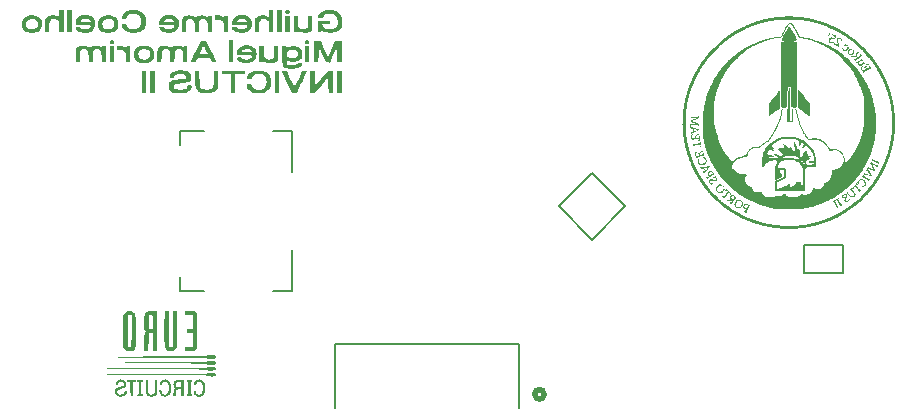
<source format=gbr>
%TF.GenerationSoftware,KiCad,Pcbnew,9.0.2+1*%
%TF.CreationDate,2025-08-16T20:28:54+01:00*%
%TF.ProjectId,Navigator,4e617669-6761-4746-9f72-2e6b69636164,rev?*%
%TF.SameCoordinates,Original*%
%TF.FileFunction,Legend,Bot*%
%TF.FilePolarity,Positive*%
%FSLAX46Y46*%
G04 Gerber Fmt 4.6, Leading zero omitted, Abs format (unit mm)*
G04 Created by KiCad (PCBNEW 9.0.2+1) date 2025-08-16 20:28:54*
%MOMM*%
%LPD*%
G01*
G04 APERTURE LIST*
%ADD10C,0.200000*%
%ADD11C,0.000000*%
%ADD12C,0.160000*%
%ADD13C,0.500000*%
G04 APERTURE END LIST*
D10*
X152766079Y-82379468D02*
X149950000Y-85195547D01*
X147133921Y-82379468D01*
X149950000Y-79563389D01*
X152766079Y-82379468D01*
X167919491Y-85652644D02*
X171240221Y-85652644D01*
X171240221Y-87994354D01*
X167919491Y-87994354D01*
X167919491Y-85652644D01*
D11*
%TO.C,G\u002A\u002A\u002A*%
G36*
X111372256Y-97151871D02*
G01*
X111372256Y-97235898D01*
X111216207Y-97235898D01*
X111060158Y-97235898D01*
X111060158Y-97834086D01*
X111060128Y-97883114D01*
X111059258Y-98068976D01*
X111057021Y-98212165D01*
X111053204Y-98317016D01*
X111047595Y-98387867D01*
X111039981Y-98429051D01*
X111030148Y-98444906D01*
X110998475Y-98451741D01*
X110940120Y-98452909D01*
X110880101Y-98448279D01*
X110873687Y-97842088D01*
X110867273Y-97235898D01*
X110711636Y-97235898D01*
X110555999Y-97235898D01*
X110555999Y-97151871D01*
X110555999Y-97067845D01*
X110964128Y-97067845D01*
X111372256Y-97067845D01*
X111372256Y-97151871D01*
G37*
G36*
X116101746Y-97151871D02*
G01*
X116097960Y-97207454D01*
X116078112Y-97231213D01*
X116029723Y-97235898D01*
X115957700Y-97235898D01*
X115957700Y-97752060D01*
X115957700Y-98268223D01*
X116029723Y-98268223D01*
X116076060Y-98272238D01*
X116097475Y-98294677D01*
X116101746Y-98350248D01*
X116101629Y-98357533D01*
X116092031Y-98414641D01*
X116071736Y-98444945D01*
X116047967Y-98450129D01*
X115993712Y-98447273D01*
X115950862Y-98442285D01*
X115874230Y-98438267D01*
X115783646Y-98436603D01*
X115621595Y-98436276D01*
X115621595Y-98352249D01*
X115625381Y-98296666D01*
X115645228Y-98272907D01*
X115693617Y-98268223D01*
X115765640Y-98268223D01*
X115765640Y-97752060D01*
X115765640Y-97235898D01*
X115693617Y-97235898D01*
X115645974Y-97231480D01*
X115625610Y-97208325D01*
X115621595Y-97151871D01*
X115621595Y-97067845D01*
X115861670Y-97067845D01*
X116101746Y-97067845D01*
X116101746Y-97151871D01*
G37*
G36*
X111948438Y-97151871D02*
G01*
X111944651Y-97207454D01*
X111924804Y-97231213D01*
X111876415Y-97235898D01*
X111804392Y-97235898D01*
X111804392Y-97752060D01*
X111804392Y-98268223D01*
X111876415Y-98268223D01*
X111922914Y-98272285D01*
X111944199Y-98294811D01*
X111948438Y-98350489D01*
X111948307Y-98360928D01*
X111937540Y-98418217D01*
X111906424Y-98440517D01*
X111879982Y-98442876D01*
X111813298Y-98444905D01*
X111725950Y-98445551D01*
X111633776Y-98444852D01*
X111552612Y-98442844D01*
X111498296Y-98439564D01*
X111496446Y-98439233D01*
X111476114Y-98412076D01*
X111468286Y-98352249D01*
X111472073Y-98296666D01*
X111491920Y-98272907D01*
X111540309Y-98268223D01*
X111612332Y-98268223D01*
X111612332Y-97752060D01*
X111612332Y-97235898D01*
X111540309Y-97235898D01*
X111492666Y-97231480D01*
X111472301Y-97208325D01*
X111468286Y-97151871D01*
X111468286Y-97067845D01*
X111708362Y-97067845D01*
X111948438Y-97067845D01*
X111948438Y-97151871D01*
G37*
G36*
X114114941Y-92751437D02*
G01*
X114121122Y-94270964D01*
X114239569Y-94278461D01*
X114276278Y-94280028D01*
X114356527Y-94278832D01*
X114413977Y-94271913D01*
X114469938Y-94257868D01*
X114469227Y-92799954D01*
X114469225Y-92795607D01*
X114469103Y-92534176D01*
X114469000Y-92286081D01*
X114468917Y-92055658D01*
X114468853Y-91847242D01*
X114468811Y-91665166D01*
X114468790Y-91513767D01*
X114468793Y-91397378D01*
X114468821Y-91320335D01*
X114468873Y-91286972D01*
X114469403Y-91271499D01*
X114476901Y-91249618D01*
X114501534Y-91238785D01*
X114553572Y-91236174D01*
X114643286Y-91238957D01*
X114817341Y-91246011D01*
X114817341Y-92746484D01*
X114817341Y-94246956D01*
X114760867Y-94361645D01*
X114708770Y-94446315D01*
X114596197Y-94556856D01*
X114451275Y-94634209D01*
X114357548Y-94658291D01*
X114218142Y-94657488D01*
X114085383Y-94617092D01*
X113966319Y-94541979D01*
X113867996Y-94437026D01*
X113797464Y-94307109D01*
X113761767Y-94157104D01*
X113759847Y-94125473D01*
X113757455Y-94042945D01*
X113755480Y-93920709D01*
X113753950Y-93763640D01*
X113752888Y-93576614D01*
X113752321Y-93364505D01*
X113752273Y-93132191D01*
X113752769Y-92884546D01*
X113753836Y-92626446D01*
X113761009Y-91246011D01*
X113934884Y-91238961D01*
X114108759Y-91231911D01*
X114114941Y-92751437D01*
G37*
G36*
X112360180Y-97578005D02*
G01*
X112360560Y-97600860D01*
X112363763Y-97767404D01*
X112367479Y-97893850D01*
X112372392Y-97987272D01*
X112379188Y-98054744D01*
X112388551Y-98103338D01*
X112401167Y-98140130D01*
X112417720Y-98172192D01*
X112455101Y-98222368D01*
X112538501Y-98282703D01*
X112634904Y-98307899D01*
X112732889Y-98297948D01*
X112821034Y-98252840D01*
X112887917Y-98172567D01*
X112902204Y-98141902D01*
X112913750Y-98103468D01*
X112922006Y-98052227D01*
X112927502Y-97981138D01*
X112930770Y-97883162D01*
X112932342Y-97751256D01*
X112932748Y-97578380D01*
X112932748Y-97067845D01*
X113028778Y-97067845D01*
X113124808Y-97067845D01*
X113124808Y-97580989D01*
X113124626Y-97665246D01*
X113121791Y-97861244D01*
X113114187Y-98017281D01*
X113100105Y-98139186D01*
X113077837Y-98232784D01*
X113045674Y-98303904D01*
X113001907Y-98358372D01*
X112944829Y-98402015D01*
X112872729Y-98440659D01*
X112809773Y-98464765D01*
X112726628Y-98478052D01*
X112616930Y-98476649D01*
X112508436Y-98463498D01*
X112390015Y-98423403D01*
X112300735Y-98353579D01*
X112232628Y-98249312D01*
X112222038Y-98226950D01*
X112206331Y-98187641D01*
X112194499Y-98143737D01*
X112185824Y-98088001D01*
X112179585Y-98013197D01*
X112175065Y-97912088D01*
X112171543Y-97777439D01*
X112168301Y-97602013D01*
X112159296Y-97067845D01*
X112255543Y-97067845D01*
X112351790Y-97067845D01*
X112360180Y-97578005D01*
G37*
G36*
X116879586Y-97053921D02*
G01*
X116994684Y-97126213D01*
X117089158Y-97238265D01*
X117160539Y-97388025D01*
X117206355Y-97573440D01*
X117221348Y-97724876D01*
X117213519Y-97914261D01*
X117176446Y-98086401D01*
X117112376Y-98234725D01*
X117023557Y-98352659D01*
X116912235Y-98433632D01*
X116907771Y-98435810D01*
X116770258Y-98476903D01*
X116626201Y-98476296D01*
X116488234Y-98435771D01*
X116368991Y-98357105D01*
X116335026Y-98319515D01*
X116279541Y-98231014D01*
X116238598Y-98132747D01*
X116222311Y-98046153D01*
X116222298Y-98038458D01*
X116228248Y-97999537D01*
X116254614Y-97983354D01*
X116315142Y-97980132D01*
X116328076Y-97980185D01*
X116383214Y-97985587D01*
X116409631Y-98008642D01*
X116423807Y-98061723D01*
X116462722Y-98165334D01*
X116530884Y-98245145D01*
X116618297Y-98294748D01*
X116715125Y-98308577D01*
X116811527Y-98281066D01*
X116870090Y-98241067D01*
X116931059Y-98166854D01*
X116971930Y-98064621D01*
X116994865Y-97928360D01*
X117002029Y-97752060D01*
X117001325Y-97655105D01*
X116997225Y-97559491D01*
X116987710Y-97488993D01*
X116970817Y-97430595D01*
X116944584Y-97371284D01*
X116922064Y-97330993D01*
X116845807Y-97245404D01*
X116753811Y-97200667D01*
X116652082Y-97200290D01*
X116616290Y-97213702D01*
X116545223Y-97265957D01*
X116483760Y-97339422D01*
X116447246Y-97417805D01*
X116446928Y-97419059D01*
X116430547Y-97455641D01*
X116396505Y-97472131D01*
X116329768Y-97475973D01*
X116226889Y-97475973D01*
X116251242Y-97380031D01*
X116291923Y-97282336D01*
X116368613Y-97178394D01*
X116465360Y-97094353D01*
X116569055Y-97044072D01*
X116597404Y-97036827D01*
X116746336Y-97023442D01*
X116879586Y-97053921D01*
G37*
G36*
X111324241Y-92932270D02*
G01*
X111324078Y-93130827D01*
X111323085Y-93419973D01*
X111321153Y-93664174D01*
X111318245Y-93865335D01*
X111314319Y-94025361D01*
X111309337Y-94146157D01*
X111303257Y-94229626D01*
X111296040Y-94277674D01*
X111287204Y-94306303D01*
X111231659Y-94410953D01*
X111148275Y-94510380D01*
X111050240Y-94590805D01*
X110950743Y-94638447D01*
X110835693Y-94658201D01*
X110683398Y-94647104D01*
X110543838Y-94595126D01*
X110425030Y-94505607D01*
X110334991Y-94381887D01*
X110267908Y-94253477D01*
X110268469Y-92929801D01*
X110269030Y-91606124D01*
X110275621Y-91594121D01*
X110628022Y-91594121D01*
X110628022Y-92938544D01*
X110628022Y-94282967D01*
X110780070Y-94282967D01*
X110853338Y-94281082D01*
X110917421Y-94275293D01*
X110948123Y-94266962D01*
X110950026Y-94255645D01*
X110952905Y-94201257D01*
X110955568Y-94106016D01*
X110957966Y-93974313D01*
X110960045Y-93810538D01*
X110961753Y-93619083D01*
X110963037Y-93404338D01*
X110963846Y-93170693D01*
X110964128Y-92922539D01*
X110964128Y-91594121D01*
X110796075Y-91594121D01*
X110628022Y-91594121D01*
X110275621Y-91594121D01*
X110334490Y-91486911D01*
X110369231Y-91431584D01*
X110472982Y-91323015D01*
X110597995Y-91251275D01*
X110736054Y-91217663D01*
X110878941Y-91223478D01*
X111018439Y-91270019D01*
X111146330Y-91358586D01*
X111158237Y-91369573D01*
X111193747Y-91403538D01*
X111223794Y-91437075D01*
X111248833Y-91474220D01*
X111269322Y-91519010D01*
X111285717Y-91575483D01*
X111298473Y-91647676D01*
X111308048Y-91739625D01*
X111314897Y-91855367D01*
X111319478Y-91998939D01*
X111322247Y-92174378D01*
X111323659Y-92385722D01*
X111324172Y-92637007D01*
X111324239Y-92922539D01*
X111324241Y-92932270D01*
G37*
G36*
X113960211Y-97047735D02*
G01*
X114078573Y-97110496D01*
X114178453Y-97211989D01*
X114192619Y-97232905D01*
X114252311Y-97357628D01*
X114295260Y-97511031D01*
X114318258Y-97678552D01*
X114318094Y-97845628D01*
X114313620Y-97892650D01*
X114276226Y-98084829D01*
X114211513Y-98241018D01*
X114120416Y-98359451D01*
X114003871Y-98438361D01*
X113944102Y-98461144D01*
X113804119Y-98482338D01*
X113670343Y-98461150D01*
X113549232Y-98401469D01*
X113447240Y-98307184D01*
X113370824Y-98182181D01*
X113326440Y-98030350D01*
X113310732Y-97932117D01*
X113405446Y-97932117D01*
X113411633Y-97932120D01*
X113463246Y-97934835D01*
X113494412Y-97950180D01*
X113516645Y-97989247D01*
X113541457Y-98063125D01*
X113570338Y-98135862D01*
X113637414Y-98233349D01*
X113719217Y-98291785D01*
X113808539Y-98310374D01*
X113898171Y-98288323D01*
X113980905Y-98224838D01*
X114049531Y-98119122D01*
X114055002Y-98107209D01*
X114082394Y-98037504D01*
X114098761Y-97967185D01*
X114106718Y-97880487D01*
X114108884Y-97761644D01*
X114108304Y-97710963D01*
X114103118Y-97602284D01*
X114093698Y-97509855D01*
X114081439Y-97449546D01*
X114051818Y-97378537D01*
X113982963Y-97279453D01*
X113900171Y-97218394D01*
X113810446Y-97196382D01*
X113720793Y-97214438D01*
X113638217Y-97273587D01*
X113569723Y-97374849D01*
X113557053Y-97400481D01*
X113525196Y-97450402D01*
X113488632Y-97471576D01*
X113430931Y-97475973D01*
X113417168Y-97475774D01*
X113364090Y-97466462D01*
X113342416Y-97438099D01*
X113350388Y-97383609D01*
X113386252Y-97295916D01*
X113392442Y-97282987D01*
X113474098Y-97165768D01*
X113580311Y-97082722D01*
X113702473Y-97034760D01*
X113831975Y-97022793D01*
X113960211Y-97047735D01*
G37*
G36*
X115381519Y-97750059D02*
G01*
X115381265Y-97906516D01*
X115379990Y-98084621D01*
X115377479Y-98221834D01*
X115373554Y-98322286D01*
X115368037Y-98390108D01*
X115360748Y-98429430D01*
X115351509Y-98444383D01*
X115309426Y-98456230D01*
X115227433Y-98445711D01*
X115212631Y-98434524D01*
X115201009Y-98406056D01*
X115193933Y-98353247D01*
X115190412Y-98268214D01*
X115189458Y-98143074D01*
X115189458Y-97855010D01*
X114995262Y-97863829D01*
X114955735Y-97865824D01*
X114857531Y-97876003D01*
X114794094Y-97898837D01*
X114756420Y-97943164D01*
X114735504Y-98017818D01*
X114722343Y-98131636D01*
X114715600Y-98204000D01*
X114704040Y-98306284D01*
X114691529Y-98373421D01*
X114675421Y-98413716D01*
X114653069Y-98435475D01*
X114621825Y-98447001D01*
X114588255Y-98453204D01*
X114524747Y-98450591D01*
X114486117Y-98428768D01*
X114483351Y-98392093D01*
X114489782Y-98369190D01*
X114501864Y-98303664D01*
X114515479Y-98210806D01*
X114528727Y-98102734D01*
X114535260Y-98046335D01*
X114549438Y-97946472D01*
X114564576Y-97880512D01*
X114583346Y-97838675D01*
X114608422Y-97811183D01*
X114632949Y-97789833D01*
X114645408Y-97764307D01*
X114623218Y-97738345D01*
X114568569Y-97670207D01*
X114528492Y-97566783D01*
X114521638Y-97518094D01*
X114711703Y-97518094D01*
X114733597Y-97596539D01*
X114738017Y-97603317D01*
X114782714Y-97639268D01*
X114847633Y-97666849D01*
X114878818Y-97674029D01*
X114969552Y-97686792D01*
X115063419Y-97691907D01*
X115189458Y-97692041D01*
X115189458Y-97461427D01*
X115189458Y-97230813D01*
X114995046Y-97239642D01*
X114976597Y-97240511D01*
X114882739Y-97247088D01*
X114822702Y-97257781D01*
X114784207Y-97275927D01*
X114754971Y-97304863D01*
X114734520Y-97339696D01*
X114712578Y-97424736D01*
X114711703Y-97518094D01*
X114521638Y-97518094D01*
X114511910Y-97448990D01*
X114520838Y-97332303D01*
X114557292Y-97232196D01*
X114585065Y-97190334D01*
X114635668Y-97139468D01*
X114701970Y-97104324D01*
X114791968Y-97082365D01*
X114913662Y-97071052D01*
X115075048Y-97067845D01*
X115381519Y-97067845D01*
X115381519Y-97461427D01*
X115381519Y-97750059D01*
G37*
G36*
X110169388Y-97031413D02*
G01*
X110257421Y-97055870D01*
X110370429Y-97122596D01*
X110454597Y-97217674D01*
X110505194Y-97332782D01*
X110517491Y-97459597D01*
X110486757Y-97589797D01*
X110467955Y-97626318D01*
X110419805Y-97681148D01*
X110345604Y-97729169D01*
X110238148Y-97774590D01*
X110090235Y-97821622D01*
X109988195Y-97852100D01*
X109888572Y-97886974D01*
X109823374Y-97920249D01*
X109785544Y-97957135D01*
X109768022Y-98002841D01*
X109763750Y-98062578D01*
X109767160Y-98122412D01*
X109787517Y-98178309D01*
X109835197Y-98228043D01*
X109904556Y-98275007D01*
X110016529Y-98307307D01*
X110141423Y-98293966D01*
X110236572Y-98251637D01*
X110317638Y-98173554D01*
X110361500Y-98071729D01*
X110376440Y-98021118D01*
X110406224Y-97994843D01*
X110466823Y-97984685D01*
X110477426Y-97983828D01*
X110530425Y-97983646D01*
X110551778Y-98000781D01*
X110555472Y-98044703D01*
X110554871Y-98056912D01*
X110537748Y-98134763D01*
X110503412Y-98223747D01*
X110460454Y-98304406D01*
X110417467Y-98357278D01*
X110406214Y-98365640D01*
X110349655Y-98400472D01*
X110279912Y-98437065D01*
X110248090Y-98450779D01*
X110108850Y-98481849D01*
X109962020Y-98476080D01*
X109822337Y-98435402D01*
X109704540Y-98361743D01*
X109699195Y-98356975D01*
X109620912Y-98258727D01*
X109580788Y-98137995D01*
X109576932Y-97989261D01*
X109582708Y-97934936D01*
X109596372Y-97873615D01*
X109621925Y-97823850D01*
X109665128Y-97781688D01*
X109731740Y-97743178D01*
X109827523Y-97704367D01*
X109958236Y-97661303D01*
X110129639Y-97610033D01*
X110199446Y-97586209D01*
X110269691Y-97544787D01*
X110305749Y-97488630D01*
X110315923Y-97408766D01*
X110315250Y-97392542D01*
X110286092Y-97304517D01*
X110220740Y-97237051D01*
X110128692Y-97200702D01*
X110021157Y-97200132D01*
X109920503Y-97237626D01*
X109844686Y-97309400D01*
X109802285Y-97409952D01*
X109800923Y-97416467D01*
X109785975Y-97455549D01*
X109754024Y-97472373D01*
X109689655Y-97475973D01*
X109590353Y-97475973D01*
X109606842Y-97385945D01*
X109612239Y-97360166D01*
X109665576Y-97227913D01*
X109753110Y-97125667D01*
X109869689Y-97056671D01*
X110010165Y-97024171D01*
X110169388Y-97031413D01*
G37*
G36*
X115970745Y-91246124D02*
G01*
X116098078Y-91247200D01*
X116189811Y-91250101D01*
X116253813Y-91255658D01*
X116297954Y-91264697D01*
X116330104Y-91278047D01*
X116358134Y-91296536D01*
X116418873Y-91354341D01*
X116470207Y-91422809D01*
X116475806Y-91433035D01*
X116484223Y-91453102D01*
X116491332Y-91479767D01*
X116497246Y-91516797D01*
X116502076Y-91567955D01*
X116505933Y-91637007D01*
X116508930Y-91727719D01*
X116511177Y-91843855D01*
X116512786Y-91989180D01*
X116513868Y-92167461D01*
X116514536Y-92382460D01*
X116514900Y-92637945D01*
X116515072Y-92937680D01*
X116515191Y-93150846D01*
X116515317Y-93431490D01*
X116514993Y-93670201D01*
X116513783Y-93870621D01*
X116511251Y-94036390D01*
X116506960Y-94171152D01*
X116500475Y-94278548D01*
X116491360Y-94362220D01*
X116479178Y-94425811D01*
X116463493Y-94472961D01*
X116443870Y-94507314D01*
X116419871Y-94532511D01*
X116391061Y-94552194D01*
X116357005Y-94570005D01*
X116317265Y-94589586D01*
X116305111Y-94595672D01*
X116261876Y-94614792D01*
X116217180Y-94627817D01*
X116161718Y-94635678D01*
X116086182Y-94639308D01*
X115981266Y-94639639D01*
X115837663Y-94637601D01*
X115465545Y-94631077D01*
X115458492Y-94457022D01*
X115451438Y-94282967D01*
X115797997Y-94282967D01*
X115863999Y-94282935D01*
X115980304Y-94282232D01*
X116059535Y-94279727D01*
X116109255Y-94274285D01*
X116137023Y-94264767D01*
X116150399Y-94250034D01*
X116156946Y-94228950D01*
X116158245Y-94215984D01*
X116160080Y-94159663D01*
X116161227Y-94068623D01*
X116161731Y-93951481D01*
X116161638Y-93816857D01*
X116160994Y-93673369D01*
X116159844Y-93529634D01*
X116158234Y-93394272D01*
X116156209Y-93275901D01*
X116153815Y-93183138D01*
X116151098Y-93124603D01*
X116137145Y-93118809D01*
X116084011Y-93112495D01*
X116000517Y-93108189D01*
X115896630Y-93106597D01*
X115643499Y-93106597D01*
X115650552Y-92932542D01*
X115657606Y-92758487D01*
X115909685Y-92746484D01*
X116161765Y-92734480D01*
X116157336Y-92170302D01*
X116152908Y-91606124D01*
X115802186Y-91599475D01*
X115451464Y-91592825D01*
X115458505Y-91419418D01*
X115465545Y-91246011D01*
X115877983Y-91246011D01*
X115970745Y-91246124D01*
G37*
G36*
X117704301Y-95963526D02*
G01*
X117824561Y-95965807D01*
X117929093Y-95971202D01*
X118007139Y-95978964D01*
X118047937Y-95988349D01*
X118069319Y-96008544D01*
X118091784Y-96067223D01*
X118096665Y-96139910D01*
X118083633Y-96207195D01*
X118052360Y-96249665D01*
X118047123Y-96251913D01*
X117998536Y-96260699D01*
X117914603Y-96267916D01*
X117805550Y-96272870D01*
X117681604Y-96274865D01*
X117564802Y-96274760D01*
X117467011Y-96273002D01*
X117401805Y-96268444D01*
X117360900Y-96259993D01*
X117336013Y-96246559D01*
X117318859Y-96227049D01*
X117315778Y-96222851D01*
X117310033Y-96217091D01*
X117300977Y-96211853D01*
X117286480Y-96207112D01*
X117264415Y-96202844D01*
X117232652Y-96199024D01*
X117189062Y-96195628D01*
X117131518Y-96192631D01*
X117057889Y-96190009D01*
X116966048Y-96187736D01*
X116853866Y-96185789D01*
X116719213Y-96184142D01*
X116559962Y-96182772D01*
X116373982Y-96181653D01*
X116159147Y-96180760D01*
X115913326Y-96180070D01*
X115634392Y-96179558D01*
X115320215Y-96179199D01*
X114968666Y-96178969D01*
X114577618Y-96178842D01*
X114144940Y-96178794D01*
X113668505Y-96178802D01*
X113146184Y-96178839D01*
X113041898Y-96178843D01*
X112601775Y-96178757D01*
X112174795Y-96178510D01*
X111763451Y-96178112D01*
X111370232Y-96177570D01*
X110997630Y-96176893D01*
X110648135Y-96176089D01*
X110324239Y-96175168D01*
X110028432Y-96174137D01*
X109763204Y-96173005D01*
X109531047Y-96171780D01*
X109334451Y-96170472D01*
X109175907Y-96169088D01*
X109057905Y-96167636D01*
X108982938Y-96166126D01*
X108953494Y-96164566D01*
X108931869Y-96155959D01*
X108903336Y-96126618D01*
X108905746Y-96096966D01*
X108941491Y-96083200D01*
X108943723Y-96083193D01*
X108982323Y-96083162D01*
X109065896Y-96083141D01*
X109191960Y-96083127D01*
X109358029Y-96083122D01*
X109561622Y-96083124D01*
X109800254Y-96083134D01*
X110071442Y-96083151D01*
X110372702Y-96083175D01*
X110701552Y-96083206D01*
X111055507Y-96083245D01*
X111432084Y-96083289D01*
X111828800Y-96083340D01*
X112243171Y-96083398D01*
X112672714Y-96083461D01*
X113114945Y-96083530D01*
X117246386Y-96084194D01*
X117311503Y-96023845D01*
X117339831Y-95999605D01*
X117369952Y-95982606D01*
X117410552Y-95971996D01*
X117471014Y-95966274D01*
X117560722Y-95963941D01*
X117689060Y-95963497D01*
X117704301Y-95963526D01*
G37*
G36*
X117830302Y-96468946D02*
G01*
X117952092Y-96474041D01*
X118029818Y-96483160D01*
X118065564Y-96496465D01*
X118090482Y-96545446D01*
X118095151Y-96619079D01*
X118077716Y-96692265D01*
X118040356Y-96743613D01*
X118009905Y-96759581D01*
X117965594Y-96770084D01*
X117899076Y-96775674D01*
X117801777Y-96777069D01*
X117665118Y-96774984D01*
X117542196Y-96771815D01*
X117448989Y-96767611D01*
X117387437Y-96761152D01*
X117349077Y-96750988D01*
X117325445Y-96735665D01*
X117308078Y-96713733D01*
X117272260Y-96659716D01*
X113084108Y-96659716D01*
X112717417Y-96659708D01*
X112222887Y-96659661D01*
X111772856Y-96659550D01*
X111365237Y-96659356D01*
X110997947Y-96659058D01*
X110668900Y-96658634D01*
X110376011Y-96658064D01*
X110117196Y-96657327D01*
X109890370Y-96656401D01*
X109693449Y-96655266D01*
X109524347Y-96653901D01*
X109380979Y-96652285D01*
X109261261Y-96650397D01*
X109163108Y-96648216D01*
X109084435Y-96645721D01*
X109023158Y-96642890D01*
X108977191Y-96639704D01*
X108944450Y-96636142D01*
X108922850Y-96632181D01*
X108910306Y-96627802D01*
X108904733Y-96622983D01*
X108904047Y-96617703D01*
X108905348Y-96614321D01*
X108910933Y-96609325D01*
X108922674Y-96604768D01*
X108942663Y-96600626D01*
X108972993Y-96596874D01*
X109015757Y-96593489D01*
X109073049Y-96590446D01*
X109146960Y-96587722D01*
X109239585Y-96585293D01*
X109353016Y-96583135D01*
X109489346Y-96581224D01*
X109650668Y-96579535D01*
X109839075Y-96578045D01*
X110056661Y-96576729D01*
X110305517Y-96575565D01*
X110587738Y-96574527D01*
X110905416Y-96573592D01*
X111260643Y-96572736D01*
X111655514Y-96571935D01*
X112092122Y-96571164D01*
X112572558Y-96570401D01*
X113098916Y-96569620D01*
X113468251Y-96569082D01*
X113961711Y-96568344D01*
X114410739Y-96567624D01*
X114817451Y-96566897D01*
X115183963Y-96566136D01*
X115512392Y-96565312D01*
X115804852Y-96564400D01*
X116063461Y-96563371D01*
X116290334Y-96562199D01*
X116487587Y-96560857D01*
X116657337Y-96559318D01*
X116801699Y-96557555D01*
X116922789Y-96555540D01*
X117022724Y-96553246D01*
X117103619Y-96550647D01*
X117167590Y-96547716D01*
X117216754Y-96544424D01*
X117253227Y-96540746D01*
X117279124Y-96536653D01*
X117296562Y-96532120D01*
X117307656Y-96527119D01*
X117314522Y-96521622D01*
X117319278Y-96515603D01*
X117335380Y-96497233D01*
X117359695Y-96483835D01*
X117399721Y-96475210D01*
X117463531Y-96470326D01*
X117559202Y-96468151D01*
X117694808Y-96467656D01*
X117830302Y-96468946D01*
G37*
G36*
X117729263Y-95471371D02*
G01*
X117862524Y-95472601D01*
X117956250Y-95476131D01*
X118017506Y-95482646D01*
X118053359Y-95492826D01*
X118070874Y-95507353D01*
X118087288Y-95554309D01*
X118093242Y-95626418D01*
X118085833Y-95696603D01*
X118065564Y-95742627D01*
X118038946Y-95753934D01*
X117968631Y-95763765D01*
X117854613Y-95769546D01*
X117694808Y-95771436D01*
X117563479Y-95770983D01*
X117466468Y-95768889D01*
X117401617Y-95764124D01*
X117360852Y-95755656D01*
X117336098Y-95742455D01*
X117319278Y-95723489D01*
X117316103Y-95719254D01*
X117310107Y-95713600D01*
X117300530Y-95708451D01*
X117285257Y-95703777D01*
X117262172Y-95699553D01*
X117229159Y-95695751D01*
X117184102Y-95692344D01*
X117124885Y-95689305D01*
X117049392Y-95686607D01*
X116955507Y-95684223D01*
X116841114Y-95682126D01*
X116704097Y-95680288D01*
X116542341Y-95678683D01*
X116353729Y-95677284D01*
X116136146Y-95676063D01*
X115887475Y-95674994D01*
X115605600Y-95674049D01*
X115288406Y-95673201D01*
X114933777Y-95672423D01*
X114539597Y-95671688D01*
X114103749Y-95670970D01*
X113624118Y-95670240D01*
X113098588Y-95669472D01*
X113067173Y-95669426D01*
X112539610Y-95668623D01*
X112057912Y-95667807D01*
X111620045Y-95666955D01*
X111223975Y-95666049D01*
X110867669Y-95665067D01*
X110549091Y-95663990D01*
X110266209Y-95662796D01*
X110016988Y-95661465D01*
X109799393Y-95659977D01*
X109611392Y-95658312D01*
X109450949Y-95656448D01*
X109316030Y-95654366D01*
X109204602Y-95652045D01*
X109114631Y-95649465D01*
X109044082Y-95646605D01*
X108990922Y-95643444D01*
X108953115Y-95639963D01*
X108928629Y-95636141D01*
X108915429Y-95631957D01*
X108911481Y-95627391D01*
X108911485Y-95627234D01*
X108915707Y-95622676D01*
X108929251Y-95618500D01*
X108954154Y-95614685D01*
X108992452Y-95611212D01*
X109046183Y-95608060D01*
X109117381Y-95605208D01*
X109208084Y-95602636D01*
X109320329Y-95600322D01*
X109456151Y-95598248D01*
X109617587Y-95596391D01*
X109806674Y-95594732D01*
X110025447Y-95593250D01*
X110275945Y-95591925D01*
X110560202Y-95590736D01*
X110880255Y-95589662D01*
X111238142Y-95588684D01*
X111635897Y-95587780D01*
X112075559Y-95586930D01*
X112559162Y-95586113D01*
X113088745Y-95585310D01*
X117266008Y-95579240D01*
X117306702Y-95525291D01*
X117312237Y-95518141D01*
X117331071Y-95499162D01*
X117357219Y-95486152D01*
X117398821Y-95477988D01*
X117464018Y-95473547D01*
X117560948Y-95471706D01*
X117697753Y-95471342D01*
X117729263Y-95471371D01*
G37*
G36*
X117830302Y-94980477D02*
G01*
X117952092Y-94985572D01*
X118029818Y-94994692D01*
X118065564Y-95007996D01*
X118083577Y-95047100D01*
X118093018Y-95113947D01*
X118090846Y-95183788D01*
X118076000Y-95233668D01*
X118065409Y-95245959D01*
X118022351Y-95274706D01*
X118018631Y-95275817D01*
X117973886Y-95280604D01*
X117893290Y-95283797D01*
X117786986Y-95285122D01*
X117665118Y-95284308D01*
X117539226Y-95281924D01*
X117447078Y-95278360D01*
X117386354Y-95272312D01*
X117348589Y-95262380D01*
X117325319Y-95247164D01*
X117308078Y-95225264D01*
X117272260Y-95171247D01*
X113084108Y-95171247D01*
X112717417Y-95171240D01*
X112222887Y-95171192D01*
X111772856Y-95171081D01*
X111365237Y-95170887D01*
X110997947Y-95170589D01*
X110668900Y-95170165D01*
X110376011Y-95169595D01*
X110117196Y-95168858D01*
X109890370Y-95167932D01*
X109693449Y-95166797D01*
X109524347Y-95165432D01*
X109380979Y-95163816D01*
X109261261Y-95161928D01*
X109163108Y-95159747D01*
X109084435Y-95157252D01*
X109023158Y-95154422D01*
X108977191Y-95151236D01*
X108944450Y-95147673D01*
X108922850Y-95143712D01*
X108910306Y-95139333D01*
X108904733Y-95134514D01*
X108904047Y-95129234D01*
X108905348Y-95125853D01*
X108910933Y-95120857D01*
X108922674Y-95116299D01*
X108942663Y-95112157D01*
X108972993Y-95108405D01*
X109015757Y-95105020D01*
X109073049Y-95101977D01*
X109146960Y-95099254D01*
X109239585Y-95096825D01*
X109353016Y-95094666D01*
X109489346Y-95092755D01*
X109650668Y-95091066D01*
X109839075Y-95089576D01*
X110056661Y-95088261D01*
X110305517Y-95087096D01*
X110587738Y-95086058D01*
X110905416Y-95085124D01*
X111260643Y-95084267D01*
X111655514Y-95083466D01*
X112092122Y-95082696D01*
X112572558Y-95081932D01*
X113098916Y-95081151D01*
X113468251Y-95080613D01*
X113961711Y-95079875D01*
X114410739Y-95079156D01*
X114817451Y-95078429D01*
X115183963Y-95077667D01*
X115512392Y-95076843D01*
X115804852Y-95075931D01*
X116063461Y-95074902D01*
X116290334Y-95073731D01*
X116487587Y-95072389D01*
X116657337Y-95070850D01*
X116801699Y-95069086D01*
X116922789Y-95067071D01*
X117022724Y-95064778D01*
X117103619Y-95062179D01*
X117167590Y-95059247D01*
X117216754Y-95055955D01*
X117253227Y-95052277D01*
X117279124Y-95048185D01*
X117296562Y-95043651D01*
X117307656Y-95038650D01*
X117314522Y-95033153D01*
X117319278Y-95027134D01*
X117335380Y-95008764D01*
X117359695Y-94995367D01*
X117399721Y-94986741D01*
X117463531Y-94981857D01*
X117559202Y-94979682D01*
X117694808Y-94979187D01*
X117830302Y-94980477D01*
G37*
G36*
X113121248Y-92211226D02*
G01*
X113122520Y-92442610D01*
X113123473Y-92683632D01*
X113124095Y-92929517D01*
X113124379Y-93175488D01*
X113124316Y-93416770D01*
X113123897Y-93648587D01*
X113123112Y-93866162D01*
X113121954Y-94064721D01*
X113120412Y-94239487D01*
X113118478Y-94385684D01*
X113116143Y-94498537D01*
X113113399Y-94573270D01*
X113110236Y-94605106D01*
X113105843Y-94613453D01*
X113078919Y-94631277D01*
X113023598Y-94640471D01*
X112930179Y-94643081D01*
X112903328Y-94643034D01*
X112826915Y-94641073D01*
X112785226Y-94633706D01*
X112767721Y-94617511D01*
X112763859Y-94589064D01*
X112763792Y-94583834D01*
X112763328Y-94535384D01*
X112762586Y-94447135D01*
X112761616Y-94325620D01*
X112760471Y-94177373D01*
X112759201Y-94008930D01*
X112757858Y-93826824D01*
X112752691Y-93118601D01*
X112584638Y-93118601D01*
X112416585Y-93118601D01*
X112404581Y-93814820D01*
X112402887Y-93906104D01*
X112397377Y-94130701D01*
X112390714Y-94308906D01*
X112382834Y-94441909D01*
X112373671Y-94530897D01*
X112363162Y-94577060D01*
X112357791Y-94588781D01*
X112338513Y-94618969D01*
X112309041Y-94635223D01*
X112256771Y-94641831D01*
X112169101Y-94643081D01*
X112168017Y-94643081D01*
X112083491Y-94640987D01*
X112019352Y-94635586D01*
X111989408Y-94628033D01*
X111988792Y-94627323D01*
X111989370Y-94596305D01*
X112009414Y-94545199D01*
X112019084Y-94519941D01*
X112027957Y-94476041D01*
X112034626Y-94411187D01*
X112039356Y-94319968D01*
X112042418Y-94196974D01*
X112044077Y-94036794D01*
X112044602Y-93834018D01*
X112044648Y-93778223D01*
X112045763Y-93570073D01*
X112048808Y-93403332D01*
X112054382Y-93272672D01*
X112063083Y-93172760D01*
X112075510Y-93098266D01*
X112092262Y-93043859D01*
X112113935Y-93004209D01*
X112141129Y-92973984D01*
X112157775Y-92958604D01*
X112175086Y-92933441D01*
X112164362Y-92906268D01*
X112122989Y-92860775D01*
X112056472Y-92791346D01*
X112056472Y-92134475D01*
X112056520Y-92011717D01*
X112056988Y-91842441D01*
X112058286Y-91711801D01*
X112060816Y-91613941D01*
X112061979Y-91594121D01*
X112404581Y-91594121D01*
X112404581Y-92170302D01*
X112404581Y-92746484D01*
X112570066Y-92746484D01*
X112606544Y-92746210D01*
X112685985Y-92741602D01*
X112730611Y-92729716D01*
X112750122Y-92708509D01*
X112752937Y-92693653D01*
X112757211Y-92634436D01*
X112760448Y-92541178D01*
X112762652Y-92422868D01*
X112763828Y-92288491D01*
X112763981Y-92147036D01*
X112763116Y-92007490D01*
X112761236Y-91878840D01*
X112758348Y-91770073D01*
X112754455Y-91690176D01*
X112749563Y-91648138D01*
X112748412Y-91643983D01*
X112735624Y-91617000D01*
X112709241Y-91601992D01*
X112657799Y-91595514D01*
X112569834Y-91594121D01*
X112404581Y-91594121D01*
X112061979Y-91594121D01*
X112064978Y-91543002D01*
X112071173Y-91493126D01*
X112079803Y-91458457D01*
X112091269Y-91433136D01*
X112105970Y-91411306D01*
X112111417Y-91404036D01*
X112156056Y-91348424D01*
X112199503Y-91307537D01*
X112249959Y-91278927D01*
X112315625Y-91260149D01*
X112404703Y-91248757D01*
X112525393Y-91242305D01*
X112685896Y-91238347D01*
X112723378Y-91237663D01*
X112869053Y-91236114D01*
X112974008Y-91237468D01*
X113044187Y-91242065D01*
X113085533Y-91250247D01*
X113103991Y-91262355D01*
X113104111Y-91262575D01*
X113107378Y-91292769D01*
X113110387Y-91366031D01*
X113113129Y-91477587D01*
X113115595Y-91622660D01*
X113117776Y-91796475D01*
X113119663Y-91994256D01*
X113120779Y-92147036D01*
X113121248Y-92211226D01*
G37*
G36*
X105902802Y-66694560D02*
G01*
X105902802Y-67629280D01*
X105719922Y-67629280D01*
X105537042Y-67629280D01*
X105537042Y-66694560D01*
X105537042Y-65759841D01*
X105719922Y-65759841D01*
X105902802Y-65759841D01*
X105902802Y-66694560D01*
G37*
G36*
X109479121Y-68807841D02*
G01*
X109479121Y-69498719D01*
X109479121Y-70189598D01*
X109296241Y-70189598D01*
X109113361Y-70189599D01*
X109113360Y-69498719D01*
X109113361Y-68807841D01*
X109296241Y-68807840D01*
X109479121Y-68807841D01*
G37*
G36*
X112202001Y-71835518D02*
G01*
X112202001Y-72749918D01*
X112019121Y-72749918D01*
X111836241Y-72749918D01*
X111836241Y-71835518D01*
X111836241Y-70921118D01*
X112019121Y-70921118D01*
X112202001Y-70921118D01*
X112202001Y-71835518D01*
G37*
G36*
X112933521Y-71835518D02*
G01*
X112933521Y-72749918D01*
X112750641Y-72749918D01*
X112567761Y-72749918D01*
X112567761Y-71835518D01*
X112567761Y-70921118D01*
X112750641Y-70921118D01*
X112933521Y-70921117D01*
X112933521Y-71835518D01*
G37*
G36*
X119557841Y-68320162D02*
G01*
X119557841Y-69254880D01*
X119557841Y-70189598D01*
X119374961Y-70189598D01*
X119192081Y-70189598D01*
X119192081Y-69254880D01*
X119192081Y-68320161D01*
X119374961Y-68320161D01*
X119557841Y-68320162D01*
G37*
G36*
X123459281Y-71835518D02*
G01*
X123459281Y-72749918D01*
X123276401Y-72749918D01*
X123093521Y-72749918D01*
X123093521Y-71835518D01*
X123093521Y-70921118D01*
X123276401Y-70921118D01*
X123459281Y-70921118D01*
X123459281Y-71835518D01*
G37*
G36*
X123479601Y-65759841D02*
G01*
X123662481Y-65759841D01*
X123662481Y-66694560D01*
X123662481Y-67629280D01*
X123479601Y-67629280D01*
X123296721Y-67629279D01*
X123296720Y-66694560D01*
X123296721Y-65759840D01*
X123479601Y-65759841D01*
G37*
G36*
X124353360Y-66938400D02*
G01*
X124353360Y-67629280D01*
X124170480Y-67629280D01*
X123987600Y-67629280D01*
X123987600Y-66938400D01*
X123987600Y-66247521D01*
X124170480Y-66247521D01*
X124353360Y-66247521D01*
X124353360Y-66938400D01*
G37*
G36*
X125836721Y-68807841D02*
G01*
X126019601Y-68807841D01*
X126019601Y-69498719D01*
X126019601Y-70189598D01*
X125836721Y-70189598D01*
X125653841Y-70189598D01*
X125653841Y-69498719D01*
X125653841Y-68807840D01*
X125836721Y-68807841D01*
G37*
G36*
X128742480Y-71835518D02*
G01*
X128742480Y-72749918D01*
X128559600Y-72749918D01*
X128376720Y-72749918D01*
X128376720Y-71835518D01*
X128376720Y-70921118D01*
X128559600Y-70921118D01*
X128742480Y-70921117D01*
X128742480Y-71835518D01*
G37*
G36*
X109377625Y-68321037D02*
G01*
X109448759Y-68333616D01*
X109475217Y-68375001D01*
X109479121Y-68462400D01*
X109477993Y-68525697D01*
X109461822Y-68581025D01*
X109408612Y-68601604D01*
X109296242Y-68604640D01*
X109214860Y-68603762D01*
X109143725Y-68591184D01*
X109117266Y-68549798D01*
X109113361Y-68462400D01*
X109114490Y-68399102D01*
X109130661Y-68343776D01*
X109183872Y-68323197D01*
X109296242Y-68320161D01*
X109377625Y-68321037D01*
G37*
G36*
X119598480Y-70921118D02*
G01*
X120573840Y-70921118D01*
X120573840Y-71063359D01*
X120573840Y-71205599D01*
X120167441Y-71205599D01*
X119761041Y-71205599D01*
X119761041Y-71977759D01*
X119761041Y-72749918D01*
X119578161Y-72749918D01*
X119395281Y-72749918D01*
X119395281Y-71977759D01*
X119395281Y-71205599D01*
X119009201Y-71205599D01*
X118623120Y-71205599D01*
X118623120Y-71063359D01*
X118623120Y-70921117D01*
X119598480Y-70921118D01*
G37*
G36*
X124251863Y-65760717D02*
G01*
X124322997Y-65773296D01*
X124349457Y-65814681D01*
X124353360Y-65902080D01*
X124352232Y-65965377D01*
X124336061Y-66020705D01*
X124282850Y-66041284D01*
X124170480Y-66044320D01*
X124089098Y-66043443D01*
X124017964Y-66030865D01*
X123991505Y-65989478D01*
X123987600Y-65902080D01*
X123988729Y-65838783D01*
X124004901Y-65783456D01*
X124058111Y-65762877D01*
X124170480Y-65759841D01*
X124251863Y-65760717D01*
G37*
G36*
X125918102Y-68321037D02*
G01*
X125989237Y-68333616D01*
X126015696Y-68375001D01*
X126019601Y-68462400D01*
X126018473Y-68525697D01*
X126002301Y-68581025D01*
X125949090Y-68601604D01*
X125836721Y-68604640D01*
X125755338Y-68603762D01*
X125684204Y-68591185D01*
X125657745Y-68549798D01*
X125653841Y-68462400D01*
X125654969Y-68399102D01*
X125671141Y-68343776D01*
X125724351Y-68323197D01*
X125836721Y-68320161D01*
X125918102Y-68321037D01*
G37*
G36*
X126475794Y-71571528D02*
G01*
X126486960Y-72221939D01*
X127034267Y-71571528D01*
X127581573Y-70921118D01*
X127796267Y-70921118D01*
X128010960Y-70921118D01*
X128010960Y-71835518D01*
X128010960Y-72749918D01*
X127829087Y-72749918D01*
X127647213Y-72749918D01*
X127636047Y-72091871D01*
X127624881Y-71433823D01*
X127076241Y-72090596D01*
X126527601Y-72747369D01*
X126314241Y-72748643D01*
X126100881Y-72749918D01*
X126100881Y-71835518D01*
X126100881Y-70921118D01*
X126282753Y-70921118D01*
X126464627Y-70921118D01*
X126475794Y-71571528D01*
G37*
G36*
X109976961Y-68767352D02*
G01*
X110053572Y-68768968D01*
X110229717Y-68792441D01*
X110363041Y-68848035D01*
X110434857Y-68888663D01*
X110482838Y-68900411D01*
X110495121Y-68868203D01*
X110502178Y-68843381D01*
X110557060Y-68815962D01*
X110678001Y-68807840D01*
X110860881Y-68807841D01*
X110860882Y-69498719D01*
X110860882Y-70189598D01*
X110678001Y-70189598D01*
X110495121Y-70189598D01*
X110495121Y-69785465D01*
X110493905Y-69618830D01*
X110487305Y-69483649D01*
X110471635Y-69393325D01*
X110443230Y-69328274D01*
X110398421Y-69268912D01*
X110340849Y-69211182D01*
X110271673Y-69173579D01*
X110170362Y-69152630D01*
X110012341Y-69140140D01*
X109722961Y-69123788D01*
X109722961Y-68945493D01*
X109722961Y-68767200D01*
X109976961Y-68767352D01*
G37*
G36*
X118267521Y-66207032D02*
G01*
X118344131Y-66208648D01*
X118520274Y-66232121D01*
X118653601Y-66287714D01*
X118725417Y-66328343D01*
X118773397Y-66340091D01*
X118785681Y-66307884D01*
X118792737Y-66283061D01*
X118847618Y-66255642D01*
X118968561Y-66247521D01*
X119151441Y-66247521D01*
X119151441Y-66938400D01*
X119151441Y-67629280D01*
X118968561Y-67629280D01*
X118785681Y-67629279D01*
X118785680Y-67225146D01*
X118784463Y-67058513D01*
X118777864Y-66923330D01*
X118762194Y-66833006D01*
X118733789Y-66767956D01*
X118688980Y-66708592D01*
X118631408Y-66650862D01*
X118562232Y-66613259D01*
X118460921Y-66592310D01*
X118302900Y-66579820D01*
X118013520Y-66563468D01*
X118013520Y-66385173D01*
X118013520Y-66206880D01*
X118267521Y-66207032D01*
G37*
G36*
X125642689Y-70921118D02*
G01*
X125857622Y-70921118D01*
X125587452Y-71459599D01*
X125574607Y-71485230D01*
X125458166Y-71719825D01*
X125338407Y-71964489D01*
X125228716Y-72191716D01*
X125142478Y-72373999D01*
X124967674Y-72749918D01*
X124768581Y-72749918D01*
X124569486Y-72749918D01*
X124152153Y-71886319D01*
X124078756Y-71734295D01*
X123966307Y-71500816D01*
X123868461Y-71296956D01*
X123790428Y-71133597D01*
X123737412Y-71021625D01*
X123714622Y-70971920D01*
X123715985Y-70949157D01*
X123769893Y-70927698D01*
X123894986Y-70921118D01*
X124095549Y-70921118D01*
X124413709Y-71591678D01*
X124512012Y-71796000D01*
X124604575Y-71982631D01*
X124680800Y-72130258D01*
X124734707Y-72227316D01*
X124760317Y-72262238D01*
X124784303Y-72230119D01*
X124837303Y-72135489D01*
X124912959Y-71989838D01*
X125005277Y-71804717D01*
X125108262Y-71591678D01*
X125427757Y-70921117D01*
X125642689Y-70921118D01*
G37*
G36*
X128742480Y-69273420D02*
G01*
X128742480Y-70189599D01*
X128560583Y-70189598D01*
X128378686Y-70189598D01*
X128367543Y-69514531D01*
X128356401Y-68839464D01*
X128056250Y-69516598D01*
X127756099Y-70193733D01*
X127590755Y-70181506D01*
X127425410Y-70169279D01*
X127118745Y-69466975D01*
X126812081Y-68764673D01*
X126800983Y-69477134D01*
X126789884Y-70189598D01*
X126607943Y-70189598D01*
X126426000Y-70189598D01*
X126426000Y-69275198D01*
X126426000Y-68360800D01*
X126724547Y-68360800D01*
X127023093Y-68360800D01*
X127300320Y-69012355D01*
X127379593Y-69194445D01*
X127463394Y-69377041D01*
X127533196Y-69518397D01*
X127583376Y-69607192D01*
X127608312Y-69632113D01*
X127622344Y-69608712D01*
X127666097Y-69519909D01*
X127731647Y-69378470D01*
X127812892Y-69197654D01*
X127903720Y-68990721D01*
X128168365Y-68381121D01*
X128455422Y-68369180D01*
X128742480Y-68357239D01*
X128742480Y-69273420D01*
G37*
G36*
X123195120Y-68807841D02*
G01*
X123378000Y-68807841D01*
X123378000Y-69359150D01*
X123377960Y-69384233D01*
X123374146Y-69599976D01*
X123364923Y-69784086D01*
X123351419Y-69920022D01*
X123334766Y-69991245D01*
X123330467Y-69998651D01*
X123261090Y-70076164D01*
X123162047Y-70150981D01*
X123064449Y-70193047D01*
X122880836Y-70227664D01*
X122673649Y-70231792D01*
X122473399Y-70205505D01*
X122310599Y-70148880D01*
X122216940Y-70102997D01*
X122170476Y-70096137D01*
X122158800Y-70128560D01*
X122151316Y-70154550D01*
X122096407Y-70181639D01*
X121975920Y-70189598D01*
X121793040Y-70189599D01*
X121793040Y-69498718D01*
X121793040Y-68807841D01*
X121970700Y-68807840D01*
X122148360Y-68807841D01*
X122166869Y-69257085D01*
X122169469Y-69318510D01*
X122179217Y-69498939D01*
X122192225Y-69620682D01*
X122212452Y-69701493D01*
X122243855Y-69759129D01*
X122290391Y-69811342D01*
X122421679Y-69897911D01*
X122589415Y-69940137D01*
X122758896Y-69930221D01*
X122900481Y-69865526D01*
X122944639Y-69828565D01*
X122977350Y-69787328D01*
X122997325Y-69729208D01*
X123007705Y-69638109D01*
X123011630Y-69497929D01*
X123012240Y-69292569D01*
X123012240Y-68807840D01*
X123195120Y-68807841D01*
G37*
G36*
X125052309Y-66696765D02*
G01*
X125054909Y-66758192D01*
X125064656Y-66938621D01*
X125077665Y-67060363D01*
X125097892Y-67141175D01*
X125129296Y-67198810D01*
X125175832Y-67251024D01*
X125307120Y-67337593D01*
X125474855Y-67379819D01*
X125644336Y-67369902D01*
X125785920Y-67305207D01*
X125830079Y-67268246D01*
X125862789Y-67227009D01*
X125882765Y-67168890D01*
X125893145Y-67077791D01*
X125897070Y-66937610D01*
X125897681Y-66732250D01*
X125897681Y-66247521D01*
X126080561Y-66247521D01*
X126263441Y-66247521D01*
X126263441Y-66798832D01*
X126263400Y-66823914D01*
X126259588Y-67039657D01*
X126250363Y-67223767D01*
X126236859Y-67359704D01*
X126220207Y-67430927D01*
X126215907Y-67438332D01*
X126146530Y-67515845D01*
X126047486Y-67590664D01*
X125949889Y-67632729D01*
X125766276Y-67667344D01*
X125559089Y-67671473D01*
X125358840Y-67645186D01*
X125196038Y-67588561D01*
X125102381Y-67542678D01*
X125055916Y-67535819D01*
X125044241Y-67568241D01*
X125036755Y-67594232D01*
X124981846Y-67621321D01*
X124861361Y-67629280D01*
X124678481Y-67629280D01*
X124678481Y-66938400D01*
X124678481Y-66247521D01*
X124856140Y-66247521D01*
X125033800Y-66247521D01*
X125052309Y-66696765D01*
G37*
G36*
X105211921Y-66694560D02*
G01*
X105211921Y-67629280D01*
X105029041Y-67629280D01*
X104846161Y-67629280D01*
X104846161Y-67199889D01*
X104844239Y-67067883D01*
X104835657Y-66896505D01*
X104821771Y-66764299D01*
X104804317Y-66692309D01*
X104785022Y-66661854D01*
X104671321Y-66565672D01*
X104515031Y-66508833D01*
X104341890Y-66497659D01*
X104177639Y-66538466D01*
X104127313Y-66570471D01*
X104064801Y-66655825D01*
X104023286Y-66791440D01*
X104000196Y-66987293D01*
X103992949Y-67253361D01*
X103992721Y-67629280D01*
X103805945Y-67629279D01*
X103619167Y-67629279D01*
X103633225Y-67064522D01*
X103636293Y-66952929D01*
X103646473Y-66733160D01*
X103664634Y-66574446D01*
X103695896Y-66462464D01*
X103745380Y-66382891D01*
X103818203Y-66321404D01*
X103919488Y-66263679D01*
X103922697Y-66262058D01*
X104047176Y-66226596D01*
X104218307Y-66209645D01*
X104404770Y-66211029D01*
X104575245Y-66230570D01*
X104698407Y-66268090D01*
X104704321Y-66271164D01*
X104787420Y-66311973D01*
X104830487Y-66328800D01*
X104831109Y-66328578D01*
X104838717Y-66286157D01*
X104844112Y-66184550D01*
X104846161Y-66044320D01*
X104846161Y-65759841D01*
X105029041Y-65759841D01*
X105211921Y-65759841D01*
X105211921Y-66694560D01*
G37*
G36*
X122788721Y-65759841D02*
G01*
X122971601Y-65759841D01*
X122971601Y-66694560D01*
X122971601Y-67629280D01*
X122788721Y-67629280D01*
X122605841Y-67629279D01*
X122605841Y-67199889D01*
X122603917Y-67067883D01*
X122595336Y-66896505D01*
X122581449Y-66764299D01*
X122563996Y-66692309D01*
X122544701Y-66661853D01*
X122430999Y-66565672D01*
X122274709Y-66508833D01*
X122101569Y-66497659D01*
X121937318Y-66538466D01*
X121886991Y-66570471D01*
X121824479Y-66655825D01*
X121782965Y-66791440D01*
X121759874Y-66987293D01*
X121752627Y-67253361D01*
X121752401Y-67629280D01*
X121565623Y-67629280D01*
X121378845Y-67629280D01*
X121392903Y-67064522D01*
X121395971Y-66952929D01*
X121406152Y-66733160D01*
X121424313Y-66574447D01*
X121455575Y-66462464D01*
X121505058Y-66382891D01*
X121577882Y-66321404D01*
X121679166Y-66263680D01*
X121682376Y-66262058D01*
X121806854Y-66226596D01*
X121977986Y-66209644D01*
X122164449Y-66211029D01*
X122334924Y-66230570D01*
X122458086Y-66268090D01*
X122464000Y-66271164D01*
X122547098Y-66311973D01*
X122590165Y-66328800D01*
X122590787Y-66328578D01*
X122598395Y-66286157D01*
X122603790Y-66184550D01*
X122605841Y-66044319D01*
X122605841Y-65759840D01*
X122788721Y-65759841D01*
G37*
G36*
X118298001Y-71617362D02*
G01*
X118297712Y-71739369D01*
X118292841Y-72008317D01*
X118278593Y-72212820D01*
X118250655Y-72365009D01*
X118204719Y-72477021D01*
X118136474Y-72560988D01*
X118041610Y-72629047D01*
X117915817Y-72693333D01*
X117849334Y-72722286D01*
X117717672Y-72763485D01*
X117567616Y-72784275D01*
X117367996Y-72790161D01*
X117099421Y-72779417D01*
X116881912Y-72741913D01*
X116710713Y-72673129D01*
X116569630Y-72568566D01*
X116558222Y-72557607D01*
X116482533Y-72468940D01*
X116426724Y-72363830D01*
X116388055Y-72229357D01*
X116363788Y-72052601D01*
X116351185Y-71820642D01*
X116347507Y-71520559D01*
X116347281Y-70921118D01*
X116530161Y-70921118D01*
X116713041Y-70921118D01*
X116715334Y-71479919D01*
X116718291Y-71694477D01*
X116730301Y-71928926D01*
X116754098Y-72103937D01*
X116792533Y-72231992D01*
X116848456Y-72325581D01*
X116924715Y-72397189D01*
X116940316Y-72407858D01*
X117081031Y-72465120D01*
X117262973Y-72496234D01*
X117454069Y-72497983D01*
X117622251Y-72467152D01*
X117722227Y-72428997D01*
X117803561Y-72378382D01*
X117860870Y-72306441D01*
X117898273Y-72201194D01*
X117919890Y-72050670D01*
X117929839Y-71842890D01*
X117932241Y-71565878D01*
X117932241Y-70921118D01*
X118115121Y-70921118D01*
X118298001Y-70921117D01*
X118298001Y-71617362D01*
G37*
G36*
X102858546Y-66234219D02*
G01*
X103036480Y-66299608D01*
X103154046Y-66377317D01*
X103286951Y-66521014D01*
X103360489Y-66702845D01*
X103383121Y-66938400D01*
X103382353Y-66952081D01*
X103374408Y-67093399D01*
X103320803Y-67293403D01*
X103210980Y-67449470D01*
X103036480Y-67577193D01*
X103033717Y-67578743D01*
X102860829Y-67641259D01*
X102643433Y-67672362D01*
X102411398Y-67672053D01*
X102194593Y-67640329D01*
X102022884Y-67577193D01*
X101905317Y-67499482D01*
X101772413Y-67355785D01*
X101698874Y-67173955D01*
X101676240Y-66938400D01*
X102042001Y-66938400D01*
X102042011Y-66943223D01*
X102061458Y-67116601D01*
X102125357Y-67236762D01*
X102244389Y-67324060D01*
X102376770Y-67369821D01*
X102555789Y-67382797D01*
X102731423Y-67353089D01*
X102879462Y-67285329D01*
X102975700Y-67184149D01*
X103002892Y-67096871D01*
X103015889Y-66952080D01*
X103006759Y-66803585D01*
X102975517Y-66692309D01*
X102901014Y-66607002D01*
X102760524Y-66533073D01*
X102588115Y-66496304D01*
X102407998Y-66501319D01*
X102244389Y-66552741D01*
X102240918Y-66554548D01*
X102123287Y-66642377D01*
X102060543Y-66763542D01*
X102042001Y-66938400D01*
X101676240Y-66938400D01*
X101688366Y-66757425D01*
X101746985Y-66564769D01*
X101861701Y-66416572D01*
X102040781Y-66298320D01*
X102178545Y-66246667D01*
X102400100Y-66207710D01*
X102636593Y-66203574D01*
X102858546Y-66234219D01*
G37*
G36*
X109836168Y-67093399D02*
G01*
X109782563Y-67293403D01*
X109672741Y-67449470D01*
X109498240Y-67577193D01*
X109495477Y-67578743D01*
X109322589Y-67641259D01*
X109105193Y-67672362D01*
X108873158Y-67672053D01*
X108656353Y-67640329D01*
X108484644Y-67577193D01*
X108367077Y-67499482D01*
X108234173Y-67355785D01*
X108160634Y-67173955D01*
X108138001Y-66938400D01*
X108503761Y-66938400D01*
X108503771Y-66943223D01*
X108523218Y-67116601D01*
X108587117Y-67236762D01*
X108706149Y-67324060D01*
X108838530Y-67369821D01*
X109017549Y-67382797D01*
X109193183Y-67353088D01*
X109341222Y-67285329D01*
X109437460Y-67184149D01*
X109464653Y-67096871D01*
X109477649Y-66952081D01*
X109468519Y-66803584D01*
X109437277Y-66692309D01*
X109362774Y-66607002D01*
X109222285Y-66533073D01*
X109049875Y-66496304D01*
X108869759Y-66501319D01*
X108706149Y-66552741D01*
X108702678Y-66554548D01*
X108585048Y-66642377D01*
X108522303Y-66763543D01*
X108503761Y-66938400D01*
X108138001Y-66938400D01*
X108150126Y-66757425D01*
X108208745Y-66564769D01*
X108323461Y-66416572D01*
X108502540Y-66298320D01*
X108640305Y-66246667D01*
X108861860Y-66207710D01*
X109098354Y-66203574D01*
X109320306Y-66234219D01*
X109498240Y-66299608D01*
X109615806Y-66377317D01*
X109748711Y-66521014D01*
X109822248Y-66702845D01*
X109844881Y-66938400D01*
X109844113Y-66952081D01*
X109836168Y-67093399D01*
G37*
G36*
X112884168Y-69653718D02*
G01*
X112830563Y-69853721D01*
X112720741Y-70009789D01*
X112546239Y-70137511D01*
X112543477Y-70139061D01*
X112370589Y-70201578D01*
X112153193Y-70232681D01*
X111921158Y-70232371D01*
X111704353Y-70200648D01*
X111532644Y-70137511D01*
X111415077Y-70059801D01*
X111282173Y-69916104D01*
X111208635Y-69734274D01*
X111186001Y-69498719D01*
X111186001Y-69498718D01*
X111551761Y-69498718D01*
X111551771Y-69503541D01*
X111571218Y-69676920D01*
X111635117Y-69797081D01*
X111754149Y-69884377D01*
X111886530Y-69930139D01*
X112065550Y-69943116D01*
X112241183Y-69913408D01*
X112389221Y-69845649D01*
X112485460Y-69744468D01*
X112512652Y-69657189D01*
X112525649Y-69512400D01*
X112516519Y-69363904D01*
X112485277Y-69252629D01*
X112410774Y-69167322D01*
X112270285Y-69093393D01*
X112097875Y-69056624D01*
X111917759Y-69061639D01*
X111754149Y-69113061D01*
X111750678Y-69114868D01*
X111633048Y-69202697D01*
X111570303Y-69323862D01*
X111551761Y-69498718D01*
X111186001Y-69498718D01*
X111198125Y-69317743D01*
X111256745Y-69125089D01*
X111371461Y-68976892D01*
X111550541Y-68858640D01*
X111688305Y-68806987D01*
X111909860Y-68768030D01*
X112146353Y-68763894D01*
X112368307Y-68794539D01*
X112546240Y-68859928D01*
X112663806Y-68937637D01*
X112796711Y-69081334D01*
X112870248Y-69263165D01*
X112892882Y-69498719D01*
X112892113Y-69512400D01*
X112884168Y-69653718D01*
G37*
G36*
X117936597Y-69672044D02*
G01*
X118033961Y-69869829D01*
X118109622Y-70025304D01*
X118158642Y-70128369D01*
X118176081Y-70168925D01*
X118164328Y-70175956D01*
X118093481Y-70185753D01*
X117979828Y-70189598D01*
X117971726Y-70189597D01*
X117861449Y-70185924D01*
X117794785Y-70162908D01*
X117745762Y-70102437D01*
X117688401Y-69986399D01*
X117593226Y-69783199D01*
X117072538Y-69783199D01*
X116551849Y-69783199D01*
X116448881Y-69986399D01*
X116442031Y-69999909D01*
X116382623Y-70109445D01*
X116330784Y-70165773D01*
X116259910Y-70186592D01*
X116143396Y-70189598D01*
X116070896Y-70187863D01*
X115977444Y-70178434D01*
X115940880Y-70163550D01*
X115950798Y-70138760D01*
X115992942Y-70049737D01*
X116063517Y-69906125D01*
X116157486Y-69718064D01*
X116269805Y-69495692D01*
X116275921Y-69483689D01*
X116713041Y-69483689D01*
X116722374Y-69487058D01*
X116793088Y-69493040D01*
X116918107Y-69497175D01*
X117079311Y-69498719D01*
X117445581Y-69498719D01*
X117300300Y-69210229D01*
X117289373Y-69188466D01*
X117214445Y-69036001D01*
X117151221Y-68902242D01*
X117112412Y-68813989D01*
X117104860Y-68795547D01*
X117084491Y-68761903D01*
X117060489Y-68764959D01*
X117025326Y-68814028D01*
X116971480Y-68918421D01*
X116891423Y-69087450D01*
X116836585Y-69205370D01*
X116772778Y-69344826D01*
X116729183Y-69442963D01*
X116713041Y-69483689D01*
X116275921Y-69483689D01*
X116395437Y-69249152D01*
X116849992Y-68360800D01*
X117065820Y-68360800D01*
X117281647Y-68360800D01*
X117728863Y-69254527D01*
X117822472Y-69442053D01*
X117850590Y-69498719D01*
X117936597Y-69672044D01*
G37*
G36*
X111294782Y-65763363D02*
G01*
X111448373Y-65777299D01*
X111572176Y-65806771D01*
X111694003Y-65856458D01*
X111755481Y-65887285D01*
X111959354Y-66029649D01*
X112097944Y-66208640D01*
X112176933Y-66433851D01*
X112202001Y-66714880D01*
X112200497Y-66790485D01*
X112162553Y-67056741D01*
X112069275Y-67269565D01*
X111914985Y-67438553D01*
X111694002Y-67573301D01*
X111590964Y-67616560D01*
X111469335Y-67648934D01*
X111322340Y-67665029D01*
X111122169Y-67669523D01*
X111062373Y-67669389D01*
X110890057Y-67664126D01*
X110763061Y-67647364D01*
X110653361Y-67613809D01*
X110532931Y-67558161D01*
X110461713Y-67518722D01*
X110281949Y-67376542D01*
X110168728Y-67211043D01*
X110129361Y-67031764D01*
X110129361Y-66893306D01*
X110317281Y-66905693D01*
X110371511Y-66909841D01*
X110464762Y-66927841D01*
X110515336Y-66970765D01*
X110550962Y-67056513D01*
X110583556Y-67134221D01*
X110689199Y-67261824D01*
X110850270Y-67340671D01*
X111074680Y-67375579D01*
X111327159Y-67361001D01*
X111529238Y-67285997D01*
X111675945Y-67152141D01*
X111765369Y-66961187D01*
X111795601Y-66714880D01*
X111777915Y-66528645D01*
X111699789Y-66322123D01*
X111562572Y-66170220D01*
X111369808Y-66076481D01*
X111125041Y-66044446D01*
X111081416Y-66045373D01*
X110856219Y-66086219D01*
X110681274Y-66185184D01*
X110562895Y-66338961D01*
X110543763Y-66377102D01*
X110491878Y-66453701D01*
X110424524Y-66485226D01*
X110308895Y-66491361D01*
X110250160Y-66490840D01*
X110168251Y-66480930D01*
X110135385Y-66447244D01*
X110129361Y-66375450D01*
X110136960Y-66305488D01*
X110207495Y-66145552D01*
X110343125Y-65996378D01*
X110532931Y-65871599D01*
X110569136Y-65853591D01*
X110683765Y-65804621D01*
X110795466Y-65776270D01*
X110932258Y-65763241D01*
X111122169Y-65760237D01*
X111294782Y-65763363D01*
G37*
G36*
X121901821Y-70884001D02*
G01*
X122055414Y-70897937D01*
X122179216Y-70927410D01*
X122301041Y-70977097D01*
X122362519Y-71007923D01*
X122566391Y-71150289D01*
X122704982Y-71329278D01*
X122783973Y-71554489D01*
X122809041Y-71835518D01*
X122807535Y-71911125D01*
X122769592Y-72177380D01*
X122676313Y-72390203D01*
X122522023Y-72559191D01*
X122301041Y-72693940D01*
X122198003Y-72737198D01*
X122076373Y-72769573D01*
X121929378Y-72785667D01*
X121729208Y-72790161D01*
X121669412Y-72790027D01*
X121497096Y-72784765D01*
X121370100Y-72768004D01*
X121260400Y-72734448D01*
X121139970Y-72678799D01*
X121068753Y-72639361D01*
X120888988Y-72497181D01*
X120775767Y-72331681D01*
X120736401Y-72152402D01*
X120736401Y-72013945D01*
X120924319Y-72026332D01*
X120978549Y-72030480D01*
X121071801Y-72048479D01*
X121122374Y-72091404D01*
X121157999Y-72177153D01*
X121190594Y-72254860D01*
X121296237Y-72382463D01*
X121457309Y-72461309D01*
X121681718Y-72496217D01*
X121934197Y-72481639D01*
X122136278Y-72406635D01*
X122282984Y-72272781D01*
X122372408Y-72081825D01*
X122402640Y-71835518D01*
X122384953Y-71649284D01*
X122306827Y-71442762D01*
X122169610Y-71290859D01*
X121976846Y-71197119D01*
X121732080Y-71165085D01*
X121688454Y-71166010D01*
X121463257Y-71206856D01*
X121288313Y-71305823D01*
X121169933Y-71459599D01*
X121150801Y-71497741D01*
X121098917Y-71574340D01*
X121031562Y-71605865D01*
X120915934Y-71611999D01*
X120857198Y-71611478D01*
X120775289Y-71601569D01*
X120742423Y-71567883D01*
X120736401Y-71496089D01*
X120744001Y-71426126D01*
X120814533Y-71266190D01*
X120950164Y-71117016D01*
X121139970Y-70992239D01*
X121176174Y-70974229D01*
X121290804Y-70925260D01*
X121402504Y-70896909D01*
X121539297Y-70883881D01*
X121729208Y-70880876D01*
X121901821Y-70884001D01*
G37*
G36*
X107089189Y-68789329D02*
G01*
X107259033Y-68845826D01*
X107317903Y-68875272D01*
X107395138Y-68903039D01*
X107457333Y-68893267D01*
X107541946Y-68845977D01*
X107607425Y-68815521D01*
X107774411Y-68777360D01*
X107968001Y-68766433D01*
X108155092Y-68783471D01*
X108302580Y-68829204D01*
X108313723Y-68834807D01*
X108391745Y-68862181D01*
X108422481Y-68849524D01*
X108430876Y-68837064D01*
X108496300Y-68816119D01*
X108605361Y-68807841D01*
X108788241Y-68807841D01*
X108788241Y-69498719D01*
X108788241Y-70189598D01*
X108605361Y-70189598D01*
X108422481Y-70189599D01*
X108422481Y-69745883D01*
X108421121Y-69598900D01*
X108415864Y-69429918D01*
X108407574Y-69302452D01*
X108397237Y-69236381D01*
X108376744Y-69202165D01*
X108285503Y-69128648D01*
X108157228Y-69073444D01*
X108022602Y-69051681D01*
X107918957Y-69071389D01*
X107807289Y-69129317D01*
X107782288Y-69150984D01*
X107749217Y-69192589D01*
X107727206Y-69252337D01*
X107713190Y-69346012D01*
X107704111Y-69489400D01*
X107696906Y-69698275D01*
X107682401Y-70189598D01*
X107503801Y-70189599D01*
X107325201Y-70189598D01*
X107325201Y-69745883D01*
X107323841Y-69598900D01*
X107318583Y-69429919D01*
X107310294Y-69302452D01*
X107299957Y-69236381D01*
X107279464Y-69202165D01*
X107188223Y-69128648D01*
X107059948Y-69073444D01*
X106925322Y-69051681D01*
X106821677Y-69071389D01*
X106710009Y-69129317D01*
X106685009Y-69150984D01*
X106651937Y-69192588D01*
X106629924Y-69252337D01*
X106615909Y-69346013D01*
X106606831Y-69489399D01*
X106599626Y-69698275D01*
X106585121Y-70189598D01*
X106406521Y-70189599D01*
X106227921Y-70189598D01*
X106228149Y-69712079D01*
X106229701Y-69541318D01*
X106240526Y-69303859D01*
X106264293Y-69127908D01*
X106304054Y-69001205D01*
X106362864Y-68911494D01*
X106443776Y-68846517D01*
X106505934Y-68816486D01*
X106681574Y-68774686D01*
X106886348Y-68765625D01*
X107089189Y-68789329D01*
G37*
G36*
X113997989Y-68789328D02*
G01*
X114167833Y-68845825D01*
X114226703Y-68875272D01*
X114303938Y-68903039D01*
X114366132Y-68893267D01*
X114450746Y-68845977D01*
X114516225Y-68815521D01*
X114683209Y-68777360D01*
X114876800Y-68766433D01*
X115063892Y-68783471D01*
X115211380Y-68829204D01*
X115222523Y-68834807D01*
X115300542Y-68862182D01*
X115331280Y-68849524D01*
X115339674Y-68837064D01*
X115405098Y-68816119D01*
X115514160Y-68807841D01*
X115697040Y-68807841D01*
X115697040Y-69498718D01*
X115697040Y-70189599D01*
X115514160Y-70189598D01*
X115331280Y-70189598D01*
X115331280Y-69745883D01*
X115329919Y-69598900D01*
X115324662Y-69429918D01*
X115316373Y-69302453D01*
X115306036Y-69236381D01*
X115285542Y-69202165D01*
X115194302Y-69128648D01*
X115066027Y-69073444D01*
X114931402Y-69051681D01*
X114827758Y-69071389D01*
X114716089Y-69129317D01*
X114691089Y-69150984D01*
X114658017Y-69192588D01*
X114636005Y-69252337D01*
X114621991Y-69346012D01*
X114612912Y-69489400D01*
X114605706Y-69698275D01*
X114591201Y-70189598D01*
X114412601Y-70189598D01*
X114234001Y-70189598D01*
X114234001Y-69745883D01*
X114232641Y-69598901D01*
X114227383Y-69429919D01*
X114219093Y-69302453D01*
X114208757Y-69236380D01*
X114188264Y-69202165D01*
X114097022Y-69128648D01*
X113968747Y-69073444D01*
X113834122Y-69051681D01*
X113730476Y-69071389D01*
X113618809Y-69129317D01*
X113593809Y-69150985D01*
X113560738Y-69192588D01*
X113538725Y-69252337D01*
X113524710Y-69346013D01*
X113515632Y-69489399D01*
X113508426Y-69698275D01*
X113493921Y-70189598D01*
X113315321Y-70189598D01*
X113136721Y-70189599D01*
X113136949Y-69712079D01*
X113138501Y-69541318D01*
X113149327Y-69303859D01*
X113173092Y-69127908D01*
X113212854Y-69001205D01*
X113271665Y-68911494D01*
X113352577Y-68846517D01*
X113414733Y-68816486D01*
X113590374Y-68774686D01*
X113795148Y-68765625D01*
X113997989Y-68789328D01*
G37*
G36*
X116070628Y-66229009D02*
G01*
X116240471Y-66285505D01*
X116299341Y-66314952D01*
X116376577Y-66342719D01*
X116438771Y-66332948D01*
X116523386Y-66285657D01*
X116588863Y-66255201D01*
X116755849Y-66217040D01*
X116949439Y-66206113D01*
X117136530Y-66223151D01*
X117284018Y-66268884D01*
X117295161Y-66274487D01*
X117373182Y-66301861D01*
X117403920Y-66289204D01*
X117412314Y-66276745D01*
X117477738Y-66255799D01*
X117586800Y-66247521D01*
X117769680Y-66247521D01*
X117769680Y-66938400D01*
X117769680Y-67629280D01*
X117586800Y-67629279D01*
X117403920Y-67629280D01*
X117403920Y-67185564D01*
X117402559Y-67038581D01*
X117397302Y-66869601D01*
X117389013Y-66742134D01*
X117378676Y-66676061D01*
X117358182Y-66641845D01*
X117266942Y-66568328D01*
X117138666Y-66513123D01*
X117004041Y-66491360D01*
X116900395Y-66511069D01*
X116788728Y-66568997D01*
X116763728Y-66590664D01*
X116730656Y-66632268D01*
X116708644Y-66692016D01*
X116694629Y-66785695D01*
X116685550Y-66929081D01*
X116678345Y-67137957D01*
X116663839Y-67629279D01*
X116485240Y-67629280D01*
X116306640Y-67629280D01*
X116306640Y-67185564D01*
X116305279Y-67038581D01*
X116300022Y-66869601D01*
X116291733Y-66742134D01*
X116281396Y-66676061D01*
X116260902Y-66641845D01*
X116169661Y-66568329D01*
X116041386Y-66513124D01*
X115906761Y-66491361D01*
X115803115Y-66511069D01*
X115691448Y-66568997D01*
X115666446Y-66590664D01*
X115633376Y-66632268D01*
X115611364Y-66692016D01*
X115597349Y-66785695D01*
X115588270Y-66929081D01*
X115581065Y-67137957D01*
X115566559Y-67629279D01*
X115387960Y-67629280D01*
X115209361Y-67629280D01*
X115209589Y-67151760D01*
X115211141Y-66981000D01*
X115221966Y-66743541D01*
X115245733Y-66567588D01*
X115285493Y-66440885D01*
X115344303Y-66351174D01*
X115425214Y-66286197D01*
X115487373Y-66256166D01*
X115663013Y-66214366D01*
X115867787Y-66205305D01*
X116070628Y-66229009D01*
G37*
G36*
X107873726Y-66700167D02*
G01*
X107894161Y-66941916D01*
X107882843Y-67115136D01*
X107824622Y-67309566D01*
X107709597Y-67459273D01*
X107529623Y-67578479D01*
X107418213Y-67621896D01*
X107198292Y-67664833D01*
X106956529Y-67673983D01*
X106724682Y-67648990D01*
X106534505Y-67589503D01*
X106463790Y-67547910D01*
X106346526Y-67446021D01*
X106261018Y-67330826D01*
X106227921Y-67226769D01*
X106236950Y-67212438D01*
X106306909Y-67190446D01*
X106431121Y-67182240D01*
X106504312Y-67184912D01*
X106597769Y-67199249D01*
X106634322Y-67221837D01*
X106635441Y-67230331D01*
X106682933Y-67283397D01*
X106782643Y-67333513D01*
X106910073Y-67370814D01*
X107040722Y-67385440D01*
X107065077Y-67384985D01*
X107241765Y-67353941D01*
X107389444Y-67282282D01*
X107490772Y-67181476D01*
X107528401Y-67062992D01*
X107528400Y-67062827D01*
X107487245Y-67043960D01*
X107365089Y-67030476D01*
X107162028Y-67022380D01*
X106878162Y-67019681D01*
X106227921Y-67019680D01*
X106227921Y-66846326D01*
X106227945Y-66840443D01*
X106257385Y-66673695D01*
X106619841Y-66673695D01*
X106619915Y-66700481D01*
X106651897Y-66718283D01*
X106728125Y-66728842D01*
X106860933Y-66733901D01*
X107062662Y-66735201D01*
X107205543Y-66734968D01*
X107357200Y-66732691D01*
X107448185Y-66726048D01*
X107490801Y-66712727D01*
X107497351Y-66690418D01*
X107480137Y-66656812D01*
X107421866Y-66590061D01*
X107271725Y-66516042D01*
X107057111Y-66491361D01*
X106977433Y-66495644D01*
X106816380Y-66530653D01*
X106689518Y-66592917D01*
X106620202Y-66672737D01*
X106619841Y-66673695D01*
X106257385Y-66673695D01*
X106267156Y-66618349D01*
X106378253Y-66431905D01*
X106557084Y-66288160D01*
X106640765Y-66244986D01*
X106748653Y-66208594D01*
X106878993Y-66191085D01*
X107061042Y-66186561D01*
X107203429Y-66188961D01*
X107343990Y-66202659D01*
X107454762Y-66233759D01*
X107565000Y-66288160D01*
X107688070Y-66372845D01*
X107807493Y-66515371D01*
X107870233Y-66690418D01*
X107873726Y-66700167D01*
G37*
G36*
X114945086Y-66700167D02*
G01*
X114965521Y-66941916D01*
X114954203Y-67115136D01*
X114895982Y-67309566D01*
X114780957Y-67459273D01*
X114600983Y-67578480D01*
X114489573Y-67621896D01*
X114269652Y-67664834D01*
X114027889Y-67673983D01*
X113796041Y-67648990D01*
X113605865Y-67589503D01*
X113535150Y-67547910D01*
X113417886Y-67446021D01*
X113332377Y-67330826D01*
X113299281Y-67226769D01*
X113308310Y-67212438D01*
X113378269Y-67190446D01*
X113502481Y-67182240D01*
X113575672Y-67184912D01*
X113669129Y-67199249D01*
X113705682Y-67221837D01*
X113706801Y-67230330D01*
X113754293Y-67283397D01*
X113854003Y-67333514D01*
X113981433Y-67370814D01*
X114112081Y-67385440D01*
X114136437Y-67384985D01*
X114313125Y-67353941D01*
X114460804Y-67282282D01*
X114562132Y-67181476D01*
X114599761Y-67062992D01*
X114599760Y-67062827D01*
X114558605Y-67043960D01*
X114436449Y-67030477D01*
X114233388Y-67022380D01*
X113949522Y-67019680D01*
X113299281Y-67019680D01*
X113299281Y-66846326D01*
X113299305Y-66840443D01*
X113328745Y-66673695D01*
X113691201Y-66673695D01*
X113691275Y-66700481D01*
X113723257Y-66718283D01*
X113799485Y-66728843D01*
X113932293Y-66733901D01*
X114134022Y-66735201D01*
X114276903Y-66734968D01*
X114428560Y-66732692D01*
X114519545Y-66726048D01*
X114562161Y-66712727D01*
X114568711Y-66690418D01*
X114551497Y-66656812D01*
X114493226Y-66590062D01*
X114343085Y-66516042D01*
X114128471Y-66491361D01*
X114048793Y-66495644D01*
X113887740Y-66530653D01*
X113760878Y-66592917D01*
X113691562Y-66672736D01*
X113691201Y-66673695D01*
X113328745Y-66673695D01*
X113338516Y-66618349D01*
X113449614Y-66431905D01*
X113628444Y-66288160D01*
X113712125Y-66244985D01*
X113820013Y-66208594D01*
X113950353Y-66191085D01*
X114132402Y-66186561D01*
X114274790Y-66188961D01*
X114415350Y-66202659D01*
X114526121Y-66233759D01*
X114636360Y-66288160D01*
X114759430Y-66372846D01*
X114878853Y-66515371D01*
X114941593Y-66690418D01*
X114945086Y-66700167D01*
G37*
G36*
X121122365Y-66700167D02*
G01*
X121142801Y-66941916D01*
X121131481Y-67115136D01*
X121073261Y-67309566D01*
X120958236Y-67459273D01*
X120778261Y-67578480D01*
X120666851Y-67621896D01*
X120446931Y-67664834D01*
X120205168Y-67673983D01*
X119973319Y-67648990D01*
X119783144Y-67589503D01*
X119712429Y-67547910D01*
X119595165Y-67446021D01*
X119509654Y-67330826D01*
X119476560Y-67226769D01*
X119485589Y-67212438D01*
X119555548Y-67190446D01*
X119679761Y-67182239D01*
X119752950Y-67184912D01*
X119846408Y-67199249D01*
X119882961Y-67221837D01*
X119884079Y-67230330D01*
X119931571Y-67283397D01*
X120031281Y-67333513D01*
X120158711Y-67370814D01*
X120289361Y-67385440D01*
X120313716Y-67384985D01*
X120490403Y-67353941D01*
X120638082Y-67282282D01*
X120739410Y-67181476D01*
X120777041Y-67062992D01*
X120777038Y-67062828D01*
X120735884Y-67043960D01*
X120613727Y-67030476D01*
X120410666Y-67022380D01*
X120126801Y-67019680D01*
X119476560Y-67019680D01*
X119476560Y-66846326D01*
X119476584Y-66840443D01*
X119506023Y-66673695D01*
X119868480Y-66673695D01*
X119868553Y-66700481D01*
X119900536Y-66718283D01*
X119976764Y-66728842D01*
X120109573Y-66733901D01*
X120311301Y-66735201D01*
X120454182Y-66734968D01*
X120605838Y-66732692D01*
X120696822Y-66726048D01*
X120739440Y-66712727D01*
X120745989Y-66690418D01*
X120728775Y-66656812D01*
X120670505Y-66590061D01*
X120520363Y-66516042D01*
X120305750Y-66491361D01*
X120226072Y-66495644D01*
X120065018Y-66530653D01*
X119938157Y-66592918D01*
X119868841Y-66672737D01*
X119868480Y-66673695D01*
X119506023Y-66673695D01*
X119515794Y-66618349D01*
X119626892Y-66431904D01*
X119805722Y-66288160D01*
X119889404Y-66244985D01*
X119997292Y-66208594D01*
X120127631Y-66191085D01*
X120309681Y-66186561D01*
X120452068Y-66188962D01*
X120592629Y-66202659D01*
X120703398Y-66233759D01*
X120813638Y-66288160D01*
X120936709Y-66372846D01*
X121056132Y-66515371D01*
X121118872Y-66690418D01*
X121122365Y-66700167D01*
G37*
G36*
X121528765Y-69260487D02*
G01*
X121549200Y-69502236D01*
X121537881Y-69675455D01*
X121479661Y-69869885D01*
X121364636Y-70019592D01*
X121184661Y-70138799D01*
X121073251Y-70182215D01*
X120853331Y-70225153D01*
X120611568Y-70234302D01*
X120379719Y-70209308D01*
X120189544Y-70149822D01*
X120118829Y-70108229D01*
X120001565Y-70006340D01*
X119916056Y-69891145D01*
X119882961Y-69787089D01*
X119891989Y-69772757D01*
X119961948Y-69750765D01*
X120086160Y-69742559D01*
X120159351Y-69745230D01*
X120252808Y-69759567D01*
X120289361Y-69782155D01*
X120290479Y-69790650D01*
X120337971Y-69843717D01*
X120437681Y-69893832D01*
X120565111Y-69931133D01*
X120695760Y-69945758D01*
X120720117Y-69945304D01*
X120896803Y-69914260D01*
X121044482Y-69842601D01*
X121145810Y-69741794D01*
X121183440Y-69623310D01*
X121183438Y-69623145D01*
X121142284Y-69604278D01*
X121020127Y-69590794D01*
X120817067Y-69582698D01*
X120533201Y-69579998D01*
X119882961Y-69579998D01*
X119882961Y-69406645D01*
X119882984Y-69400761D01*
X119912423Y-69234015D01*
X120274880Y-69234015D01*
X120274953Y-69260801D01*
X120306936Y-69278601D01*
X120383163Y-69289161D01*
X120515973Y-69294220D01*
X120717701Y-69295519D01*
X120860581Y-69295286D01*
X121012238Y-69293010D01*
X121103224Y-69286367D01*
X121145840Y-69273047D01*
X121152389Y-69250738D01*
X121135175Y-69217132D01*
X121076905Y-69150381D01*
X120926764Y-69076362D01*
X120712149Y-69051681D01*
X120632472Y-69055964D01*
X120471418Y-69090972D01*
X120344557Y-69153237D01*
X120275241Y-69233057D01*
X120274880Y-69234015D01*
X119912423Y-69234015D01*
X119922194Y-69178669D01*
X120033292Y-68992225D01*
X120212122Y-68848480D01*
X120295804Y-68805305D01*
X120403692Y-68768914D01*
X120534031Y-68751406D01*
X120716081Y-68746882D01*
X120858468Y-68749281D01*
X120999029Y-68762979D01*
X121109800Y-68794079D01*
X121220039Y-68848480D01*
X121343110Y-68933166D01*
X121462532Y-69075691D01*
X121525271Y-69250738D01*
X121528765Y-69260487D01*
G37*
G36*
X127800064Y-65765299D02*
G01*
X128021985Y-65785993D01*
X128216229Y-65821463D01*
X128356401Y-65870056D01*
X128362839Y-65873449D01*
X128571360Y-66018462D01*
X128714634Y-66201521D01*
X128797242Y-66430902D01*
X128823760Y-66714880D01*
X128813390Y-66893794D01*
X128747766Y-67154195D01*
X128620340Y-67362539D01*
X128429538Y-67521049D01*
X128173783Y-67631949D01*
X128166544Y-67633957D01*
X128068875Y-67649181D01*
X127922305Y-67660797D01*
X127755655Y-67666427D01*
X127471361Y-67649286D01*
X127240476Y-67587412D01*
X127067568Y-67479192D01*
X127026578Y-67444971D01*
X126999867Y-67447807D01*
X126994961Y-67521381D01*
X126987960Y-67587837D01*
X126948647Y-67621981D01*
X126852720Y-67629279D01*
X126710481Y-67629280D01*
X126710481Y-67141600D01*
X126710481Y-66653920D01*
X127218480Y-66653920D01*
X127726481Y-66653920D01*
X127726481Y-66796161D01*
X127726481Y-66938400D01*
X127421564Y-66938400D01*
X127116647Y-66938400D01*
X127169273Y-67067370D01*
X127171569Y-67072917D01*
X127276233Y-67228965D01*
X127437234Y-67329409D01*
X127657875Y-67376335D01*
X127801422Y-67376601D01*
X128020473Y-67330337D01*
X128204743Y-67233293D01*
X128334845Y-67093565D01*
X128347945Y-67070188D01*
X128402851Y-66900018D01*
X128419565Y-66699054D01*
X128397949Y-66501401D01*
X128337868Y-66341169D01*
X128324993Y-66320543D01*
X128224408Y-66195617D01*
X128103039Y-66117089D01*
X127941593Y-66076312D01*
X127720776Y-66064641D01*
X127648244Y-66064909D01*
X127510624Y-66070173D01*
X127420070Y-66087330D01*
X127352069Y-66123050D01*
X127282109Y-66184003D01*
X127253300Y-66213053D01*
X127184877Y-66297249D01*
X127157521Y-66356724D01*
X127146199Y-66379721D01*
X127075913Y-66402827D01*
X126934001Y-66410080D01*
X126909942Y-66410025D01*
X126783586Y-66403217D01*
X126725298Y-66374417D01*
X126723629Y-66308568D01*
X126767128Y-66190612D01*
X126776259Y-66170445D01*
X126886072Y-66021944D01*
X127052360Y-65892927D01*
X127253215Y-65800954D01*
X127378764Y-65774853D01*
X127576858Y-65761034D01*
X127800064Y-65765299D01*
G37*
G36*
X124791490Y-68778777D02*
G01*
X125031469Y-68850888D01*
X125241117Y-68990567D01*
X125309118Y-69055162D01*
X125355455Y-69115411D01*
X125379397Y-69187134D01*
X125388342Y-69293600D01*
X125389680Y-69458077D01*
X125388659Y-69610687D01*
X125380686Y-69721348D01*
X125358367Y-69795206D01*
X125314309Y-69855532D01*
X125241117Y-69925591D01*
X125212053Y-69950993D01*
X124996225Y-70081047D01*
X124753061Y-70142445D01*
X124499870Y-70132997D01*
X124253958Y-70050512D01*
X124059501Y-69952065D01*
X124086393Y-70121632D01*
X124098337Y-70186074D01*
X124138947Y-70299628D01*
X124210593Y-70369627D01*
X124329890Y-70407930D01*
X124513458Y-70426397D01*
X124537712Y-70427738D01*
X124681521Y-70432181D01*
X124773132Y-70422350D01*
X124837919Y-70392348D01*
X124901255Y-70336278D01*
X124944856Y-70296993D01*
X125047527Y-70244486D01*
X125188328Y-70230239D01*
X125227093Y-70230488D01*
X125320600Y-70238585D01*
X125360788Y-70266701D01*
X125369361Y-70326357D01*
X125366009Y-70363081D01*
X125311043Y-70490657D01*
X125205701Y-70603228D01*
X125072164Y-70674789D01*
X125007050Y-70686842D01*
X124867074Y-70698931D01*
X124686467Y-70705647D01*
X124488267Y-70705768D01*
X124316428Y-70700726D01*
X124126289Y-70684025D01*
X123980404Y-70647915D01*
X123872896Y-70583568D01*
X123797895Y-70482152D01*
X123749521Y-70334837D01*
X123721900Y-70132794D01*
X123709156Y-69867191D01*
X123705415Y-69529199D01*
X123705390Y-69521413D01*
X124112737Y-69521413D01*
X124134765Y-69639138D01*
X124185660Y-69702431D01*
X124274987Y-69764382D01*
X124331112Y-69785613D01*
X124466539Y-69813087D01*
X124617349Y-69823838D01*
X124784129Y-69807981D01*
X124930664Y-69743868D01*
X125016353Y-69628103D01*
X125044241Y-69458078D01*
X125025732Y-69315182D01*
X124950905Y-69189633D01*
X124815791Y-69116213D01*
X124617349Y-69092320D01*
X124525574Y-69096089D01*
X124343868Y-69129423D01*
X124207955Y-69191893D01*
X124134765Y-69277019D01*
X124114014Y-69379701D01*
X124112737Y-69521413D01*
X123705390Y-69521413D01*
X123703121Y-68807841D01*
X123886001Y-68807841D01*
X123999721Y-68813400D01*
X124054917Y-68835896D01*
X124068881Y-68883593D01*
X124071386Y-68916795D01*
X124091885Y-68934102D01*
X124148356Y-68916899D01*
X124258648Y-68863273D01*
X124293331Y-68846673D01*
X124539381Y-68776585D01*
X124791490Y-68778777D01*
G37*
G36*
X115484975Y-70874141D02*
G01*
X115717898Y-70947715D01*
X115888685Y-71063995D01*
X115911000Y-71086720D01*
X115982637Y-71176494D01*
X116014749Y-71270678D01*
X116022161Y-71407406D01*
X116015567Y-71547029D01*
X115986859Y-71668187D01*
X115926127Y-71759745D01*
X115823523Y-71828017D01*
X115669202Y-71879314D01*
X115453317Y-71919949D01*
X115166025Y-71956233D01*
X115129969Y-71960326D01*
X114929713Y-71986484D01*
X114759101Y-72014295D01*
X114635226Y-72040684D01*
X114575184Y-72062573D01*
X114537169Y-72124241D01*
X114518481Y-72225638D01*
X114524496Y-72285421D01*
X114574341Y-72378069D01*
X114680742Y-72440118D01*
X114851058Y-72474904D01*
X115092641Y-72485759D01*
X115157865Y-72485000D01*
X115387563Y-72464325D01*
X115548466Y-72413168D01*
X115646997Y-72328531D01*
X115689580Y-72207420D01*
X115693101Y-72182203D01*
X115714664Y-72127536D01*
X115769935Y-72104437D01*
X115882620Y-72099679D01*
X115956551Y-72100426D01*
X116030429Y-72112207D01*
X116058420Y-72151754D01*
X116062800Y-72235909D01*
X116057949Y-72298049D01*
X115994652Y-72468918D01*
X115869241Y-72614599D01*
X115695923Y-72716484D01*
X115561367Y-72750613D01*
X115365246Y-72775369D01*
X115139151Y-72787889D01*
X114909049Y-72787519D01*
X114700911Y-72773608D01*
X114540709Y-72745503D01*
X114504881Y-72733493D01*
X114367531Y-72661949D01*
X114246069Y-72566913D01*
X114190941Y-72508623D01*
X114139293Y-72430319D01*
X114116925Y-72336372D01*
X114112081Y-72194065D01*
X114113532Y-72131940D01*
X114133401Y-71972473D01*
X114172974Y-71868269D01*
X114196833Y-71839449D01*
X114307859Y-71762841D01*
X114481759Y-71700986D01*
X114724480Y-71652147D01*
X115041969Y-71614589D01*
X115208520Y-71596772D01*
X115375554Y-71572866D01*
X115499006Y-71548309D01*
X115560129Y-71526297D01*
X115576153Y-71510826D01*
X115614610Y-71416278D01*
X115592697Y-71310222D01*
X115514884Y-71222656D01*
X115514468Y-71222385D01*
X115406901Y-71184341D01*
X115249788Y-71165793D01*
X115069066Y-71165549D01*
X114890675Y-71182414D01*
X114740553Y-71215194D01*
X114644640Y-71262697D01*
X114587651Y-71333484D01*
X114559122Y-71415097D01*
X114545888Y-71461225D01*
X114491541Y-71484220D01*
X114376242Y-71490079D01*
X114324457Y-71489656D01*
X114237077Y-71480640D01*
X114200653Y-71450364D01*
X114193362Y-71386462D01*
X114213167Y-71253301D01*
X114303119Y-71098955D01*
X114462841Y-70979153D01*
X114689195Y-70896031D01*
X114979041Y-70851725D01*
X115198075Y-70845176D01*
X115484975Y-70874141D01*
G37*
D12*
%TO.C,J1*%
X128164900Y-94050000D02*
X143735100Y-94050000D01*
X128164900Y-99450000D02*
X128164900Y-94050000D01*
X143735100Y-99450000D02*
X143735100Y-94050000D01*
D13*
X145900000Y-98287000D02*
G75*
G02*
X145100000Y-98287000I-400000J0D01*
G01*
X145100000Y-98287000D02*
G75*
G02*
X145900000Y-98287000I400000J0D01*
G01*
D11*
%TO.C,G\u002A\u002A\u002A*%
G36*
X170069599Y-67681602D02*
G01*
X170087376Y-67695113D01*
X170089699Y-67731694D01*
X170089170Y-67738432D01*
X170078448Y-67791687D01*
X170059435Y-67847539D01*
X170058522Y-67849649D01*
X170029630Y-67896723D01*
X169997208Y-67911896D01*
X169972219Y-67907487D01*
X169955320Y-67885789D01*
X169956707Y-67842330D01*
X169975757Y-67773095D01*
X169985225Y-67745627D01*
X170003683Y-67704135D01*
X170023054Y-67684902D01*
X170049463Y-67680207D01*
X170069599Y-67681602D01*
G37*
G36*
X166661137Y-72356112D02*
G01*
X166678503Y-72356896D01*
X166720004Y-72356896D01*
X166720004Y-73729870D01*
X166720004Y-75102843D01*
X166651355Y-75102843D01*
X166582708Y-75102843D01*
X166582708Y-73740287D01*
X166582678Y-73558800D01*
X166582602Y-73331070D01*
X166582627Y-73133915D01*
X166582904Y-72965146D01*
X166583585Y-72822567D01*
X166584823Y-72703991D01*
X166586767Y-72607224D01*
X166589570Y-72530075D01*
X166593384Y-72470351D01*
X166598361Y-72425862D01*
X166604652Y-72394415D01*
X166612410Y-72373819D01*
X166621785Y-72361883D01*
X166632930Y-72356413D01*
X166645997Y-72355220D01*
X166661137Y-72356112D01*
G37*
G36*
X167488803Y-72530053D02*
G01*
X167500293Y-72535871D01*
X167515217Y-72548122D01*
X167535516Y-72569115D01*
X167563131Y-72601163D01*
X167600004Y-72646573D01*
X167648075Y-72707657D01*
X167709286Y-72786726D01*
X167785576Y-72886088D01*
X167878888Y-73008055D01*
X167991163Y-73154937D01*
X168010603Y-73180364D01*
X168083928Y-73276268D01*
X168160315Y-73376166D01*
X168231792Y-73469636D01*
X168290394Y-73546257D01*
X168419059Y-73714469D01*
X168418823Y-74172676D01*
X168418425Y-74290218D01*
X168417338Y-74404960D01*
X168415670Y-74505220D01*
X168413527Y-74586037D01*
X168411016Y-74642449D01*
X168408242Y-74669498D01*
X168395757Y-74693157D01*
X168366578Y-74708113D01*
X168356365Y-74704067D01*
X168320063Y-74682187D01*
X168262139Y-74643477D01*
X168186067Y-74590379D01*
X168095327Y-74525331D01*
X167993395Y-74450779D01*
X167883748Y-74369160D01*
X167432234Y-74030207D01*
X167427763Y-73279363D01*
X167423292Y-72528518D01*
X167464852Y-72528518D01*
X167468361Y-72528475D01*
X167478806Y-72528358D01*
X167488803Y-72530053D01*
G37*
G36*
X170566307Y-81842684D02*
G01*
X170574861Y-81859768D01*
X170562958Y-81894874D01*
X170557565Y-81906397D01*
X170556218Y-81926534D01*
X170564029Y-81955826D01*
X170583001Y-81999413D01*
X170615139Y-82062437D01*
X170662447Y-82150039D01*
X170707990Y-82230983D01*
X170756087Y-82309279D01*
X170792144Y-82358321D01*
X170815395Y-82376973D01*
X170846338Y-82385796D01*
X170860739Y-82403235D01*
X170843766Y-82428792D01*
X170794989Y-82464307D01*
X170759088Y-82485876D01*
X170716081Y-82508228D01*
X170690698Y-82516895D01*
X170672669Y-82513063D01*
X170657283Y-82489767D01*
X170667631Y-82453235D01*
X170669311Y-82434299D01*
X170657123Y-82389140D01*
X170631760Y-82327198D01*
X170596808Y-82255031D01*
X170555853Y-82179202D01*
X170512480Y-82106268D01*
X170470276Y-82042793D01*
X170432828Y-81995335D01*
X170403721Y-81970455D01*
X170374971Y-81954904D01*
X170367126Y-81939567D01*
X170383371Y-81917055D01*
X170402667Y-81899362D01*
X170447459Y-81870660D01*
X170496899Y-81848706D01*
X170540131Y-81837910D01*
X170566307Y-81842684D01*
G37*
G36*
X173734516Y-78332827D02*
G01*
X173736117Y-78363979D01*
X173735996Y-78372292D01*
X173743927Y-78388055D01*
X173766180Y-78406247D01*
X173807113Y-78429527D01*
X173871079Y-78460547D01*
X173962437Y-78501966D01*
X174055473Y-78542574D01*
X174128591Y-78571915D01*
X174181721Y-78589291D01*
X174220335Y-78596479D01*
X174249903Y-78595253D01*
X174270578Y-78592137D01*
X174296157Y-78594123D01*
X174302889Y-78610890D01*
X174291297Y-78647398D01*
X174261907Y-78708607D01*
X174234469Y-78755045D01*
X174206032Y-78783377D01*
X174184463Y-78780994D01*
X174171851Y-78747003D01*
X174171747Y-78746416D01*
X174153021Y-78723990D01*
X174108730Y-78694019D01*
X174045717Y-78659484D01*
X173970827Y-78623362D01*
X173890901Y-78588634D01*
X173812786Y-78558276D01*
X173743324Y-78535270D01*
X173689359Y-78522593D01*
X173657735Y-78523224D01*
X173622367Y-78533592D01*
X173607997Y-78521585D01*
X173614441Y-78485391D01*
X173641411Y-78423240D01*
X173664420Y-78382487D01*
X173693959Y-78345028D01*
X173718894Y-78327492D01*
X173734516Y-78332827D01*
G37*
G36*
X170824298Y-81688783D02*
G01*
X170835295Y-81707908D01*
X170822357Y-81735299D01*
X170815916Y-81747384D01*
X170816566Y-81769026D01*
X170829201Y-81802816D01*
X170856028Y-81854319D01*
X170899255Y-81929100D01*
X170944531Y-82004841D01*
X170996011Y-82087254D01*
X171036052Y-82145292D01*
X171067338Y-82182438D01*
X171092555Y-82202172D01*
X171114391Y-82207976D01*
X171116348Y-82207995D01*
X171143906Y-82216679D01*
X171143586Y-82238730D01*
X171117140Y-82270491D01*
X171066322Y-82308304D01*
X171031847Y-82329627D01*
X170992883Y-82352057D01*
X170972943Y-82361242D01*
X170958171Y-82356556D01*
X170948729Y-82331602D01*
X170957330Y-82297017D01*
X170957999Y-82295468D01*
X170954749Y-82265470D01*
X170935439Y-82214748D01*
X170903883Y-82149694D01*
X170863890Y-82076700D01*
X170819270Y-82002158D01*
X170773835Y-81932459D01*
X170731397Y-81873996D01*
X170695765Y-81833160D01*
X170670750Y-81816343D01*
X170641759Y-81807674D01*
X170636421Y-81788655D01*
X170663011Y-81758371D01*
X170695828Y-81732357D01*
X170750829Y-81698651D01*
X170796052Y-81683091D01*
X170824298Y-81688783D01*
G37*
G36*
X171470335Y-68646393D02*
G01*
X171533891Y-68672361D01*
X171594925Y-68719384D01*
X171647624Y-68790112D01*
X171675147Y-68879511D01*
X171670747Y-68981383D01*
X171668108Y-68992719D01*
X171639952Y-69054838D01*
X171593911Y-69117001D01*
X171539344Y-69168269D01*
X171485616Y-69197702D01*
X171484763Y-69197953D01*
X171391058Y-69209411D01*
X171303795Y-69190579D01*
X171228993Y-69145105D01*
X171172675Y-69076637D01*
X171140861Y-68988822D01*
X171136234Y-68957229D01*
X171139075Y-68931291D01*
X171155415Y-68924464D01*
X171158992Y-68924938D01*
X171183158Y-68943796D01*
X171205600Y-68981651D01*
X171225251Y-69017180D01*
X171265109Y-69064341D01*
X171309912Y-69099469D01*
X171349475Y-69113247D01*
X171394004Y-69103690D01*
X171454039Y-69068080D01*
X171510428Y-69012710D01*
X171554660Y-68944575D01*
X171575860Y-68899473D01*
X171588660Y-68862132D01*
X171588055Y-68835280D01*
X171575721Y-68808035D01*
X171544805Y-68767563D01*
X171503347Y-68729251D01*
X171455540Y-68693743D01*
X171415989Y-68743344D01*
X171383264Y-68774117D01*
X171349642Y-68783720D01*
X171327247Y-68766219D01*
X171322605Y-68723033D01*
X171330309Y-68693942D01*
X171361967Y-68657271D01*
X171410835Y-68641393D01*
X171470335Y-68646393D01*
G37*
G36*
X172143247Y-69266639D02*
G01*
X172142596Y-69292455D01*
X172137014Y-69350499D01*
X172127580Y-69392491D01*
X172102104Y-69435352D01*
X172058442Y-69486325D01*
X172008659Y-69532189D01*
X171964363Y-69560963D01*
X171956455Y-69563936D01*
X171898391Y-69572584D01*
X171827716Y-69569091D01*
X171759835Y-69555179D01*
X171710155Y-69532566D01*
X171679419Y-69506005D01*
X171627220Y-69432138D01*
X171602663Y-69347236D01*
X171602690Y-69346511D01*
X171684541Y-69346511D01*
X171686751Y-69406108D01*
X171715500Y-69454026D01*
X171761503Y-69482531D01*
X171824783Y-69487023D01*
X171894396Y-69458711D01*
X171905762Y-69451417D01*
X171990633Y-69376079D01*
X172048361Y-69280119D01*
X172049075Y-69278405D01*
X172064707Y-69233939D01*
X172064611Y-69201896D01*
X172048867Y-69164758D01*
X172034306Y-69141390D01*
X171989361Y-69106499D01*
X171930551Y-69102723D01*
X171857366Y-69129969D01*
X171809816Y-69160059D01*
X171748807Y-69217242D01*
X171706137Y-69281474D01*
X171684541Y-69346511D01*
X171602690Y-69346511D01*
X171605956Y-69258097D01*
X171637304Y-69171517D01*
X171696911Y-69094293D01*
X171750587Y-69053157D01*
X171834618Y-69020631D01*
X171921247Y-69020043D01*
X172005271Y-69051132D01*
X172081490Y-69113638D01*
X172091289Y-69124643D01*
X172124570Y-69168907D01*
X172139682Y-69210770D01*
X172141161Y-69233939D01*
X172143247Y-69266639D01*
G37*
G36*
X165895959Y-73270782D02*
G01*
X165895815Y-73368831D01*
X165895145Y-73519594D01*
X165893991Y-73657735D01*
X165892414Y-73779636D01*
X165890473Y-73881681D01*
X165888231Y-73960252D01*
X165885749Y-74011734D01*
X165883087Y-74032508D01*
X165872045Y-74044163D01*
X165834474Y-74075850D01*
X165774861Y-74122285D01*
X165696919Y-74180658D01*
X165604360Y-74248155D01*
X165500899Y-74321964D01*
X165480035Y-74336745D01*
X165424741Y-74376393D01*
X165381726Y-74407920D01*
X165358911Y-74425547D01*
X165341573Y-74439115D01*
X165302045Y-74467976D01*
X165252641Y-74502776D01*
X165213279Y-74530493D01*
X165175975Y-74557847D01*
X165158249Y-74572332D01*
X165142759Y-74584943D01*
X165106307Y-74611429D01*
X165057641Y-74645271D01*
X165045867Y-74653355D01*
X165004543Y-74681725D01*
X164971898Y-74701464D01*
X164946913Y-74709717D01*
X164928569Y-74703630D01*
X164915849Y-74680349D01*
X164907735Y-74637018D01*
X164903206Y-74570785D01*
X164901245Y-74478793D01*
X164900835Y-74358190D01*
X164900955Y-74206119D01*
X164901092Y-73704126D01*
X165271365Y-73232167D01*
X165333614Y-73152792D01*
X165423117Y-73038560D01*
X165507574Y-72930651D01*
X165583752Y-72833202D01*
X165648423Y-72750342D01*
X165698355Y-72686209D01*
X165730315Y-72644935D01*
X165731466Y-72643440D01*
X165785521Y-72578435D01*
X165826611Y-72541191D01*
X165857607Y-72529091D01*
X165896222Y-72528518D01*
X165895959Y-73270782D01*
G37*
G36*
X159519516Y-78174044D02*
G01*
X159529059Y-78202860D01*
X159534073Y-78222814D01*
X159553877Y-78265880D01*
X159583587Y-78316903D01*
X159623875Y-78397627D01*
X159645862Y-78501835D01*
X159636918Y-78603656D01*
X159598486Y-78697851D01*
X159532009Y-78779179D01*
X159438930Y-78842399D01*
X159411477Y-78853819D01*
X159333204Y-78872370D01*
X159246617Y-78878821D01*
X159165015Y-78872729D01*
X159101701Y-78853651D01*
X159081099Y-78841486D01*
X159016032Y-78784623D01*
X158961238Y-78711128D01*
X158927337Y-78634359D01*
X158921003Y-78604971D01*
X158915933Y-78540754D01*
X158920449Y-78478216D01*
X158932758Y-78423886D01*
X158951065Y-78384291D01*
X158973577Y-78365958D01*
X158998500Y-78375416D01*
X159008534Y-78394132D01*
X158998623Y-78429330D01*
X158982824Y-78480927D01*
X158984333Y-78555831D01*
X159007847Y-78631947D01*
X159045234Y-78682237D01*
X159102059Y-78728509D01*
X159165759Y-78762394D01*
X159223781Y-78775543D01*
X159223846Y-78775543D01*
X159303901Y-78762751D01*
X159384974Y-78728184D01*
X159460119Y-78677497D01*
X159522394Y-78616339D01*
X159564851Y-78550364D01*
X159580546Y-78485222D01*
X159576292Y-78448277D01*
X159546021Y-78380852D01*
X159493179Y-78326118D01*
X159425503Y-78290914D01*
X159350731Y-78282079D01*
X159323062Y-78282691D01*
X159296379Y-78273833D01*
X159298527Y-78254877D01*
X159328213Y-78229019D01*
X159384146Y-78199457D01*
X159435708Y-78178726D01*
X159489228Y-78166019D01*
X159519516Y-78174044D01*
G37*
G36*
X162720470Y-82129097D02*
G01*
X162718611Y-82211963D01*
X162704589Y-82283603D01*
X162687112Y-82320581D01*
X162643683Y-82380866D01*
X162587540Y-82440031D01*
X162528279Y-82488343D01*
X162475495Y-82516062D01*
X162415603Y-82527773D01*
X162314119Y-82522827D01*
X162214692Y-82491283D01*
X162126307Y-82436462D01*
X162057944Y-82361684D01*
X162056335Y-82359238D01*
X162029745Y-82309918D01*
X162016555Y-82257553D01*
X162015266Y-82233326D01*
X162104031Y-82233326D01*
X162115253Y-82310411D01*
X162148897Y-82375440D01*
X162205795Y-82422213D01*
X162220826Y-82429248D01*
X162299755Y-82445698D01*
X162380747Y-82433671D01*
X162458621Y-82397202D01*
X162528201Y-82340321D01*
X162584311Y-82267061D01*
X162621773Y-82181457D01*
X162635411Y-82087540D01*
X162624562Y-82007539D01*
X162586920Y-81938585D01*
X162522351Y-81890911D01*
X162445611Y-81869947D01*
X162361595Y-81880345D01*
X162272747Y-81924259D01*
X162266680Y-81928363D01*
X162196553Y-81991701D01*
X162145513Y-82067772D01*
X162114395Y-82150380D01*
X162104031Y-82233326D01*
X162015266Y-82233326D01*
X162012786Y-82186721D01*
X162013162Y-82159590D01*
X162027346Y-82056905D01*
X162064709Y-81971507D01*
X162128984Y-81893998D01*
X162149931Y-81874779D01*
X162224994Y-81825255D01*
X162309685Y-81801199D01*
X162413411Y-81799487D01*
X162507311Y-81817615D01*
X162595251Y-81864211D01*
X162672598Y-81941703D01*
X162692179Y-81977522D01*
X162711286Y-82046964D01*
X162715823Y-82087540D01*
X162720470Y-82129097D01*
G37*
G36*
X166683122Y-67157509D02*
G01*
X166702223Y-67176235D01*
X166735253Y-67218199D01*
X166778849Y-67278340D01*
X166829649Y-67351598D01*
X166884290Y-67432911D01*
X166939408Y-67517218D01*
X166991642Y-67599459D01*
X167037629Y-67674574D01*
X167074007Y-67737501D01*
X167097411Y-67783180D01*
X167116939Y-67826775D01*
X167184681Y-67976532D01*
X167260612Y-68142486D01*
X167280339Y-68187989D01*
X167299488Y-68248430D01*
X167300092Y-68290501D01*
X167282923Y-68320356D01*
X167282571Y-68320659D01*
X167258788Y-68326000D01*
X167205779Y-68330591D01*
X167128376Y-68334423D01*
X167031415Y-68337481D01*
X166919728Y-68339758D01*
X166798151Y-68341239D01*
X166671518Y-68341917D01*
X166544663Y-68341778D01*
X166422418Y-68340812D01*
X166309618Y-68339007D01*
X166211098Y-68336353D01*
X166131691Y-68332839D01*
X166076231Y-68328453D01*
X166049553Y-68323184D01*
X166038634Y-68315811D01*
X166019033Y-68278751D01*
X166023821Y-68220560D01*
X166053027Y-68139755D01*
X166087926Y-68063342D01*
X166148897Y-67935899D01*
X166212144Y-67810050D01*
X166273766Y-67693307D01*
X166329859Y-67593176D01*
X166376523Y-67517167D01*
X166393335Y-67491605D01*
X166430657Y-67433730D01*
X166459106Y-67388044D01*
X166473557Y-67362707D01*
X166478423Y-67353687D01*
X166501892Y-67317999D01*
X166534073Y-67274427D01*
X166548204Y-67255522D01*
X166572924Y-67217675D01*
X166582708Y-67194908D01*
X166582869Y-67193347D01*
X166600395Y-67176848D01*
X166637620Y-67163039D01*
X166681335Y-67156995D01*
X166683122Y-67157509D01*
G37*
G36*
X161169130Y-80873241D02*
G01*
X161153067Y-80970636D01*
X161107671Y-81063623D01*
X161078683Y-81099307D01*
X161015671Y-81156291D01*
X160944563Y-81203467D01*
X160878530Y-81231202D01*
X160871619Y-81232850D01*
X160769321Y-81239257D01*
X160668296Y-81214491D01*
X160574983Y-81161072D01*
X160495819Y-81081516D01*
X160491774Y-81076163D01*
X160468015Y-81040107D01*
X160454571Y-81004091D01*
X160448595Y-80956675D01*
X160448565Y-80955137D01*
X160519572Y-80955137D01*
X160537717Y-81028107D01*
X160584375Y-81092287D01*
X160596736Y-81102787D01*
X160646417Y-81127382D01*
X160717407Y-81138432D01*
X160785530Y-81135368D01*
X160879814Y-81106440D01*
X160963342Y-81053259D01*
X161030256Y-80981115D01*
X161074700Y-80895303D01*
X161090816Y-80801111D01*
X161087948Y-80762572D01*
X161070768Y-80716855D01*
X161032036Y-80667420D01*
X161007995Y-80642208D01*
X160974768Y-80616456D01*
X160937327Y-80605865D01*
X160880666Y-80604163D01*
X160843267Y-80606520D01*
X160752660Y-80629556D01*
X160672761Y-80673138D01*
X160606534Y-80732376D01*
X160556948Y-80802382D01*
X160526971Y-80878265D01*
X160519572Y-80955137D01*
X160448565Y-80955137D01*
X160447235Y-80886419D01*
X160447271Y-80870158D01*
X160449251Y-80805653D01*
X160456422Y-80761503D01*
X160471772Y-80726086D01*
X160498289Y-80687777D01*
X160568575Y-80608690D01*
X160654486Y-80547236D01*
X160749706Y-80515914D01*
X160858852Y-80512476D01*
X160898895Y-80518255D01*
X160991165Y-80552787D01*
X161066878Y-80611212D01*
X161123480Y-80687868D01*
X161158416Y-80777099D01*
X161161092Y-80801111D01*
X161169130Y-80873241D01*
G37*
G36*
X172838199Y-80055031D02*
G01*
X172893045Y-80060951D01*
X172935891Y-80075116D01*
X172979767Y-80100646D01*
X173021820Y-80130871D01*
X173092622Y-80201683D01*
X173134903Y-80282434D01*
X173152671Y-80379583D01*
X173153637Y-80397903D01*
X173150615Y-80479424D01*
X173133139Y-80537316D01*
X173108822Y-80576248D01*
X173056679Y-80636230D01*
X172997360Y-80685453D01*
X172941828Y-80713801D01*
X172895211Y-80724259D01*
X172842606Y-80730483D01*
X172839597Y-80730552D01*
X172803801Y-80723839D01*
X172795691Y-80707180D01*
X172813595Y-80687825D01*
X172855844Y-80673027D01*
X172886772Y-80663907D01*
X172953768Y-80625737D01*
X173013374Y-80570349D01*
X173053178Y-80508112D01*
X173057147Y-80497328D01*
X173063479Y-80427459D01*
X173043021Y-80354157D01*
X173000935Y-80283160D01*
X172942382Y-80220209D01*
X172872520Y-80171040D01*
X172796511Y-80141396D01*
X172719515Y-80137015D01*
X172707943Y-80138827D01*
X172648152Y-80160654D01*
X172593765Y-80207273D01*
X172592351Y-80208825D01*
X172549366Y-80273763D01*
X172539990Y-80338366D01*
X172563720Y-80405949D01*
X172582301Y-80442675D01*
X172590199Y-80478011D01*
X172574659Y-80489095D01*
X172536471Y-80475641D01*
X172476424Y-80437364D01*
X172432895Y-80400229D01*
X172404945Y-80360066D01*
X172403694Y-80327971D01*
X172430714Y-80308387D01*
X172439960Y-80303592D01*
X172467991Y-80274418D01*
X172495363Y-80230131D01*
X172504973Y-80212858D01*
X172546973Y-80155859D01*
X172595639Y-80107267D01*
X172600285Y-80103527D01*
X172637414Y-80076839D01*
X172672586Y-80061964D01*
X172717883Y-80055521D01*
X172785384Y-80054125D01*
X172838199Y-80055031D01*
G37*
G36*
X172794151Y-69868611D02*
G01*
X172813379Y-69886014D01*
X172835624Y-69922633D01*
X172855399Y-69966507D01*
X172867219Y-70005674D01*
X172865596Y-70028169D01*
X172851563Y-70033900D01*
X172818705Y-70026216D01*
X172798278Y-70021565D01*
X172769334Y-70029796D01*
X172726393Y-70054177D01*
X172663225Y-70097565D01*
X172599544Y-70145101D01*
X172553431Y-70187063D01*
X172530286Y-70222835D01*
X172526531Y-70258196D01*
X172538591Y-70298920D01*
X172550723Y-70323239D01*
X172580880Y-70354060D01*
X172621732Y-70361478D01*
X172676250Y-70344882D01*
X172747404Y-70303657D01*
X172838167Y-70237192D01*
X172900999Y-70188524D01*
X172948327Y-70154847D01*
X172979643Y-70139783D01*
X173000711Y-70142048D01*
X173017296Y-70160365D01*
X173035163Y-70193453D01*
X173060296Y-70247262D01*
X173068122Y-70280854D01*
X173055947Y-70294452D01*
X173023236Y-70292499D01*
X172997263Y-70291808D01*
X172962556Y-70303004D01*
X172915569Y-70330071D01*
X172849464Y-70376308D01*
X172840851Y-70382579D01*
X172777324Y-70426554D01*
X172730170Y-70452896D01*
X172690575Y-70465700D01*
X172649721Y-70469059D01*
X172627463Y-70467771D01*
X172557458Y-70443882D01*
X172505251Y-70393459D01*
X172476417Y-70321257D01*
X172475087Y-70314901D01*
X172460721Y-70278125D01*
X172442548Y-70263113D01*
X172430499Y-70258707D01*
X172400939Y-70233627D01*
X172368667Y-70195942D01*
X172342692Y-70156743D01*
X172332031Y-70127123D01*
X172344451Y-70113785D01*
X172383999Y-70117340D01*
X172391837Y-70118847D01*
X172416446Y-70119329D01*
X172444302Y-70110673D01*
X172481251Y-70089747D01*
X172533138Y-70053423D01*
X172605807Y-69998569D01*
X172610932Y-69994646D01*
X172676541Y-69945467D01*
X172732501Y-69905337D01*
X172773023Y-69878295D01*
X172792316Y-69868383D01*
X172794151Y-69868611D01*
G37*
G36*
X161351052Y-80932221D02*
G01*
X161351460Y-80932411D01*
X161379372Y-80950792D01*
X161424316Y-80986119D01*
X161480866Y-81033526D01*
X161543599Y-81088147D01*
X161607089Y-81145116D01*
X161665912Y-81199568D01*
X161714645Y-81246638D01*
X161747863Y-81281459D01*
X161760141Y-81299166D01*
X161759143Y-81304224D01*
X161741716Y-81333023D01*
X161709401Y-81371548D01*
X161671111Y-81410535D01*
X161635762Y-81440721D01*
X161612266Y-81452841D01*
X161596791Y-81451339D01*
X161590531Y-81441456D01*
X161598855Y-81415903D01*
X161622643Y-81367424D01*
X161656766Y-81300538D01*
X161612535Y-81247973D01*
X161603224Y-81237263D01*
X161573171Y-81207403D01*
X161554023Y-81195408D01*
X161546241Y-81200628D01*
X161518299Y-81227331D01*
X161474679Y-81272831D01*
X161419510Y-81332784D01*
X161356919Y-81402847D01*
X161352033Y-81408398D01*
X161276343Y-81496893D01*
X161222496Y-81565165D01*
X161191409Y-81611975D01*
X161184000Y-81636084D01*
X161187406Y-81649299D01*
X161184251Y-81677498D01*
X161183993Y-81677912D01*
X161169911Y-81690577D01*
X161148957Y-81686815D01*
X161115469Y-81663879D01*
X161063783Y-81619016D01*
X161046989Y-81603216D01*
X161008286Y-81558527D01*
X160995115Y-81526967D01*
X161007917Y-81511289D01*
X161047126Y-81514245D01*
X161061211Y-81515467D01*
X161081849Y-81508630D01*
X161109063Y-81489219D01*
X161146767Y-81453840D01*
X161198876Y-81399099D01*
X161269304Y-81321601D01*
X161308051Y-81277967D01*
X161364199Y-81212619D01*
X161408421Y-81158456D01*
X161436937Y-81120164D01*
X161445972Y-81102428D01*
X161445451Y-81101143D01*
X161426969Y-81079203D01*
X161393363Y-81050767D01*
X161346250Y-81015593D01*
X161276747Y-81055594D01*
X161240974Y-81073996D01*
X161203122Y-81084173D01*
X161190115Y-81072113D01*
X161202877Y-81039616D01*
X161242332Y-80988485D01*
X161273554Y-80954451D01*
X161302311Y-80929842D01*
X161325192Y-80923959D01*
X161351052Y-80932221D01*
G37*
G36*
X160264392Y-79613736D02*
G01*
X160291195Y-79661115D01*
X160301357Y-79690084D01*
X160299311Y-79708641D01*
X160281331Y-79726377D01*
X160243052Y-79717143D01*
X160233455Y-79713855D01*
X160212183Y-79713811D01*
X160182360Y-79723691D01*
X160139033Y-79745848D01*
X160077250Y-79782636D01*
X159992059Y-79836408D01*
X159967844Y-79851924D01*
X159888214Y-79903714D01*
X159831860Y-79942632D01*
X159794046Y-79972809D01*
X159770034Y-79998372D01*
X159755087Y-80023450D01*
X159744467Y-80052171D01*
X159739673Y-80065745D01*
X159727940Y-80074917D01*
X159704614Y-80057517D01*
X159692795Y-80044649D01*
X159663115Y-80003455D01*
X159632568Y-79952531D01*
X159629851Y-79947506D01*
X159607207Y-79900374D01*
X159601959Y-79871808D01*
X159612271Y-79852793D01*
X159614167Y-79850962D01*
X159635079Y-79841357D01*
X159656532Y-79861051D01*
X159656616Y-79861163D01*
X159674969Y-79882603D01*
X159693443Y-79888157D01*
X159721420Y-79876632D01*
X159768285Y-79846834D01*
X159835152Y-79802583D01*
X159793828Y-79713827D01*
X159792952Y-79711937D01*
X159758573Y-79610095D01*
X159757417Y-79572792D01*
X159831308Y-79572792D01*
X159831394Y-79647922D01*
X159843470Y-79685347D01*
X159869457Y-79732852D01*
X159898140Y-79770878D01*
X160031100Y-79685691D01*
X160061066Y-79665847D01*
X160113911Y-79627155D01*
X160150429Y-79595225D01*
X160164060Y-79575493D01*
X160160423Y-79561747D01*
X160136895Y-79526381D01*
X160100343Y-79487943D01*
X160061157Y-79456693D01*
X160029732Y-79442892D01*
X159984753Y-79443823D01*
X159912636Y-79465937D01*
X159859939Y-79510528D01*
X159831308Y-79572792D01*
X159757417Y-79572792D01*
X159755801Y-79520613D01*
X159784875Y-79441933D01*
X159846031Y-79372500D01*
X159887932Y-79351149D01*
X159952987Y-79342439D01*
X160021731Y-79351410D01*
X160080401Y-79377752D01*
X160101145Y-79396195D01*
X160139322Y-79439180D01*
X160182935Y-79494967D01*
X160226465Y-79555753D01*
X160239377Y-79575493D01*
X160264392Y-79613736D01*
G37*
G36*
X170892979Y-68055095D02*
G01*
X170969337Y-68081895D01*
X170991701Y-68093113D01*
X171059378Y-68145407D01*
X171100119Y-68210530D01*
X171110274Y-68283263D01*
X171103281Y-68321046D01*
X171081509Y-68360015D01*
X171050863Y-68372330D01*
X171016404Y-68354166D01*
X171006439Y-68343255D01*
X170996317Y-68316702D01*
X171008032Y-68279545D01*
X171021263Y-68227578D01*
X171005394Y-68183581D01*
X170957395Y-68151478D01*
X170929192Y-68141450D01*
X170896342Y-68141872D01*
X170859283Y-68164059D01*
X170851528Y-68170462D01*
X170815812Y-68213996D01*
X170788879Y-68266917D01*
X170780215Y-68293607D01*
X170774597Y-68325766D01*
X170777104Y-68361527D01*
X170788696Y-68410526D01*
X170810331Y-68482402D01*
X170821853Y-68522822D01*
X170840008Y-68605218D01*
X170852124Y-68686590D01*
X170857443Y-68758921D01*
X170855203Y-68814188D01*
X170844644Y-68844374D01*
X170843787Y-68845191D01*
X170817223Y-68855815D01*
X170814826Y-68855526D01*
X170786728Y-68844628D01*
X170738541Y-68820954D01*
X170677493Y-68788578D01*
X170610811Y-68751573D01*
X170545720Y-68714015D01*
X170489449Y-68679979D01*
X170449223Y-68653539D01*
X170432271Y-68638770D01*
X170431181Y-68634775D01*
X170436190Y-68601387D01*
X170455234Y-68560968D01*
X170480632Y-68526902D01*
X170504702Y-68512572D01*
X170520814Y-68520630D01*
X170530004Y-68553351D01*
X170532922Y-68571345D01*
X170549525Y-68594929D01*
X170586047Y-68621553D01*
X170648359Y-68656325D01*
X170660584Y-68662701D01*
X170717438Y-68691057D01*
X170761507Y-68710990D01*
X170784103Y-68718518D01*
X170787467Y-68717131D01*
X170789980Y-68692748D01*
X170779331Y-68639475D01*
X170755989Y-68559275D01*
X170720431Y-68454109D01*
X170710531Y-68422751D01*
X170691717Y-68335581D01*
X170684464Y-68254231D01*
X170685367Y-68208311D01*
X170692154Y-68166848D01*
X170710274Y-68136068D01*
X170745129Y-68102459D01*
X170774506Y-68079383D01*
X170831103Y-68053976D01*
X170892979Y-68055095D01*
G37*
G36*
X163316915Y-82296584D02*
G01*
X163335840Y-82321652D01*
X163332280Y-82338947D01*
X163301703Y-82345595D01*
X163287989Y-82348151D01*
X163269989Y-82360536D01*
X163248472Y-82387055D01*
X163220602Y-82431910D01*
X163183543Y-82499302D01*
X163134461Y-82593432D01*
X163101317Y-82658345D01*
X163062887Y-82736281D01*
X163038153Y-82791600D01*
X163025369Y-82828811D01*
X163022791Y-82852426D01*
X163028675Y-82866953D01*
X163038834Y-82884567D01*
X163039187Y-82910873D01*
X163032299Y-82921010D01*
X163021937Y-82926296D01*
X163002663Y-82921907D01*
X162967223Y-82905935D01*
X162908363Y-82876471D01*
X162887849Y-82865691D01*
X162836983Y-82832801D01*
X162814642Y-82806586D01*
X162821910Y-82789145D01*
X162859872Y-82782579D01*
X162880027Y-82779110D01*
X162910324Y-82756243D01*
X162942865Y-82706571D01*
X162984611Y-82630894D01*
X162943423Y-82603928D01*
X162879530Y-82556649D01*
X162808060Y-82481909D01*
X162767335Y-82405403D01*
X162764059Y-82378807D01*
X162858519Y-82378807D01*
X162872713Y-82440542D01*
X162909947Y-82500264D01*
X162960931Y-82542348D01*
X162964019Y-82543936D01*
X163000395Y-82561254D01*
X163020516Y-82568382D01*
X163024330Y-82564889D01*
X163041464Y-82538141D01*
X163067831Y-82490766D01*
X163099510Y-82429651D01*
X163130249Y-82366131D01*
X163150131Y-82316755D01*
X163155883Y-82285664D01*
X163149331Y-82266905D01*
X163131721Y-82251623D01*
X163080099Y-82229330D01*
X163018955Y-82219911D01*
X162964118Y-82226795D01*
X162954395Y-82230840D01*
X162907773Y-82267808D01*
X162872493Y-82321911D01*
X162858519Y-82378807D01*
X162764059Y-82378807D01*
X162758000Y-82329623D01*
X162780702Y-82257060D01*
X162836087Y-82190208D01*
X162851374Y-82177068D01*
X162889882Y-82150481D01*
X162928106Y-82141130D01*
X162983043Y-82143627D01*
X162985047Y-82143828D01*
X163043684Y-82155202D01*
X163107035Y-82176041D01*
X163170567Y-82203472D01*
X163229746Y-82234621D01*
X163280040Y-82266617D01*
X163303479Y-82285664D01*
X163316915Y-82296584D01*
G37*
G36*
X159810830Y-79124371D02*
G01*
X159741852Y-79204574D01*
X159651125Y-79307571D01*
X159605139Y-79360177D01*
X159547655Y-79428497D01*
X159501847Y-79486018D01*
X159471538Y-79527893D01*
X159460553Y-79549271D01*
X159459315Y-79562239D01*
X159448612Y-79588243D01*
X159447089Y-79589691D01*
X159423714Y-79594935D01*
X159395293Y-79570680D01*
X159359679Y-79515163D01*
X159345795Y-79488633D01*
X159331301Y-79447048D01*
X159337499Y-79423618D01*
X159354624Y-79414798D01*
X159384386Y-79428706D01*
X159387330Y-79431086D01*
X159407647Y-79440481D01*
X159429480Y-79430340D01*
X159462413Y-79396736D01*
X159512039Y-79341195D01*
X159460235Y-79238573D01*
X159451075Y-79220757D01*
X159420854Y-79169651D01*
X159395455Y-79143377D01*
X159369591Y-79135949D01*
X159351033Y-79137856D01*
X159305631Y-79155318D01*
X159269318Y-79184079D01*
X159254465Y-79215583D01*
X159254411Y-79218488D01*
X159246108Y-79237169D01*
X159225882Y-79228106D01*
X159196932Y-79194010D01*
X159162458Y-79137594D01*
X159154803Y-79122382D01*
X159462428Y-79122382D01*
X159508615Y-79206148D01*
X159528509Y-79240707D01*
X159551523Y-79276275D01*
X159564307Y-79290161D01*
X159573608Y-79284771D01*
X159604364Y-79255698D01*
X159653230Y-79203305D01*
X159718181Y-79129702D01*
X159760749Y-79080550D01*
X159692100Y-79090627D01*
X159677191Y-79092798D01*
X159610126Y-79102307D01*
X159542940Y-79111544D01*
X159462428Y-79122382D01*
X159154803Y-79122382D01*
X159140555Y-79094066D01*
X159126475Y-79051598D01*
X159131696Y-79028745D01*
X159146913Y-79019875D01*
X159175441Y-79031487D01*
X159181278Y-79035162D01*
X159203150Y-79040553D01*
X159240671Y-79041643D01*
X159298415Y-79038225D01*
X159380953Y-79030090D01*
X159492857Y-79017030D01*
X159595097Y-79004911D01*
X159713175Y-78992188D01*
X159801145Y-78984643D01*
X159861228Y-78982139D01*
X159895648Y-78984540D01*
X159906627Y-78991712D01*
X159905031Y-78998561D01*
X159890641Y-79023562D01*
X159859834Y-79064767D01*
X159846857Y-79080550D01*
X159810830Y-79124371D01*
G37*
G36*
X170298038Y-67712640D02*
G01*
X170311978Y-67740692D01*
X170332106Y-67766654D01*
X170384063Y-67801096D01*
X170468439Y-67843521D01*
X170526337Y-67871310D01*
X170579075Y-67900864D01*
X170607387Y-67924427D01*
X170615815Y-67945127D01*
X170613168Y-67965079D01*
X170598390Y-68012986D01*
X170574326Y-68071276D01*
X170545215Y-68131436D01*
X170515298Y-68184949D01*
X170488814Y-68223301D01*
X170470003Y-68237978D01*
X170461155Y-68236629D01*
X170424091Y-68221533D01*
X170379231Y-68195072D01*
X170361295Y-68183636D01*
X170292362Y-68156309D01*
X170232181Y-68161947D01*
X170179953Y-68200806D01*
X170134882Y-68273139D01*
X170126817Y-68290692D01*
X170109120Y-68337445D01*
X170106379Y-68371595D01*
X170116791Y-68406408D01*
X170147611Y-68452379D01*
X170191259Y-68482647D01*
X170238364Y-68493969D01*
X170280021Y-68484242D01*
X170307329Y-68451366D01*
X170310563Y-68443415D01*
X170332652Y-68416036D01*
X170371263Y-68412751D01*
X170403111Y-68422724D01*
X170423785Y-68450571D01*
X170417243Y-68488057D01*
X170382746Y-68527754D01*
X170378078Y-68531286D01*
X170311057Y-68559543D01*
X170230679Y-68558625D01*
X170141340Y-68528516D01*
X170110187Y-68510900D01*
X170046755Y-68451891D01*
X170009222Y-68379398D01*
X169997863Y-68300270D01*
X170012959Y-68221358D01*
X170054786Y-68149510D01*
X170123621Y-68091575D01*
X170176833Y-68074018D01*
X170248561Y-68070812D01*
X170321150Y-68082631D01*
X170379647Y-68108487D01*
X170409820Y-68125749D01*
X170440307Y-68135005D01*
X170443733Y-68134300D01*
X170464250Y-68114605D01*
X170486927Y-68076973D01*
X170505283Y-68033717D01*
X170512843Y-67997150D01*
X170508489Y-67990581D01*
X170479858Y-67970024D01*
X170430374Y-67942110D01*
X170366963Y-67910931D01*
X170331131Y-67894092D01*
X170274575Y-67866137D01*
X170235603Y-67844989D01*
X170221085Y-67834259D01*
X170222066Y-67826337D01*
X170233454Y-67792871D01*
X170252423Y-67753117D01*
X170272412Y-67719876D01*
X170286856Y-67705951D01*
X170298038Y-67712640D01*
G37*
G36*
X158957488Y-75921536D02*
G01*
X158899944Y-75951067D01*
X158816945Y-75989383D01*
X158705275Y-76038447D01*
X158642810Y-76066136D01*
X158555922Y-76106732D01*
X158481700Y-76143845D01*
X158426493Y-76174258D01*
X158396650Y-76194756D01*
X158392528Y-76198619D01*
X158359546Y-76223095D01*
X158336582Y-76229995D01*
X158328769Y-76218519D01*
X158319603Y-76180771D01*
X158313980Y-76126924D01*
X158313160Y-76109543D01*
X158313379Y-76060327D01*
X158320274Y-76036080D01*
X158335433Y-76029598D01*
X158350915Y-76035654D01*
X158362032Y-76063923D01*
X158363427Y-76083460D01*
X158373380Y-76095019D01*
X158399139Y-76089516D01*
X158447843Y-76067227D01*
X158507911Y-76037856D01*
X158507911Y-75918526D01*
X158507911Y-75862557D01*
X158570363Y-75862557D01*
X158571372Y-75912404D01*
X158574535Y-75945735D01*
X158583101Y-75987642D01*
X158593722Y-76006092D01*
X158595840Y-76006311D01*
X158623300Y-75999447D01*
X158671047Y-75981343D01*
X158730182Y-75955313D01*
X158849479Y-75899598D01*
X158718791Y-75861625D01*
X158702751Y-75856987D01*
X158642496Y-75840026D01*
X158597722Y-75828135D01*
X158577144Y-75823651D01*
X158573368Y-75830358D01*
X158570363Y-75862557D01*
X158507911Y-75862557D01*
X158507911Y-75799196D01*
X158440762Y-75783316D01*
X158405267Y-75776394D01*
X158373432Y-75778275D01*
X158353059Y-75795543D01*
X158324885Y-75820632D01*
X158302406Y-75816427D01*
X158293384Y-75783142D01*
X158293038Y-75770513D01*
X158289197Y-75720745D01*
X158282470Y-75663007D01*
X158279442Y-75639583D01*
X158277627Y-75602479D01*
X158285895Y-75586686D01*
X158306955Y-75583382D01*
X158328656Y-75588713D01*
X158347903Y-75611576D01*
X158360263Y-75625220D01*
X158396141Y-75644119D01*
X158457899Y-75668743D01*
X158547986Y-75700060D01*
X158668845Y-75739044D01*
X158675007Y-75740987D01*
X158773734Y-75772771D01*
X158861287Y-75802159D01*
X158932251Y-75827241D01*
X158981218Y-75846108D01*
X159002771Y-75856851D01*
X159009527Y-75866039D01*
X159009065Y-75880984D01*
X158992790Y-75898829D01*
X158991595Y-75899598D01*
X158957488Y-75921536D01*
G37*
G36*
X160380003Y-79793458D02*
G01*
X160398087Y-79814808D01*
X160411942Y-79832633D01*
X160446614Y-79873601D01*
X160487995Y-79919827D01*
X160504140Y-79938183D01*
X160551880Y-80012380D01*
X160567307Y-80084010D01*
X160551427Y-80156830D01*
X160539082Y-80182795D01*
X160498436Y-80234109D01*
X160444067Y-80260392D01*
X160373281Y-80261891D01*
X160283387Y-80238851D01*
X160171692Y-80191519D01*
X160167059Y-80189290D01*
X160104447Y-80159671D01*
X160064147Y-80143419D01*
X160038034Y-80139101D01*
X160017979Y-80145287D01*
X159995851Y-80160545D01*
X159965761Y-80184689D01*
X159933643Y-80223122D01*
X159928535Y-80261909D01*
X159947527Y-80310062D01*
X159948004Y-80310943D01*
X159995170Y-80367899D01*
X160061460Y-80398197D01*
X160149432Y-80403013D01*
X160168939Y-80401991D01*
X160211623Y-80406518D01*
X160222177Y-80423042D01*
X160200601Y-80451509D01*
X160146898Y-80491866D01*
X160115935Y-80511787D01*
X160077631Y-80534358D01*
X160057767Y-80543173D01*
X160056268Y-80542867D01*
X160038851Y-80526159D01*
X160015451Y-80491759D01*
X160012032Y-80486095D01*
X159988913Y-80453555D01*
X159973060Y-80440274D01*
X159964757Y-80435054D01*
X159940147Y-80408938D01*
X159908112Y-80368243D01*
X159872927Y-80308931D01*
X159852461Y-80228677D01*
X159864823Y-80153117D01*
X159909994Y-80084976D01*
X159954245Y-80048671D01*
X160006138Y-80029624D01*
X160068132Y-80031312D01*
X160145813Y-80053949D01*
X160244767Y-80097747D01*
X160276834Y-80113251D01*
X160335994Y-80139893D01*
X160375536Y-80152999D01*
X160402913Y-80154583D01*
X160425572Y-80146663D01*
X160463165Y-80120280D01*
X160489004Y-80075505D01*
X160481719Y-80024773D01*
X160441083Y-79970641D01*
X160412398Y-79945974D01*
X160375362Y-79927792D01*
X160329446Y-79924847D01*
X160262742Y-79934743D01*
X160253055Y-79936447D01*
X160213423Y-79938836D01*
X160198384Y-79930646D01*
X160201565Y-79920663D01*
X160226483Y-79889919D01*
X160270041Y-79851678D01*
X160324891Y-79812789D01*
X160329786Y-79809681D01*
X160361724Y-79791872D01*
X160380003Y-79793458D01*
G37*
G36*
X171376401Y-81315564D02*
G01*
X171448157Y-81324264D01*
X171498113Y-81352094D01*
X171535331Y-81403948D01*
X171540205Y-81414067D01*
X171553552Y-81465231D01*
X171548815Y-81524188D01*
X171524792Y-81597207D01*
X171480278Y-81690554D01*
X171472995Y-81704559D01*
X171445528Y-81760667D01*
X171432555Y-81797995D01*
X171431873Y-81825715D01*
X171441283Y-81852993D01*
X171455644Y-81877128D01*
X171495149Y-81907227D01*
X171542412Y-81913061D01*
X171591208Y-81898399D01*
X171635315Y-81867007D01*
X171668507Y-81822656D01*
X171684561Y-81769111D01*
X171677252Y-81710143D01*
X171674529Y-81701950D01*
X171667195Y-81658763D01*
X171677805Y-81640634D01*
X171702366Y-81646806D01*
X171736882Y-81676527D01*
X171777361Y-81729042D01*
X171802305Y-81767638D01*
X171814307Y-81793634D01*
X171809671Y-81809311D01*
X171789659Y-81824441D01*
X171779657Y-81831489D01*
X171739833Y-81862963D01*
X171695653Y-81901231D01*
X171682135Y-81913003D01*
X171631252Y-81951316D01*
X171585477Y-81978448D01*
X171579624Y-81981047D01*
X171503521Y-81996171D01*
X171429549Y-81979781D01*
X171366659Y-81933707D01*
X171340830Y-81899243D01*
X171323315Y-81850957D01*
X171324993Y-81793719D01*
X171346288Y-81721327D01*
X171387623Y-81627580D01*
X171402494Y-81596513D01*
X171428986Y-81537034D01*
X171442064Y-81496893D01*
X171443775Y-81468330D01*
X171436168Y-81443583D01*
X171432462Y-81436118D01*
X171398815Y-81400225D01*
X171356183Y-81389765D01*
X171311015Y-81400587D01*
X171269759Y-81428541D01*
X171238865Y-81469478D01*
X171224780Y-81519248D01*
X171233954Y-81573703D01*
X171244179Y-81609939D01*
X171239839Y-81645319D01*
X171216302Y-81658787D01*
X171210970Y-81656575D01*
X171188474Y-81634371D01*
X171158727Y-81596364D01*
X171128767Y-81552585D01*
X171105631Y-81513062D01*
X171096355Y-81487825D01*
X171101049Y-81476013D01*
X171126389Y-81458057D01*
X171144149Y-81448404D01*
X171183591Y-81419765D01*
X171228979Y-81381366D01*
X171231880Y-81378743D01*
X171281038Y-81339457D01*
X171323116Y-81320479D01*
X171371695Y-81315543D01*
X171376401Y-81315564D01*
G37*
G36*
X159101296Y-76763185D02*
G01*
X159101425Y-76763337D01*
X159109328Y-76784926D01*
X159122275Y-76832792D01*
X159138669Y-76899742D01*
X159156917Y-76978579D01*
X159175425Y-77062109D01*
X159192595Y-77143139D01*
X159206835Y-77214473D01*
X159216548Y-77268917D01*
X159220140Y-77299275D01*
X159217778Y-77312863D01*
X159196359Y-77334127D01*
X159147202Y-77351347D01*
X159128597Y-77356188D01*
X159083331Y-77368488D01*
X159057100Y-77376397D01*
X159043183Y-77380519D01*
X159017551Y-77378051D01*
X159013282Y-77360084D01*
X159029460Y-77334315D01*
X159065172Y-77308443D01*
X159065567Y-77308238D01*
X159106068Y-77280857D01*
X159132227Y-77252042D01*
X159138500Y-77233145D01*
X159140326Y-77188549D01*
X159131711Y-77144630D01*
X159114804Y-77117934D01*
X159114627Y-77117837D01*
X159092571Y-77118375D01*
X159044545Y-77125601D01*
X158977687Y-77137966D01*
X158899136Y-77153926D01*
X158816031Y-77171935D01*
X158735511Y-77190449D01*
X158664715Y-77207919D01*
X158610783Y-77222801D01*
X158580850Y-77233548D01*
X158564402Y-77246319D01*
X158550816Y-77274459D01*
X158550458Y-77279459D01*
X158536315Y-77297495D01*
X158512155Y-77294968D01*
X158492563Y-77272395D01*
X158487931Y-77255743D01*
X158479239Y-77209721D01*
X158471202Y-77152259D01*
X158469207Y-77134408D01*
X158466425Y-77087705D01*
X158471743Y-77065174D01*
X158486384Y-77059327D01*
X158503246Y-77065779D01*
X158521483Y-77093723D01*
X158531494Y-77112825D01*
X158553519Y-77120547D01*
X158560198Y-77118690D01*
X158596836Y-77109845D01*
X158657632Y-77095891D01*
X158736015Y-77078325D01*
X158825411Y-77058641D01*
X158865550Y-77049735D01*
X158949797Y-77030040D01*
X159019447Y-77012399D01*
X159068163Y-76998458D01*
X159089611Y-76989867D01*
X159091870Y-76987079D01*
X159093888Y-76958432D01*
X159080607Y-76918043D01*
X159057523Y-76878583D01*
X159030131Y-76852726D01*
X158995261Y-76841548D01*
X158946675Y-76836219D01*
X158909560Y-76830678D01*
X158894059Y-76812845D01*
X158902697Y-76801928D01*
X158935951Y-76786191D01*
X158983716Y-76771747D01*
X159034711Y-76761296D01*
X159077664Y-76757542D01*
X159101296Y-76763185D01*
G37*
G36*
X172776856Y-69520871D02*
G01*
X172814487Y-69573123D01*
X172827302Y-69606080D01*
X172815795Y-69622441D01*
X172780464Y-69624903D01*
X172765065Y-69625437D01*
X172740112Y-69633622D01*
X172707950Y-69653396D01*
X172664308Y-69687925D01*
X172604918Y-69740377D01*
X172525507Y-69813914D01*
X172458662Y-69877101D01*
X172399935Y-69934670D01*
X172360807Y-69976714D01*
X172337968Y-70007172D01*
X172328111Y-70029983D01*
X172327927Y-70049085D01*
X172329655Y-70060959D01*
X172323932Y-70087743D01*
X172300979Y-70087946D01*
X172263290Y-70062377D01*
X172213355Y-70011845D01*
X172181188Y-69973762D01*
X172153784Y-69937655D01*
X172143247Y-69918467D01*
X172147673Y-69904153D01*
X172172632Y-69892321D01*
X172208765Y-69901031D01*
X172221265Y-69905739D01*
X172244373Y-69902137D01*
X172275467Y-69880235D01*
X172321540Y-69835998D01*
X172353158Y-69802988D01*
X172380290Y-69769527D01*
X172387454Y-69748475D01*
X172378051Y-69733670D01*
X172371539Y-69729294D01*
X172344900Y-69723162D01*
X172300254Y-69726445D01*
X172230183Y-69739430D01*
X172146495Y-69755507D01*
X172074059Y-69764027D01*
X172021411Y-69761219D01*
X171981614Y-69746598D01*
X171947735Y-69719677D01*
X171940236Y-69711890D01*
X171914819Y-69679439D01*
X171907209Y-69658322D01*
X171907703Y-69656860D01*
X171915008Y-69645275D01*
X171932648Y-69644392D01*
X171972025Y-69653336D01*
X171976619Y-69654246D01*
X172018802Y-69655542D01*
X172080854Y-69651058D01*
X172151088Y-69641560D01*
X172286847Y-69618915D01*
X172284005Y-69549292D01*
X172366355Y-69549292D01*
X172375210Y-69602083D01*
X172413551Y-69663067D01*
X172460747Y-69715725D01*
X172559430Y-69627641D01*
X172568062Y-69619815D01*
X172613752Y-69573927D01*
X172645938Y-69534072D01*
X172658112Y-69508131D01*
X172657358Y-69501205D01*
X172637485Y-69465065D01*
X172598850Y-69428144D01*
X172552528Y-69399413D01*
X172509597Y-69387843D01*
X172462475Y-69400929D01*
X172414967Y-69438784D01*
X172379981Y-69491559D01*
X172366355Y-69549292D01*
X172284005Y-69549292D01*
X172282603Y-69514944D01*
X172281535Y-69467058D01*
X172285943Y-69423313D01*
X172300560Y-69390827D01*
X172329244Y-69356502D01*
X172357757Y-69331231D01*
X172424068Y-69302973D01*
X172499119Y-69306014D01*
X172580919Y-69339702D01*
X172667475Y-69403383D01*
X172756795Y-69496407D01*
X172766409Y-69508131D01*
X172776856Y-69520871D01*
G37*
G36*
X162171555Y-81603490D02*
G01*
X162197041Y-81638639D01*
X162191455Y-81660167D01*
X162154728Y-81667743D01*
X162151884Y-81668058D01*
X162122587Y-81685460D01*
X162080304Y-81725207D01*
X162029566Y-81781364D01*
X161974907Y-81847993D01*
X161920859Y-81919157D01*
X161871955Y-81988922D01*
X161832728Y-82051349D01*
X161807711Y-82100501D01*
X161801437Y-82130444D01*
X161804948Y-82156136D01*
X161799874Y-82179685D01*
X161785767Y-82188679D01*
X161766492Y-82185488D01*
X161735113Y-82166724D01*
X161684448Y-82129249D01*
X161639371Y-82090630D01*
X161614558Y-82056408D01*
X161620352Y-82035039D01*
X161656990Y-82027387D01*
X161657483Y-82027377D01*
X161687675Y-82014777D01*
X161724840Y-81983915D01*
X161762349Y-81942885D01*
X161793574Y-81899783D01*
X161811887Y-81862702D01*
X161810658Y-81839737D01*
X161808387Y-81838169D01*
X161777695Y-81837656D01*
X161718189Y-81851147D01*
X161631823Y-81878221D01*
X161586835Y-81893236D01*
X161521613Y-81913893D01*
X161472474Y-81928059D01*
X161447571Y-81933296D01*
X161444227Y-81932938D01*
X161414077Y-81919672D01*
X161375515Y-81893231D01*
X161350448Y-81868522D01*
X161337856Y-81838908D01*
X161351710Y-81821771D01*
X161390681Y-81823243D01*
X161419606Y-81823939D01*
X161474644Y-81814148D01*
X161539799Y-81794664D01*
X161595816Y-81774128D01*
X161647416Y-81752001D01*
X161674446Y-81733445D01*
X161681699Y-81714808D01*
X161673970Y-81692438D01*
X161665955Y-81674137D01*
X161663445Y-81656835D01*
X161748143Y-81656835D01*
X161766761Y-81699313D01*
X161767203Y-81700113D01*
X161799552Y-81746261D01*
X161835775Y-81782122D01*
X161853555Y-81794069D01*
X161870568Y-81797547D01*
X161889381Y-81785775D01*
X161916128Y-81754586D01*
X161956944Y-81699814D01*
X161985028Y-81661191D01*
X162013125Y-81619239D01*
X162024821Y-81592659D01*
X162022788Y-81574195D01*
X162009699Y-81556595D01*
X161978153Y-81530251D01*
X161932284Y-81504543D01*
X161908307Y-81497655D01*
X161849769Y-81502977D01*
X161797262Y-81535663D01*
X161759684Y-81591240D01*
X161749111Y-81620964D01*
X161748143Y-81656835D01*
X161663445Y-81656835D01*
X161655979Y-81605380D01*
X161668487Y-81532765D01*
X161701599Y-81471320D01*
X161711873Y-81459485D01*
X161742348Y-81432984D01*
X161778640Y-81421199D01*
X161834912Y-81418517D01*
X161839359Y-81418536D01*
X161890234Y-81422628D01*
X161938184Y-81436295D01*
X161990163Y-81463055D01*
X162053117Y-81506427D01*
X162133999Y-81569929D01*
X162159435Y-81592659D01*
X162171555Y-81603490D01*
G37*
G36*
X159314496Y-77649034D02*
G01*
X159318383Y-77653251D01*
X159333595Y-77682951D01*
X159355559Y-77734630D01*
X159381567Y-77800914D01*
X159408914Y-77874431D01*
X159434893Y-77947807D01*
X159456800Y-78013672D01*
X159471929Y-78064651D01*
X159477574Y-78093373D01*
X159468531Y-78105071D01*
X159442169Y-78101865D01*
X159410275Y-78082423D01*
X159399797Y-78075852D01*
X159380103Y-78072855D01*
X159348838Y-78077254D01*
X159300874Y-78090247D01*
X159231082Y-78113031D01*
X159134330Y-78146803D01*
X159131731Y-78147725D01*
X159031426Y-78184246D01*
X158959402Y-78212999D01*
X158911192Y-78236119D01*
X158882331Y-78255745D01*
X158868348Y-78274011D01*
X158859363Y-78291536D01*
X158840275Y-78308855D01*
X158819006Y-78299907D01*
X158794135Y-78262906D01*
X158764239Y-78196066D01*
X158727898Y-78097603D01*
X158697300Y-78008853D01*
X158673156Y-77933235D01*
X158660484Y-77880212D01*
X158659197Y-77844608D01*
X158669209Y-77821251D01*
X158690434Y-77804967D01*
X158722786Y-77790583D01*
X158739152Y-77784301D01*
X158786079Y-77769070D01*
X158817178Y-77762976D01*
X158827128Y-77764361D01*
X158841571Y-77781041D01*
X158834919Y-77807327D01*
X158808643Y-77831415D01*
X158787444Y-77844689D01*
X158756305Y-77882671D01*
X158749757Y-77935259D01*
X158766371Y-78008431D01*
X158778556Y-78043781D01*
X158796672Y-78089124D01*
X158809810Y-78113393D01*
X158826811Y-78117123D01*
X158867837Y-78112126D01*
X158921185Y-78099500D01*
X158976211Y-78082252D01*
X159022270Y-78063387D01*
X159048718Y-78045913D01*
X159051033Y-78042411D01*
X159054951Y-78010392D01*
X159046095Y-77968810D01*
X159029007Y-77932289D01*
X159008225Y-77915456D01*
X158999399Y-77914591D01*
X158962708Y-77911166D01*
X158950914Y-77907411D01*
X158936965Y-77884749D01*
X158942415Y-77875313D01*
X158971788Y-77855458D01*
X159016939Y-77834422D01*
X159066810Y-77816503D01*
X159110343Y-77806000D01*
X159136479Y-77807209D01*
X159150439Y-77824895D01*
X159145263Y-77852071D01*
X159117482Y-77870839D01*
X159110331Y-77872836D01*
X159094042Y-77882487D01*
X159093351Y-77903352D01*
X159106779Y-77945781D01*
X159108886Y-77951569D01*
X159130791Y-77991558D01*
X159161875Y-78008723D01*
X159208619Y-78004355D01*
X159277498Y-77979742D01*
X159324698Y-77954800D01*
X159348307Y-77923761D01*
X159346299Y-77880883D01*
X159320652Y-77818771D01*
X159306956Y-77792103D01*
X159282659Y-77755687D01*
X159255743Y-77738483D01*
X159215851Y-77731907D01*
X159208546Y-77731202D01*
X159164563Y-77719578D01*
X159152377Y-77700883D01*
X159171623Y-77679427D01*
X159221940Y-77659519D01*
X159238308Y-77655480D01*
X159285032Y-77647927D01*
X159314496Y-77649034D01*
G37*
G36*
X159003011Y-76238085D02*
G01*
X159021567Y-76248043D01*
X159034452Y-76271739D01*
X159044325Y-76314229D01*
X159053848Y-76380569D01*
X159065681Y-76475814D01*
X159068244Y-76496117D01*
X159077889Y-76568553D01*
X159086789Y-76629991D01*
X159093293Y-76668888D01*
X159096262Y-76687036D01*
X159091795Y-76710473D01*
X159067045Y-76716084D01*
X159045795Y-76711275D01*
X159031357Y-76690341D01*
X159031098Y-76686541D01*
X159023748Y-76674571D01*
X159003203Y-76667976D01*
X158965334Y-76666839D01*
X158906015Y-76671247D01*
X158821119Y-76681282D01*
X158706519Y-76697031D01*
X158622469Y-76709657D01*
X158555369Y-76721989D01*
X158510991Y-76734037D01*
X158483296Y-76747483D01*
X158466249Y-76764012D01*
X158460679Y-76770983D01*
X158432355Y-76794595D01*
X158407215Y-76801879D01*
X158395963Y-76789023D01*
X158395846Y-76787499D01*
X158392423Y-76761013D01*
X158384999Y-76708605D01*
X158374546Y-76637031D01*
X158362032Y-76553043D01*
X158359779Y-76538007D01*
X158347510Y-76454703D01*
X158337487Y-76384216D01*
X158330691Y-76333585D01*
X158328103Y-76309847D01*
X158328103Y-76309520D01*
X158343223Y-76292578D01*
X158379195Y-76279813D01*
X158424160Y-76271127D01*
X158482167Y-76259923D01*
X158486791Y-76259110D01*
X158523540Y-76261435D01*
X158535335Y-76278466D01*
X158522014Y-76301914D01*
X158483412Y-76323492D01*
X158449135Y-76342873D01*
X158418323Y-76386958D01*
X158412957Y-76413900D01*
X158411063Y-76469271D01*
X158415887Y-76529550D01*
X158426146Y-76581703D01*
X158440555Y-76612688D01*
X158454783Y-76617039D01*
X158495549Y-76617936D01*
X158550712Y-76614022D01*
X158609129Y-76606503D01*
X158659656Y-76596590D01*
X158691151Y-76585491D01*
X158705112Y-76567105D01*
X158705154Y-76529230D01*
X158687580Y-76485470D01*
X158656824Y-76445760D01*
X158617320Y-76420037D01*
X158612887Y-76418248D01*
X158601740Y-76404663D01*
X158619832Y-76389831D01*
X158662911Y-76375891D01*
X158726729Y-76364981D01*
X158758633Y-76361472D01*
X158800783Y-76359603D01*
X158820517Y-76365583D01*
X158825411Y-76380612D01*
X158815795Y-76401960D01*
X158784985Y-76423385D01*
X158759496Y-76437288D01*
X158750927Y-76460372D01*
X158755638Y-76504480D01*
X158760955Y-76533349D01*
X158771995Y-76558866D01*
X158795854Y-76567418D01*
X158843260Y-76566612D01*
X158919439Y-76560087D01*
X158973785Y-76545015D01*
X159002273Y-76517355D01*
X159009191Y-76472700D01*
X158998826Y-76406643D01*
X158994771Y-76389735D01*
X158975115Y-76339075D01*
X158943139Y-76310153D01*
X158889099Y-76292866D01*
X158874006Y-76288960D01*
X158848787Y-76274709D01*
X158853555Y-76259558D01*
X158885310Y-76246615D01*
X158941056Y-76238991D01*
X158976123Y-76236807D01*
X159003011Y-76238085D01*
G37*
G36*
X173336354Y-70270247D02*
G01*
X173357711Y-70294506D01*
X173391575Y-70341061D01*
X173433959Y-70404234D01*
X173480873Y-70478348D01*
X173498993Y-70507975D01*
X173546289Y-70588531D01*
X173575551Y-70645067D01*
X173588219Y-70680604D01*
X173585736Y-70698164D01*
X173567567Y-70708034D01*
X173534757Y-70697008D01*
X173527142Y-70693279D01*
X173507852Y-70691665D01*
X173479478Y-70699952D01*
X173437097Y-70720345D01*
X173375787Y-70755043D01*
X173290625Y-70806251D01*
X173231349Y-70842700D01*
X173139213Y-70901334D01*
X173073601Y-70946579D01*
X173032070Y-70980310D01*
X173012176Y-71004406D01*
X173011479Y-71020743D01*
X173013597Y-71025558D01*
X173009937Y-71052572D01*
X173006419Y-71057315D01*
X172984303Y-71069735D01*
X172980891Y-71067079D01*
X172961894Y-71042673D01*
X172930545Y-70997682D01*
X172890741Y-70938165D01*
X172846375Y-70870185D01*
X172801343Y-70799803D01*
X172759539Y-70733082D01*
X172724856Y-70676079D01*
X172701191Y-70634861D01*
X172692436Y-70615486D01*
X172696626Y-70607519D01*
X172722955Y-70585100D01*
X172764468Y-70558079D01*
X172810612Y-70532550D01*
X172850834Y-70514603D01*
X172874577Y-70510333D01*
X172886993Y-70520669D01*
X172881383Y-70541627D01*
X172854567Y-70580281D01*
X172839124Y-70601963D01*
X172820725Y-70641617D01*
X172820843Y-70682161D01*
X172840502Y-70732195D01*
X172880723Y-70800317D01*
X172933075Y-70882723D01*
X173018725Y-70834641D01*
X173053474Y-70814620D01*
X173105326Y-70782965D01*
X173141071Y-70758935D01*
X173149167Y-70752781D01*
X173167166Y-70734497D01*
X173165817Y-70713885D01*
X173145928Y-70677415D01*
X173140606Y-70668512D01*
X173115415Y-70634571D01*
X173086973Y-70621978D01*
X173039971Y-70622847D01*
X173025735Y-70623122D01*
X173003008Y-70613327D01*
X173007220Y-70590573D01*
X173036604Y-70558515D01*
X173089389Y-70520808D01*
X173107823Y-70509915D01*
X173162113Y-70485124D01*
X173195561Y-70482787D01*
X173206078Y-70502435D01*
X173191576Y-70543604D01*
X173182516Y-70563423D01*
X173180215Y-70595991D01*
X173197511Y-70638343D01*
X173200828Y-70644527D01*
X173224179Y-70678367D01*
X173243265Y-70692167D01*
X173243499Y-70692163D01*
X173268523Y-70682214D01*
X173309705Y-70657796D01*
X173356706Y-70625916D01*
X173399186Y-70593579D01*
X173426808Y-70567790D01*
X173426907Y-70567671D01*
X173435018Y-70546371D01*
X173426118Y-70515265D01*
X173397827Y-70465987D01*
X173368811Y-70423923D01*
X173329826Y-70385847D01*
X173286910Y-70371619D01*
X173230741Y-70376231D01*
X173188105Y-70379392D01*
X173172977Y-70368239D01*
X173172979Y-70368103D01*
X173187160Y-70345938D01*
X173221626Y-70317796D01*
X173265031Y-70290753D01*
X173306028Y-70271884D01*
X173333275Y-70268267D01*
X173336354Y-70270247D01*
G37*
G36*
X158344054Y-74706635D02*
G01*
X158358577Y-74735411D01*
X158360007Y-74742611D01*
X158366751Y-74754447D01*
X158382803Y-74763575D01*
X158413151Y-74771027D01*
X158462779Y-74777836D01*
X158536674Y-74785033D01*
X158639820Y-74793652D01*
X158915937Y-74816015D01*
X158946839Y-74775047D01*
X158962430Y-74755698D01*
X158978033Y-74746334D01*
X158988531Y-74762197D01*
X158989691Y-74765701D01*
X158994737Y-74804377D01*
X158993886Y-74854573D01*
X158988451Y-74918832D01*
X158727129Y-75015128D01*
X158666859Y-75037586D01*
X158586904Y-75068249D01*
X158523088Y-75093787D01*
X158480794Y-75112027D01*
X158465406Y-75120796D01*
X158467159Y-75122823D01*
X158491203Y-75137083D01*
X158539059Y-75161588D01*
X158605133Y-75193536D01*
X158683823Y-75230125D01*
X158757481Y-75263799D01*
X158841233Y-75302767D01*
X158900783Y-75332561D01*
X158940255Y-75356273D01*
X158963775Y-75376999D01*
X158975467Y-75397832D01*
X158979457Y-75421868D01*
X158979871Y-75452201D01*
X158979507Y-75471027D01*
X158975479Y-75514745D01*
X158968429Y-75537616D01*
X158958722Y-75545425D01*
X158937499Y-75543845D01*
X158925287Y-75510443D01*
X158922736Y-75497148D01*
X158915963Y-75486635D01*
X158900133Y-75479835D01*
X158870194Y-75476166D01*
X158821095Y-75475045D01*
X158747783Y-75475889D01*
X158645208Y-75478114D01*
X158569955Y-75480183D01*
X158474903Y-75484483D01*
X158408007Y-75490325D01*
X158365475Y-75498088D01*
X158343519Y-75508148D01*
X158315631Y-75528047D01*
X158292395Y-75527999D01*
X158279930Y-75498522D01*
X158276222Y-75437503D01*
X158276587Y-75404388D01*
X158280377Y-75364923D01*
X158290711Y-75347208D01*
X158310546Y-75343111D01*
X158332735Y-75348752D01*
X158344871Y-75377436D01*
X158345316Y-75385827D01*
X158350899Y-75397856D01*
X158367574Y-75405454D01*
X158401151Y-75409631D01*
X158457435Y-75411396D01*
X158542235Y-75411760D01*
X158615645Y-75410729D01*
X158679993Y-75407678D01*
X158723569Y-75403094D01*
X158739600Y-75397467D01*
X158738199Y-75395182D01*
X158715156Y-75379489D01*
X158668182Y-75353619D01*
X158602937Y-75320583D01*
X158525079Y-75283386D01*
X158503899Y-75273464D01*
X158425956Y-75235674D01*
X158360165Y-75201839D01*
X158312908Y-75175331D01*
X158290572Y-75159523D01*
X158287819Y-75155994D01*
X158281067Y-75138448D01*
X158289618Y-75120824D01*
X158316955Y-75101065D01*
X158366563Y-75077113D01*
X158441925Y-75046913D01*
X158546526Y-75008407D01*
X158576386Y-74997548D01*
X158654119Y-74968193D01*
X158716815Y-74942922D01*
X158758682Y-74924135D01*
X158773925Y-74914231D01*
X158773890Y-74913951D01*
X158756748Y-74907081D01*
X158713833Y-74899531D01*
X158653289Y-74892161D01*
X158583264Y-74885831D01*
X158511905Y-74881402D01*
X158447355Y-74879735D01*
X158441447Y-74879835D01*
X158393232Y-74887962D01*
X158362032Y-74905478D01*
X158347030Y-74919080D01*
X158316242Y-74931221D01*
X158309831Y-74930025D01*
X158299611Y-74915454D01*
X158295646Y-74879323D01*
X158296891Y-74815376D01*
X158298091Y-74791727D01*
X158303626Y-74736531D01*
X158312969Y-74707787D01*
X158327708Y-74699531D01*
X158344054Y-74706635D01*
G37*
G36*
X172455643Y-80457059D02*
G01*
X172483426Y-80491283D01*
X172505687Y-80531035D01*
X172502935Y-80551735D01*
X172476205Y-80550926D01*
X172426531Y-80526151D01*
X172364057Y-80487540D01*
X172313306Y-80536163D01*
X172262555Y-80584785D01*
X172453663Y-80776436D01*
X172480944Y-80803626D01*
X172557517Y-80877331D01*
X172614188Y-80926956D01*
X172652814Y-80954039D01*
X172675247Y-80960118D01*
X172680137Y-80958936D01*
X172709661Y-80960173D01*
X172714011Y-80980591D01*
X172693886Y-81017234D01*
X172649983Y-81067144D01*
X172646797Y-81070313D01*
X172596135Y-81114729D01*
X172561658Y-81132520D01*
X172544829Y-81123403D01*
X172547109Y-81087094D01*
X172547967Y-81081763D01*
X172543920Y-81060983D01*
X172526930Y-81032441D01*
X172493915Y-80992267D01*
X172441795Y-80936595D01*
X172367489Y-80861557D01*
X172178611Y-80673584D01*
X172135186Y-80714380D01*
X172101472Y-80755628D01*
X172094827Y-80799154D01*
X172119035Y-80849143D01*
X172134571Y-80881956D01*
X172136009Y-80914923D01*
X172135783Y-80915505D01*
X172125026Y-80928835D01*
X172104754Y-80923347D01*
X172066975Y-80896964D01*
X172014481Y-80862222D01*
X171982445Y-80853512D01*
X171971626Y-80871103D01*
X171975879Y-80881431D01*
X171997930Y-80914969D01*
X172034548Y-80963779D01*
X172080939Y-81021271D01*
X172106603Y-81052304D01*
X172171298Y-81133987D01*
X172216195Y-81198267D01*
X172244407Y-81250604D01*
X172259040Y-81296458D01*
X172263206Y-81341287D01*
X172252055Y-81410416D01*
X172208700Y-81487858D01*
X172131981Y-81559956D01*
X172094299Y-81583859D01*
X172015802Y-81607502D01*
X171933506Y-81597613D01*
X171845797Y-81554160D01*
X171815578Y-81532752D01*
X171765221Y-81491425D01*
X171730106Y-81455478D01*
X171680535Y-81395858D01*
X171627691Y-81339486D01*
X171579155Y-81294107D01*
X171540606Y-81265015D01*
X171517725Y-81257507D01*
X171506541Y-81259270D01*
X171481522Y-81245306D01*
X171480079Y-81238896D01*
X171492073Y-81211719D01*
X171520432Y-81177507D01*
X171556099Y-81144929D01*
X171590014Y-81122655D01*
X171613120Y-81119353D01*
X171622191Y-81134241D01*
X171621673Y-81168320D01*
X171620509Y-81176919D01*
X171626488Y-81201929D01*
X171647591Y-81236425D01*
X171687059Y-81285136D01*
X171748138Y-81352793D01*
X171807661Y-81415348D01*
X171871235Y-81475301D01*
X171922871Y-81512490D01*
X171967561Y-81529519D01*
X172010296Y-81528996D01*
X172056071Y-81513525D01*
X172115603Y-81473997D01*
X172151718Y-81416537D01*
X172156719Y-81347227D01*
X172129656Y-81269223D01*
X172107885Y-81234378D01*
X172067343Y-81180703D01*
X172018003Y-81122576D01*
X171965801Y-81066336D01*
X171916677Y-81018319D01*
X171876569Y-80984861D01*
X171851415Y-80972300D01*
X171831492Y-80970600D01*
X171811312Y-80955818D01*
X171821566Y-80926415D01*
X171862171Y-80883084D01*
X171871892Y-80874158D01*
X171913535Y-80834189D01*
X171970601Y-80777854D01*
X172036859Y-80711340D01*
X172106078Y-80640840D01*
X172132844Y-80613536D01*
X172199599Y-80546856D01*
X172259891Y-80488505D01*
X172307974Y-80443983D01*
X172338103Y-80418788D01*
X172389318Y-80382319D01*
X172455643Y-80457059D01*
G37*
G36*
X167337046Y-69703248D02*
G01*
X167337372Y-69944651D01*
X167337600Y-70214235D01*
X167337744Y-70513538D01*
X167337820Y-70844094D01*
X167337842Y-71207438D01*
X167337803Y-71543271D01*
X167337794Y-71567437D01*
X167337664Y-71888546D01*
X167337412Y-72202007D01*
X167337039Y-72484981D01*
X167336532Y-72738795D01*
X167335883Y-72964776D01*
X167335079Y-73164251D01*
X167334115Y-73338547D01*
X167332975Y-73488991D01*
X167331652Y-73616909D01*
X167330135Y-73723630D01*
X167328415Y-73810479D01*
X167326479Y-73878783D01*
X167324319Y-73929871D01*
X167321924Y-73965067D01*
X167319284Y-73985701D01*
X167316389Y-73993098D01*
X167289771Y-73997141D01*
X167236929Y-74000127D01*
X167166470Y-74001967D01*
X167086807Y-74002653D01*
X167006358Y-74002174D01*
X166933535Y-74000519D01*
X166876754Y-73997680D01*
X166844430Y-73993647D01*
X166805815Y-73983299D01*
X166805815Y-73137610D01*
X166805763Y-72985163D01*
X166805498Y-72816109D01*
X166804924Y-72676431D01*
X166803955Y-72563336D01*
X166802503Y-72474034D01*
X166800479Y-72405731D01*
X166797792Y-72355637D01*
X166794357Y-72320959D01*
X166790083Y-72298905D01*
X166784883Y-72286683D01*
X166778668Y-72281503D01*
X166753521Y-72276688D01*
X166702941Y-72272641D01*
X166640947Y-72271086D01*
X166636706Y-72271087D01*
X166577907Y-72272323D01*
X166543837Y-72277983D01*
X166525434Y-72291203D01*
X166513632Y-72315116D01*
X166512378Y-72320081D01*
X166508646Y-72357893D01*
X166505499Y-72427013D01*
X166502973Y-72525135D01*
X166501107Y-72649952D01*
X166499936Y-72799160D01*
X166499501Y-72970451D01*
X166499838Y-73161519D01*
X166500168Y-73312302D01*
X166500017Y-73466087D01*
X166499376Y-73606395D01*
X166498287Y-73729751D01*
X166496789Y-73832683D01*
X166494922Y-73911714D01*
X166492728Y-73963371D01*
X166490247Y-73984178D01*
X166488384Y-73985864D01*
X166461195Y-73992803D01*
X166409071Y-73998335D01*
X166339709Y-74002314D01*
X166260795Y-74004587D01*
X166180025Y-74005007D01*
X166105089Y-74003424D01*
X166043679Y-73999687D01*
X166003486Y-73993647D01*
X165964871Y-73983299D01*
X165964871Y-71217043D01*
X165964871Y-71170283D01*
X165964942Y-70795045D01*
X165965131Y-70452755D01*
X165965361Y-70228789D01*
X166136492Y-70228789D01*
X166136492Y-71567437D01*
X166136492Y-72906086D01*
X166187979Y-72906086D01*
X166239465Y-72906086D01*
X166239465Y-71567437D01*
X166239465Y-70228789D01*
X166187979Y-70228789D01*
X166136492Y-70228789D01*
X165965361Y-70228789D01*
X165965450Y-70142178D01*
X165965907Y-69862084D01*
X165966510Y-69611241D01*
X165967096Y-69439329D01*
X166136492Y-69439329D01*
X166136492Y-69619532D01*
X166136492Y-69799734D01*
X166187979Y-69799734D01*
X166239465Y-69799734D01*
X166239465Y-69619532D01*
X166239465Y-69439329D01*
X166187979Y-69439329D01*
X166136492Y-69439329D01*
X165967096Y-69439329D01*
X165967270Y-69388417D01*
X165968195Y-69192379D01*
X165969295Y-69021896D01*
X165970579Y-68875736D01*
X165972055Y-68752669D01*
X165973732Y-68651460D01*
X165975620Y-68570879D01*
X165977729Y-68509693D01*
X165980067Y-68466672D01*
X165982642Y-68440583D01*
X165985465Y-68430194D01*
X165988007Y-68428431D01*
X166008889Y-68423003D01*
X166050239Y-68418606D01*
X166114366Y-68415171D01*
X166203576Y-68412625D01*
X166320181Y-68410896D01*
X166466487Y-68409911D01*
X166644803Y-68409599D01*
X166652983Y-68409600D01*
X166798139Y-68409901D01*
X166932869Y-68410703D01*
X167053187Y-68411940D01*
X167155111Y-68413553D01*
X167234659Y-68415478D01*
X167287847Y-68417653D01*
X167310695Y-68420017D01*
X167313747Y-68422791D01*
X167317024Y-68430882D01*
X167319993Y-68445657D01*
X167322669Y-68468651D01*
X167325067Y-68501401D01*
X167327203Y-68545441D01*
X167329089Y-68602307D01*
X167330743Y-68673535D01*
X167332179Y-68760660D01*
X167333411Y-68865219D01*
X167334455Y-68988745D01*
X167335325Y-69132776D01*
X167336037Y-69298846D01*
X167336606Y-69488491D01*
X167336875Y-69619532D01*
X167337046Y-69703248D01*
G37*
G36*
X173601859Y-78599751D02*
G01*
X173618981Y-78637347D01*
X173637136Y-78661756D01*
X173680239Y-78695909D01*
X173741467Y-78735688D01*
X173814134Y-78777595D01*
X173891553Y-78818136D01*
X173967037Y-78853812D01*
X174033897Y-78881129D01*
X174085447Y-78896588D01*
X174115000Y-78896694D01*
X174141847Y-78887069D01*
X174159191Y-78897105D01*
X174155697Y-78930696D01*
X174130925Y-78985407D01*
X174112715Y-79015870D01*
X174084112Y-79048465D01*
X174062793Y-79048131D01*
X174048081Y-79015109D01*
X174046062Y-79009419D01*
X174020403Y-78979936D01*
X173965913Y-78941386D01*
X173880857Y-78892495D01*
X173830703Y-78866124D01*
X173771129Y-78836885D01*
X173727516Y-78818005D01*
X173706858Y-78812693D01*
X173707330Y-78823827D01*
X173720025Y-78861392D01*
X173744157Y-78920483D01*
X173777620Y-78995988D01*
X173818305Y-79082796D01*
X173850741Y-79151115D01*
X173888400Y-79232692D01*
X173918353Y-79300228D01*
X173938133Y-79348129D01*
X173945275Y-79370801D01*
X173944888Y-79377691D01*
X173936775Y-79394044D01*
X173915607Y-79398333D01*
X173878058Y-79389527D01*
X173820799Y-79366594D01*
X173740502Y-79328503D01*
X173633843Y-79274221D01*
X173600814Y-79257161D01*
X173507179Y-79209950D01*
X173438680Y-79177793D01*
X173391697Y-79159205D01*
X173362607Y-79152699D01*
X173347787Y-79156787D01*
X173338695Y-79168399D01*
X173327437Y-79200903D01*
X173327466Y-79201370D01*
X173337635Y-79223897D01*
X173364044Y-79269655D01*
X173403708Y-79333813D01*
X173453645Y-79411541D01*
X173510873Y-79498007D01*
X173540379Y-79542280D01*
X173605968Y-79643913D01*
X173650691Y-79718915D01*
X173674464Y-79767142D01*
X173677206Y-79788451D01*
X173675433Y-79789653D01*
X173645519Y-79791214D01*
X173582982Y-79782803D01*
X173488003Y-79764451D01*
X173360763Y-79736189D01*
X173275483Y-79717111D01*
X173184518Y-79698375D01*
X173108483Y-79684465D01*
X173053515Y-79676494D01*
X173025751Y-79675570D01*
X172997343Y-79692135D01*
X172970286Y-79727755D01*
X172966376Y-79736934D01*
X172963125Y-79753361D01*
X172969024Y-79770544D01*
X172987793Y-79792371D01*
X173023151Y-79822734D01*
X173078819Y-79865522D01*
X173158513Y-79924625D01*
X173209958Y-79962319D01*
X173279279Y-80011487D01*
X173329517Y-80043876D01*
X173365662Y-80062272D01*
X173392703Y-80069463D01*
X173415633Y-80068236D01*
X173452970Y-80067262D01*
X173463678Y-80085281D01*
X173446929Y-80122887D01*
X173402673Y-80180518D01*
X173363075Y-80221315D01*
X173329099Y-80243105D01*
X173309315Y-80238276D01*
X173306488Y-80206092D01*
X173306586Y-80204783D01*
X173293211Y-80178819D01*
X173256650Y-80140213D01*
X173202911Y-80093309D01*
X173138006Y-80042449D01*
X173067943Y-79991974D01*
X172998728Y-79946227D01*
X172936372Y-79909549D01*
X172886885Y-79886283D01*
X172856275Y-79880770D01*
X172851015Y-79882015D01*
X172815427Y-79882635D01*
X172806182Y-79862608D01*
X172823315Y-79821526D01*
X172866863Y-79758976D01*
X172906387Y-79707267D01*
X172951031Y-79647660D01*
X172984963Y-79601077D01*
X173013939Y-79565222D01*
X173049779Y-79537465D01*
X173076279Y-79538018D01*
X173090132Y-79567921D01*
X173092589Y-79578864D01*
X173104057Y-79595892D01*
X173129837Y-79610247D01*
X173176399Y-79624964D01*
X173250207Y-79643082D01*
X173280930Y-79650244D01*
X173353540Y-79667315D01*
X173414080Y-79681738D01*
X173451863Y-79690975D01*
X173462423Y-79693434D01*
X173487749Y-79694890D01*
X173495802Y-79683019D01*
X173485598Y-79654407D01*
X173456156Y-79605637D01*
X173406491Y-79533292D01*
X173393382Y-79514773D01*
X173337747Y-79439119D01*
X173295338Y-79388427D01*
X173262261Y-79359093D01*
X173234623Y-79347514D01*
X173208531Y-79350086D01*
X173203248Y-79351621D01*
X173178338Y-79350168D01*
X173175570Y-79326321D01*
X173195162Y-79278990D01*
X173237335Y-79207087D01*
X173271215Y-79152719D01*
X173306335Y-79094643D01*
X173330929Y-79052050D01*
X173331384Y-79051223D01*
X173358931Y-79015377D01*
X173386384Y-78999255D01*
X173406000Y-79004675D01*
X173410036Y-79033459D01*
X173410544Y-79045464D01*
X173422411Y-79064623D01*
X173451667Y-79088107D01*
X173502871Y-79119346D01*
X173580579Y-79161767D01*
X173636431Y-79190623D01*
X173701472Y-79221017D01*
X173742321Y-79235318D01*
X173756491Y-79232527D01*
X173753193Y-79220365D01*
X173737359Y-79180251D01*
X173710683Y-79118835D01*
X173675666Y-79041823D01*
X173634808Y-78954919D01*
X173513126Y-78700054D01*
X173540765Y-78642093D01*
X173551447Y-78622371D01*
X173578229Y-78594827D01*
X173601859Y-78599751D01*
G37*
G36*
X168948229Y-78448884D02*
G01*
X168950331Y-78550541D01*
X168951086Y-78660918D01*
X168951086Y-78919024D01*
X168951086Y-79015815D01*
X168616163Y-79015815D01*
X168281241Y-79015815D01*
X168182819Y-79070346D01*
X168134702Y-79097652D01*
X168077783Y-79131473D01*
X168037200Y-79157326D01*
X167990004Y-79189773D01*
X167990004Y-80123943D01*
X167990004Y-80250695D01*
X167990004Y-81058111D01*
X166728585Y-81058111D01*
X165467167Y-81058111D01*
X165467167Y-80631095D01*
X165467167Y-80324050D01*
X165621627Y-80324050D01*
X165621627Y-80596688D01*
X165621627Y-80869327D01*
X165703147Y-80868806D01*
X165727637Y-80868031D01*
X165778447Y-80862490D01*
X165810411Y-80853492D01*
X165836605Y-80842877D01*
X165886545Y-80827111D01*
X165947708Y-80810414D01*
X165988751Y-80798824D01*
X166116107Y-80751355D01*
X166253924Y-80685683D01*
X166392485Y-80606729D01*
X166522073Y-80519416D01*
X166575565Y-80481631D01*
X166636890Y-80442465D01*
X166685866Y-80415798D01*
X166715145Y-80405949D01*
X166727966Y-80406546D01*
X166745302Y-80414890D01*
X166752744Y-80440047D01*
X166754328Y-80490747D01*
X166753317Y-80519989D01*
X166747124Y-80564158D01*
X166737167Y-80586151D01*
X166735652Y-80587317D01*
X166724552Y-80613065D01*
X166720004Y-80655814D01*
X166720169Y-80666059D01*
X166726627Y-80700656D01*
X166746143Y-80713183D01*
X166783730Y-80704419D01*
X166844392Y-80675140D01*
X166856956Y-80668406D01*
X166962032Y-80606059D01*
X167050915Y-80539263D01*
X167134035Y-80459223D01*
X167221830Y-80357153D01*
X167237933Y-80340709D01*
X167259648Y-80329752D01*
X167293811Y-80323541D01*
X167347709Y-80320771D01*
X167428634Y-80320138D01*
X167443755Y-80320182D01*
X167535196Y-80322949D01*
X167596696Y-80329872D01*
X167626166Y-80340733D01*
X167634232Y-80353574D01*
X167643974Y-80398068D01*
X167644814Y-80456105D01*
X167637059Y-80514584D01*
X167621018Y-80560409D01*
X167618583Y-80564911D01*
X167604052Y-80604963D01*
X167596463Y-80648467D01*
X167597043Y-80683391D01*
X167607019Y-80697706D01*
X167621812Y-80695475D01*
X167667696Y-80676171D01*
X167720729Y-80643409D01*
X167769221Y-80604953D01*
X167801483Y-80568563D01*
X167807779Y-80558023D01*
X167815599Y-80542049D01*
X167821847Y-80522451D01*
X167826667Y-80495815D01*
X167830195Y-80458733D01*
X167832573Y-80407793D01*
X167833944Y-80339583D01*
X167834448Y-80250695D01*
X167834226Y-80137715D01*
X167833418Y-79997234D01*
X167832165Y-79825841D01*
X167830860Y-79671367D01*
X167829191Y-79522519D01*
X167827223Y-79402296D01*
X167824826Y-79307642D01*
X167821872Y-79235501D01*
X167818231Y-79182820D01*
X167813773Y-79146544D01*
X167808369Y-79123619D01*
X167801891Y-79110989D01*
X167790298Y-79096315D01*
X167750757Y-79034664D01*
X167707557Y-78948642D01*
X167649281Y-78850853D01*
X167563183Y-78748475D01*
X167459565Y-78653583D01*
X167346647Y-78573655D01*
X167232646Y-78516178D01*
X167194624Y-78501035D01*
X167138491Y-78477802D01*
X167099264Y-78460493D01*
X167079081Y-78455170D01*
X167020956Y-78448931D01*
X166928872Y-78444464D01*
X166803016Y-78441779D01*
X166643577Y-78440882D01*
X166229104Y-78440882D01*
X166098795Y-78505284D01*
X166033420Y-78541256D01*
X165906239Y-78638404D01*
X165802788Y-78760171D01*
X165722479Y-78907185D01*
X165664533Y-79041557D01*
X165659295Y-79417152D01*
X165658729Y-79462459D01*
X165657936Y-79569827D01*
X165657997Y-79664145D01*
X165658867Y-79740096D01*
X165660495Y-79792362D01*
X165662838Y-79815627D01*
X165663058Y-79816185D01*
X165674861Y-79827608D01*
X165701254Y-79825508D01*
X165750448Y-79809292D01*
X165770503Y-79801652D01*
X165807621Y-79783639D01*
X165821398Y-79765188D01*
X165818963Y-79738982D01*
X165816113Y-79729690D01*
X165795760Y-79684890D01*
X165766625Y-79636042D01*
X165750723Y-79610724D01*
X165736907Y-79578840D01*
X165729055Y-79539418D01*
X165725571Y-79483535D01*
X165724863Y-79402270D01*
X165725059Y-79354022D01*
X165726894Y-79285378D01*
X165732444Y-79239623D01*
X165743850Y-79209287D01*
X165763248Y-79186899D01*
X165792777Y-79164988D01*
X165812399Y-79154404D01*
X165844833Y-79145302D01*
X165892663Y-79139649D01*
X165962191Y-79136760D01*
X166059715Y-79135949D01*
X166284219Y-79135949D01*
X166339071Y-79192543D01*
X166393925Y-79249138D01*
X166393925Y-79536338D01*
X166393215Y-79647028D01*
X166389954Y-79744536D01*
X166382865Y-79818108D01*
X166370679Y-79873237D01*
X166352131Y-79915419D01*
X166325950Y-79950144D01*
X166290870Y-79982911D01*
X166287235Y-79985476D01*
X166249911Y-80011814D01*
X166187795Y-80047793D01*
X166121206Y-80080566D01*
X166118905Y-80081588D01*
X166059142Y-80109007D01*
X166010040Y-80133042D01*
X165982032Y-80148593D01*
X165981847Y-80148720D01*
X165953556Y-80164812D01*
X165904666Y-80189778D01*
X165845646Y-80218267D01*
X165785711Y-80246458D01*
X165723542Y-80275763D01*
X165678315Y-80297150D01*
X165621627Y-80324050D01*
X165467167Y-80324050D01*
X165467167Y-80204079D01*
X165548688Y-80184305D01*
X165564456Y-80180320D01*
X165647335Y-80155346D01*
X165732463Y-80124315D01*
X165807947Y-80091849D01*
X165861898Y-80062570D01*
X165880111Y-80051156D01*
X165923125Y-80028651D01*
X165959124Y-80014851D01*
X165977003Y-80005882D01*
X166005032Y-79987882D01*
X166017032Y-79981882D01*
X166035032Y-79969882D01*
X166059032Y-79957882D01*
X166085651Y-79942020D01*
X166140670Y-79899113D01*
X166188430Y-79839391D01*
X166219728Y-79772777D01*
X166222527Y-79762356D01*
X166231921Y-79705383D01*
X166237710Y-79632795D01*
X166239974Y-79552891D01*
X166238791Y-79473972D01*
X166234246Y-79404336D01*
X166226417Y-79352283D01*
X166215385Y-79326113D01*
X166189867Y-79316727D01*
X166132011Y-79310928D01*
X166048054Y-79311140D01*
X165904803Y-79316152D01*
X165900123Y-79410543D01*
X165899041Y-79447351D01*
X165902505Y-79486932D01*
X165914920Y-79524507D01*
X165939920Y-79570080D01*
X165981136Y-79633651D01*
X165997879Y-79659453D01*
X166033272Y-79718974D01*
X166057940Y-79767707D01*
X166067337Y-79797035D01*
X166052794Y-79823871D01*
X166011352Y-79861354D01*
X165947730Y-79906464D01*
X165866647Y-79956301D01*
X165772827Y-80007963D01*
X165670987Y-80058551D01*
X165565851Y-80105163D01*
X165467167Y-80146112D01*
X165467167Y-79558652D01*
X165467415Y-79449879D01*
X165468407Y-79318914D01*
X165470070Y-79201903D01*
X165472307Y-79102923D01*
X165475020Y-79026043D01*
X165478115Y-78975341D01*
X165481493Y-78954888D01*
X165488902Y-78942937D01*
X165506684Y-78904414D01*
X165526874Y-78852773D01*
X165536787Y-78826835D01*
X165566727Y-78757759D01*
X165596695Y-78698314D01*
X165618287Y-78651655D01*
X165622650Y-78602496D01*
X165599023Y-78557595D01*
X165545251Y-78509017D01*
X165527957Y-78496033D01*
X165502229Y-78479841D01*
X165474969Y-78470729D01*
X165437999Y-78467524D01*
X165383142Y-78469051D01*
X165302220Y-78474139D01*
X165157203Y-78490287D01*
X165006814Y-78526409D01*
X164872779Y-78584249D01*
X164747283Y-78667311D01*
X164622511Y-78779102D01*
X164604963Y-78797602D01*
X164554875Y-78857699D01*
X164513386Y-78916553D01*
X164494283Y-78946351D01*
X164453616Y-78998059D01*
X164415696Y-79025143D01*
X164374090Y-79032976D01*
X164334465Y-79032976D01*
X164335063Y-78685443D01*
X164335090Y-78674540D01*
X164337088Y-78522682D01*
X164341951Y-78391483D01*
X164349449Y-78285475D01*
X164359350Y-78209192D01*
X164389468Y-78073911D01*
X164439866Y-77922056D01*
X164784105Y-77922056D01*
X164789602Y-77948676D01*
X164812225Y-77970092D01*
X164855331Y-77988423D01*
X164922274Y-78005782D01*
X165016407Y-78024288D01*
X165141087Y-78046056D01*
X165192038Y-78055235D01*
X165286488Y-78076299D01*
X165350556Y-78098022D01*
X165386986Y-78121487D01*
X165398519Y-78147779D01*
X165398483Y-78148702D01*
X165385056Y-78162947D01*
X165344845Y-78173768D01*
X165274094Y-78182203D01*
X165240655Y-78185128D01*
X165134793Y-78194801D01*
X165056815Y-78202927D01*
X165001708Y-78210262D01*
X164964456Y-78217561D01*
X164940043Y-78225583D01*
X164923456Y-78235083D01*
X164906270Y-78251747D01*
X164902915Y-78268499D01*
X164921835Y-78272307D01*
X164969689Y-78276739D01*
X165040821Y-78281351D01*
X165129646Y-78285782D01*
X165230579Y-78289669D01*
X165259475Y-78290626D01*
X165364248Y-78293831D01*
X165441714Y-78295248D01*
X165497543Y-78294455D01*
X165537408Y-78291027D01*
X165566983Y-78284538D01*
X165586368Y-78276791D01*
X166062596Y-78276791D01*
X166063145Y-78278724D01*
X166067364Y-78286714D01*
X166076729Y-78293236D01*
X166094482Y-78298479D01*
X166123863Y-78302629D01*
X166168118Y-78305874D01*
X166230485Y-78308399D01*
X166314208Y-78310394D01*
X166422529Y-78312043D01*
X166558690Y-78313535D01*
X166725931Y-78315055D01*
X167380747Y-78320747D01*
X167472186Y-78367906D01*
X167472763Y-78368203D01*
X167537721Y-78402791D01*
X167587957Y-78433443D01*
X167633059Y-78467363D01*
X167682619Y-78511760D01*
X167746224Y-78573841D01*
X167785953Y-78615744D01*
X167852020Y-78698949D01*
X167896755Y-78775543D01*
X167915697Y-78817183D01*
X167941852Y-78873394D01*
X167960906Y-78912841D01*
X167968409Y-78925388D01*
X168000279Y-78953943D01*
X168035523Y-78962762D01*
X168064062Y-78951303D01*
X168075815Y-78919024D01*
X168070181Y-78898340D01*
X168047234Y-78852051D01*
X168010735Y-78790668D01*
X167965142Y-78720948D01*
X167914917Y-78649643D01*
X167864520Y-78583504D01*
X167818411Y-78529286D01*
X167729740Y-78441532D01*
X167600737Y-78337419D01*
X167467807Y-78254235D01*
X167339009Y-78197558D01*
X167315476Y-78189115D01*
X167266226Y-78167895D01*
X167234869Y-78149426D01*
X167217045Y-78137292D01*
X167185912Y-78124848D01*
X167141247Y-78115149D01*
X167078891Y-78107731D01*
X166994688Y-78102129D01*
X166884479Y-78097877D01*
X166744106Y-78094510D01*
X166679387Y-78093317D01*
X166575431Y-78092011D01*
X166498952Y-78092292D01*
X166445427Y-78094404D01*
X166410329Y-78098587D01*
X166389132Y-78105086D01*
X166377310Y-78114141D01*
X166350507Y-78131662D01*
X166307025Y-78140544D01*
X166271351Y-78145133D01*
X166248046Y-78157706D01*
X166235655Y-78167467D01*
X166201863Y-78174868D01*
X166191985Y-78175407D01*
X166145307Y-78188967D01*
X166101474Y-78215294D01*
X166070549Y-78247023D01*
X166062596Y-78276791D01*
X165586368Y-78276791D01*
X165591941Y-78274564D01*
X165617953Y-78260682D01*
X165688291Y-78221150D01*
X165577863Y-78133651D01*
X165572815Y-78129657D01*
X165508486Y-78079541D01*
X165444625Y-78030967D01*
X165394362Y-77993934D01*
X165362875Y-77969764D01*
X165328978Y-77934850D01*
X165322046Y-77911109D01*
X165338662Y-77898197D01*
X165375411Y-77895769D01*
X165428875Y-77903483D01*
X165495639Y-77920994D01*
X165572284Y-77947959D01*
X165655395Y-77984033D01*
X165741557Y-78028873D01*
X165771899Y-78045870D01*
X165829490Y-78076821D01*
X165872623Y-78098226D01*
X165893700Y-78106219D01*
X165894706Y-78106144D01*
X165919678Y-78098007D01*
X165965524Y-78079063D01*
X166023129Y-78053060D01*
X166136727Y-77999902D01*
X166080833Y-77928756D01*
X166063755Y-77907911D01*
X166008338Y-77846095D01*
X165940039Y-77775195D01*
X165867679Y-77703986D01*
X165800078Y-77641239D01*
X165746053Y-77595728D01*
X165727771Y-77580816D01*
X165696329Y-77544607D01*
X165693027Y-77514458D01*
X165719091Y-77489566D01*
X165775745Y-77469127D01*
X165864214Y-77452336D01*
X165985721Y-77438391D01*
X166009205Y-77436244D01*
X166095750Y-77429135D01*
X166156686Y-77426266D01*
X166198947Y-77427799D01*
X166229465Y-77433898D01*
X166255172Y-77444724D01*
X166258961Y-77446669D01*
X166295733Y-77464072D01*
X166316283Y-77471219D01*
X166318690Y-77466520D01*
X166308973Y-77439260D01*
X166284422Y-77392439D01*
X166247998Y-77331510D01*
X166202660Y-77261925D01*
X166169655Y-77209589D01*
X166145655Y-77164539D01*
X166136492Y-77137499D01*
X166138240Y-77119503D01*
X166151136Y-77112432D01*
X166183921Y-77126604D01*
X166207605Y-77137608D01*
X166256156Y-77157942D01*
X166314521Y-77180943D01*
X166322416Y-77184027D01*
X166375743Y-77209326D01*
X166428058Y-77244012D01*
X166486983Y-77293779D01*
X166560144Y-77364316D01*
X166560979Y-77365150D01*
X166617662Y-77420349D01*
X166665428Y-77464144D01*
X166699274Y-77492131D01*
X166714196Y-77499911D01*
X166715429Y-77497600D01*
X166714157Y-77471569D01*
X166703332Y-77429799D01*
X166701499Y-77424115D01*
X166690180Y-77368295D01*
X166698687Y-77339320D01*
X166725331Y-77337388D01*
X166768417Y-77362696D01*
X166826258Y-77415443D01*
X166845895Y-77436316D01*
X166882159Y-77478905D01*
X166921475Y-77531060D01*
X166967378Y-77597818D01*
X167023407Y-77684211D01*
X167093097Y-77795273D01*
X167094511Y-77797511D01*
X167117391Y-77820687D01*
X167134368Y-77810831D01*
X167144987Y-77768758D01*
X167148795Y-77695284D01*
X167148304Y-77679355D01*
X167142450Y-77617916D01*
X167131176Y-77534986D01*
X167115990Y-77439257D01*
X167098394Y-77339423D01*
X167079891Y-77244179D01*
X167061988Y-77162218D01*
X167046187Y-77102233D01*
X167033747Y-77058790D01*
X167018090Y-76979602D01*
X167018381Y-76924733D01*
X167034415Y-76896313D01*
X167065989Y-76896472D01*
X167083627Y-76915955D01*
X167111058Y-76961928D01*
X167145619Y-77028675D01*
X167184750Y-77110523D01*
X167225894Y-77201795D01*
X167266495Y-77296816D01*
X167303992Y-77389911D01*
X167335830Y-77475403D01*
X167359450Y-77547619D01*
X167369671Y-77578852D01*
X167387342Y-77619867D01*
X167401650Y-77638367D01*
X167411538Y-77635510D01*
X167430562Y-77609612D01*
X167448811Y-77565871D01*
X167461540Y-77514125D01*
X167469458Y-77494255D01*
X167492536Y-77479800D01*
X167495370Y-77480157D01*
X167503845Y-77488100D01*
X167510498Y-77509622D01*
X167515761Y-77548870D01*
X167520071Y-77609993D01*
X167523861Y-77697141D01*
X167527565Y-77814463D01*
X167527946Y-77827762D01*
X167531044Y-77929798D01*
X167534043Y-78018701D01*
X167536742Y-78089177D01*
X167538940Y-78135931D01*
X167540437Y-78153667D01*
X167543206Y-78156706D01*
X167570879Y-78176036D01*
X167612711Y-78199003D01*
X167654352Y-78218219D01*
X167681452Y-78226291D01*
X167683993Y-78225987D01*
X167703089Y-78207123D01*
X167725915Y-78157747D01*
X167753285Y-78076163D01*
X167786131Y-77985002D01*
X167831551Y-77889223D01*
X167883123Y-77803249D01*
X167937379Y-77731606D01*
X167990845Y-77678822D01*
X168040051Y-77649426D01*
X168081526Y-77647947D01*
X168099502Y-77664579D01*
X168127563Y-77707434D01*
X168159779Y-77767945D01*
X168192459Y-77838121D01*
X168221915Y-77909971D01*
X168244458Y-77975503D01*
X168256397Y-78026724D01*
X168267309Y-78110271D01*
X168330312Y-78098050D01*
X168373947Y-78089574D01*
X168431869Y-78078831D01*
X168465843Y-78074640D01*
X168482231Y-78077227D01*
X168487399Y-78086815D01*
X168487707Y-78103632D01*
X168480238Y-78125658D01*
X168445376Y-78163716D01*
X168380443Y-78212843D01*
X168273179Y-78286422D01*
X168329991Y-78291877D01*
X168357247Y-78296660D01*
X168381102Y-78312934D01*
X168373784Y-78337743D01*
X168336147Y-78369485D01*
X168269042Y-78406558D01*
X168214957Y-78435208D01*
X168147604Y-78476920D01*
X168095409Y-78515755D01*
X168059905Y-78547512D01*
X168041367Y-78571319D01*
X168041565Y-78592979D01*
X168056642Y-78623179D01*
X168073766Y-78654478D01*
X168103809Y-78710578D01*
X168135883Y-78771415D01*
X168170011Y-78828593D01*
X168207204Y-78866212D01*
X168245819Y-78874818D01*
X168290342Y-78856893D01*
X168314750Y-78848830D01*
X168370857Y-78839846D01*
X168450501Y-78832351D01*
X168547775Y-78827031D01*
X168770883Y-78818449D01*
X168770883Y-78766963D01*
X168770871Y-78762301D01*
X168768280Y-78735479D01*
X168755591Y-78719875D01*
X168724802Y-78710454D01*
X168667910Y-78702183D01*
X168667618Y-78702147D01*
X168596947Y-78693751D01*
X168510757Y-78684519D01*
X168427639Y-78676440D01*
X168412026Y-78674995D01*
X168348775Y-78667787D01*
X168311862Y-78659597D01*
X168294609Y-78648240D01*
X168290342Y-78631536D01*
X168294246Y-78612519D01*
X168316085Y-78586628D01*
X168347279Y-78572763D01*
X168451237Y-78537479D01*
X168572634Y-78508602D01*
X168699149Y-78489264D01*
X168724659Y-78485518D01*
X168769346Y-78472817D01*
X168790819Y-78457005D01*
X168791363Y-78455316D01*
X168791454Y-78421230D01*
X168782459Y-78362881D01*
X168766274Y-78287763D01*
X168744792Y-78203365D01*
X168719909Y-78117182D01*
X168693519Y-78036706D01*
X168667517Y-77969427D01*
X168656651Y-77944779D01*
X168589022Y-77807124D01*
X168511921Y-77672203D01*
X168429455Y-77545967D01*
X168345731Y-77434369D01*
X168264858Y-77343360D01*
X168190941Y-77278891D01*
X168155097Y-77258983D01*
X168118209Y-77254488D01*
X168075501Y-77268371D01*
X168020879Y-77302650D01*
X167948249Y-77359347D01*
X167927798Y-77375677D01*
X167872492Y-77415723D01*
X167826243Y-77443599D01*
X167797410Y-77454058D01*
X167786119Y-77453515D01*
X167771291Y-77445515D01*
X167767447Y-77421047D01*
X167771903Y-77371411D01*
X167779367Y-77330651D01*
X167799642Y-77258431D01*
X167825780Y-77189074D01*
X167845744Y-77140446D01*
X167863164Y-77089479D01*
X167869869Y-77057435D01*
X167869733Y-77055441D01*
X167854754Y-77029002D01*
X167822155Y-76996969D01*
X167782142Y-76967066D01*
X167744919Y-76947015D01*
X167720691Y-76944538D01*
X167706244Y-76963675D01*
X167682511Y-77005719D01*
X167654075Y-77061576D01*
X167625342Y-77122264D01*
X167600714Y-77178800D01*
X167584593Y-77222201D01*
X167576564Y-77241511D01*
X167549095Y-77272450D01*
X167517095Y-77280900D01*
X167490331Y-77262672D01*
X167484652Y-77237587D01*
X167479915Y-77185645D01*
X167476667Y-77114560D01*
X167475403Y-77031954D01*
X167475270Y-76977847D01*
X167473221Y-76898607D01*
X167465613Y-76843646D01*
X167448643Y-76806399D01*
X167418505Y-76780303D01*
X167371398Y-76758794D01*
X167303518Y-76735307D01*
X167283536Y-76728768D01*
X167135567Y-76689675D01*
X166971812Y-76662574D01*
X166786567Y-76646729D01*
X166574127Y-76641406D01*
X166406748Y-76644113D01*
X166246966Y-76654894D01*
X166105978Y-76675338D01*
X165975987Y-76706981D01*
X165849190Y-76751359D01*
X165717791Y-76810009D01*
X165681348Y-76827968D01*
X165542662Y-76901123D01*
X165423454Y-76971956D01*
X165326283Y-77038593D01*
X165253705Y-77099160D01*
X165208283Y-77151784D01*
X165192574Y-77194591D01*
X165196134Y-77214104D01*
X165222948Y-77267131D01*
X165275063Y-77338720D01*
X165351323Y-77427177D01*
X165372551Y-77451997D01*
X165395031Y-77490695D01*
X165388748Y-77514487D01*
X165353763Y-77525856D01*
X165309006Y-77531287D01*
X165354821Y-77580509D01*
X165380136Y-77611479D01*
X165395191Y-77647690D01*
X165381708Y-77668571D01*
X165341253Y-77673625D01*
X165275391Y-77662354D01*
X165185689Y-77634259D01*
X165171739Y-77629245D01*
X165087164Y-77602231D01*
X165025145Y-77591686D01*
X164978613Y-77598434D01*
X164940496Y-77623297D01*
X164903726Y-77667099D01*
X164882281Y-77697796D01*
X164858555Y-77734556D01*
X164849330Y-77753098D01*
X164847267Y-77760908D01*
X164834371Y-77793249D01*
X164813563Y-77839440D01*
X164811077Y-77844745D01*
X164792382Y-77888118D01*
X164784105Y-77922056D01*
X164439866Y-77922056D01*
X164469191Y-77833696D01*
X164579013Y-77603705D01*
X164716466Y-77387179D01*
X164879079Y-77187363D01*
X165064384Y-77007498D01*
X165269909Y-76850827D01*
X165493185Y-76720594D01*
X165537286Y-76698579D01*
X165649579Y-76644003D01*
X165748179Y-76599751D01*
X165838415Y-76564824D01*
X165925622Y-76538224D01*
X166015131Y-76518952D01*
X166112275Y-76506009D01*
X166222387Y-76498395D01*
X166350799Y-76495114D01*
X166502845Y-76495163D01*
X166683855Y-76497546D01*
X166766979Y-76499014D01*
X166903140Y-76502153D01*
X167010863Y-76505903D01*
X167094023Y-76510506D01*
X167156493Y-76516202D01*
X167202151Y-76523233D01*
X167234869Y-76531840D01*
X167316683Y-76562131D01*
X167434775Y-76610502D01*
X167565271Y-76667762D01*
X167699247Y-76729763D01*
X167827778Y-76792356D01*
X167941941Y-76851396D01*
X168032815Y-76902734D01*
X168045986Y-76910935D01*
X168140495Y-76980793D01*
X168244672Y-77073816D01*
X168352963Y-77183779D01*
X168459815Y-77304461D01*
X168559675Y-77429638D01*
X168646991Y-77553087D01*
X168716207Y-77668584D01*
X168754467Y-77746481D01*
X168811475Y-77883617D01*
X168871556Y-78052108D01*
X168935220Y-78253316D01*
X168936200Y-78257244D01*
X168940926Y-78296134D01*
X168945014Y-78362047D01*
X168947205Y-78421230D01*
X168948229Y-78448884D01*
G37*
G36*
X173956882Y-74474216D02*
G01*
X173969311Y-74605139D01*
X173976869Y-74688810D01*
X173987815Y-74815575D01*
X173995872Y-74922218D01*
X174001248Y-75016509D01*
X174004151Y-75106224D01*
X174004788Y-75199136D01*
X174003367Y-75303019D01*
X174000094Y-75425650D01*
X173995177Y-75574800D01*
X173987286Y-75776717D01*
X173977443Y-75965886D01*
X173965521Y-76135431D01*
X173950898Y-76292931D01*
X173932955Y-76445971D01*
X173911071Y-76602131D01*
X173896751Y-76680091D01*
X173872943Y-76787186D01*
X173841628Y-76915223D01*
X173804455Y-77058272D01*
X173763068Y-77210404D01*
X173719118Y-77365687D01*
X173674251Y-77518191D01*
X173630115Y-77661983D01*
X173588356Y-77791135D01*
X173550623Y-77899717D01*
X173547666Y-77907807D01*
X173512563Y-78001504D01*
X173478045Y-78088293D01*
X173441616Y-78173431D01*
X173400787Y-78262175D01*
X173353065Y-78359785D01*
X173295957Y-78471517D01*
X173226970Y-78602630D01*
X173143613Y-78758382D01*
X173121598Y-78799304D01*
X173039129Y-78952589D01*
X172970162Y-79080315D01*
X172912379Y-79186201D01*
X172863467Y-79273963D01*
X172821107Y-79347320D01*
X172782983Y-79409991D01*
X172746779Y-79465692D01*
X172710180Y-79518143D01*
X172670867Y-79571060D01*
X172626527Y-79628163D01*
X172574839Y-79693169D01*
X172513491Y-79769796D01*
X172470555Y-79823255D01*
X172288070Y-80045076D01*
X172116176Y-80243707D01*
X171949711Y-80423961D01*
X171783507Y-80590649D01*
X171612403Y-80748583D01*
X171431234Y-80902577D01*
X171234835Y-81057439D01*
X171018040Y-81217985D01*
X170775689Y-81389023D01*
X170705426Y-81437599D01*
X170593416Y-81514247D01*
X170498776Y-81577219D01*
X170414608Y-81630523D01*
X170334012Y-81678166D01*
X170250091Y-81724156D01*
X170155942Y-81772502D01*
X170044670Y-81827210D01*
X169909373Y-81892288D01*
X169853317Y-81919033D01*
X169712852Y-81984997D01*
X169586416Y-82042262D01*
X169468118Y-82093047D01*
X169352063Y-82139575D01*
X169232363Y-82184065D01*
X169103125Y-82228738D01*
X168958456Y-82275814D01*
X168792465Y-82327513D01*
X168599261Y-82386058D01*
X168569365Y-82395030D01*
X168441208Y-82433127D01*
X168336854Y-82463012D01*
X168248843Y-82486295D01*
X168169719Y-82504584D01*
X168092022Y-82519487D01*
X168008296Y-82532611D01*
X167911082Y-82545569D01*
X167792921Y-82559965D01*
X167741910Y-82566114D01*
X167636855Y-82579179D01*
X167545976Y-82591024D01*
X167474255Y-82600967D01*
X167426670Y-82608331D01*
X167408203Y-82612435D01*
X167402472Y-82614001D01*
X167366197Y-82616484D01*
X167298623Y-82618007D01*
X167201776Y-82618584D01*
X167077682Y-82618231D01*
X166928362Y-82616963D01*
X166755842Y-82614792D01*
X166562148Y-82611737D01*
X166349303Y-82607809D01*
X166119330Y-82603025D01*
X166003255Y-82600536D01*
X165854251Y-82597211D01*
X165726410Y-82593562D01*
X165615226Y-82588794D01*
X165516197Y-82582112D01*
X165424819Y-82572723D01*
X165336591Y-82559832D01*
X165247006Y-82542645D01*
X165151563Y-82520367D01*
X165045759Y-82492203D01*
X164925089Y-82457359D01*
X164785051Y-82415041D01*
X164621142Y-82364454D01*
X164428857Y-82304804D01*
X164361287Y-82283663D01*
X164266334Y-82252870D01*
X164179092Y-82222706D01*
X164094056Y-82190919D01*
X164005725Y-82155259D01*
X163908593Y-82113478D01*
X163797159Y-82063325D01*
X163665917Y-82002550D01*
X163509365Y-81928903D01*
X163416270Y-81884843D01*
X163281305Y-81820465D01*
X163168663Y-81765635D01*
X163072815Y-81717283D01*
X162988231Y-81672343D01*
X162909384Y-81627747D01*
X162830745Y-81580426D01*
X162746784Y-81527311D01*
X162651972Y-81465336D01*
X162540782Y-81391431D01*
X162521352Y-81378467D01*
X162416139Y-81308285D01*
X162320061Y-81244231D01*
X162236999Y-81188891D01*
X162170837Y-81144851D01*
X162125456Y-81114699D01*
X162104741Y-81101016D01*
X162096401Y-81094843D01*
X162062451Y-81066658D01*
X162009641Y-81020955D01*
X161942283Y-80961611D01*
X161864685Y-80892506D01*
X161781159Y-80817515D01*
X161696016Y-80740516D01*
X161613567Y-80665387D01*
X161538119Y-80596006D01*
X161473987Y-80536248D01*
X161425479Y-80489994D01*
X161415447Y-80480195D01*
X161342649Y-80407346D01*
X161264142Y-80326255D01*
X161184188Y-80241587D01*
X161107051Y-80158007D01*
X161036991Y-80080181D01*
X160978270Y-80012775D01*
X160935153Y-79960451D01*
X160911900Y-79927876D01*
X160909110Y-79923295D01*
X160886827Y-79891491D01*
X160850988Y-79843604D01*
X160807899Y-79788111D01*
X160804905Y-79784313D01*
X160753362Y-79717215D01*
X160702140Y-79647883D01*
X160661914Y-79590747D01*
X160634733Y-79552387D01*
X160602780Y-79512203D01*
X160581421Y-79491211D01*
X160571808Y-79483211D01*
X160558790Y-79454698D01*
X160554266Y-79438354D01*
X160531792Y-79409503D01*
X160527043Y-79405133D01*
X160499602Y-79371125D01*
X160471241Y-79325881D01*
X160467718Y-79319495D01*
X160436751Y-79265655D01*
X160408137Y-79218979D01*
X160384755Y-79181621D01*
X160346854Y-79118976D01*
X160304304Y-79047215D01*
X160263780Y-78977607D01*
X160257395Y-78966336D01*
X161828789Y-78966336D01*
X161828789Y-79098879D01*
X161924878Y-79211439D01*
X162015168Y-79306053D01*
X162167023Y-79428807D01*
X162335994Y-79529203D01*
X162516127Y-79604415D01*
X162701469Y-79651615D01*
X162886071Y-79667976D01*
X162948271Y-79668167D01*
X163006354Y-79671532D01*
X163036879Y-79683019D01*
X163043755Y-79707607D01*
X163030889Y-79750277D01*
X163002187Y-79816010D01*
X162992165Y-79838839D01*
X162939663Y-79982454D01*
X162914293Y-80106799D01*
X162915902Y-80213199D01*
X162944330Y-80302976D01*
X162952682Y-80320075D01*
X162971247Y-80364955D01*
X162978655Y-80394435D01*
X162980114Y-80400151D01*
X163000243Y-80428707D01*
X163038467Y-80469178D01*
X163087673Y-80515134D01*
X163140747Y-80560150D01*
X163190578Y-80597794D01*
X163230051Y-80621640D01*
X163237472Y-80624943D01*
X163290779Y-80644841D01*
X163349206Y-80662367D01*
X163368297Y-80667759D01*
X163427100Y-80695944D01*
X163465811Y-80741501D01*
X163492376Y-80812779D01*
X163497225Y-80829543D01*
X163515180Y-80877255D01*
X163532587Y-80907171D01*
X163532671Y-80907259D01*
X163555042Y-80938087D01*
X163579330Y-80980882D01*
X163592791Y-81004645D01*
X163631799Y-81051622D01*
X163689994Y-81097547D01*
X163774116Y-81148212D01*
X163817599Y-81170240D01*
X163864715Y-81186099D01*
X163919629Y-81193551D01*
X163995547Y-81195408D01*
X164047481Y-81194707D01*
X164105477Y-81190047D01*
X164144926Y-81179443D01*
X164175323Y-81161084D01*
X164221599Y-81137327D01*
X164276385Y-81126760D01*
X164304130Y-81128213D01*
X164331451Y-81140915D01*
X164345127Y-81173956D01*
X164351404Y-81190611D01*
X164375974Y-81236218D01*
X164413377Y-81295483D01*
X164458395Y-81359844D01*
X164483280Y-81392847D01*
X164555436Y-81475679D01*
X164627561Y-81533812D01*
X164708052Y-81571607D01*
X164805302Y-81593427D01*
X164927705Y-81603628D01*
X164955349Y-81604715D01*
X165033909Y-81605953D01*
X165091535Y-81602346D01*
X165138516Y-81592798D01*
X165185138Y-81576214D01*
X165208515Y-81567449D01*
X165249759Y-81556109D01*
X165300953Y-81547498D01*
X165368189Y-81540907D01*
X165457560Y-81535631D01*
X165575163Y-81530963D01*
X165594079Y-81530311D01*
X165699070Y-81526428D01*
X165777125Y-81522456D01*
X165834636Y-81517383D01*
X165877995Y-81510199D01*
X165913589Y-81499898D01*
X165947812Y-81485467D01*
X165987055Y-81465898D01*
X166042093Y-81435979D01*
X166106864Y-81397055D01*
X166156123Y-81363439D01*
X166173673Y-81350927D01*
X166219019Y-81325613D01*
X166253434Y-81315543D01*
X166260067Y-81316658D01*
X166294832Y-81333514D01*
X166343866Y-81366423D01*
X166398779Y-81409935D01*
X166416889Y-81425110D01*
X166468903Y-81465545D01*
X166510900Y-81493738D01*
X166535135Y-81504327D01*
X166536136Y-81504353D01*
X166567540Y-81515244D01*
X166606227Y-81539968D01*
X166634788Y-81556522D01*
X166704433Y-81580004D01*
X166801615Y-81599971D01*
X166830158Y-81604491D01*
X166897343Y-81614205D01*
X166949583Y-81620471D01*
X166977436Y-81622100D01*
X167063935Y-81613941D01*
X167175222Y-81600299D01*
X167262395Y-81584542D01*
X167331686Y-81565455D01*
X167389329Y-81541823D01*
X167431984Y-81519147D01*
X167479013Y-81489259D01*
X167506147Y-81465713D01*
X167524048Y-81448343D01*
X167555163Y-81435679D01*
X167555290Y-81435679D01*
X167583951Y-81423007D01*
X167615503Y-81392774D01*
X167628982Y-81378685D01*
X167682359Y-81353619D01*
X167758980Y-81350907D01*
X167860365Y-81370409D01*
X167893343Y-81377671D01*
X167944875Y-81382147D01*
X168009175Y-81379140D01*
X168096591Y-81368572D01*
X168135542Y-81362655D01*
X168198688Y-81350859D01*
X168243411Y-81339519D01*
X168261880Y-81330443D01*
X168262600Y-81328980D01*
X168283867Y-81311483D01*
X168322407Y-81291851D01*
X168326453Y-81290098D01*
X168384818Y-81253965D01*
X168447169Y-81199315D01*
X168507109Y-81133821D01*
X168558237Y-81065151D01*
X168594153Y-81000979D01*
X168608459Y-80948974D01*
X168608911Y-80945883D01*
X168622686Y-80917459D01*
X168649519Y-80879943D01*
X168675477Y-80851995D01*
X168706227Y-80837967D01*
X168750625Y-80841871D01*
X168758455Y-80843463D01*
X168797869Y-80855748D01*
X168816830Y-80869126D01*
X168817729Y-80870513D01*
X168840823Y-80881066D01*
X168887716Y-80893236D01*
X168949580Y-80904661D01*
X169034160Y-80914598D01*
X169106378Y-80914085D01*
X169181270Y-80902512D01*
X169230448Y-80891223D01*
X169274207Y-80878825D01*
X169294329Y-80869898D01*
X169298013Y-80866224D01*
X169323721Y-80845968D01*
X169362977Y-80818087D01*
X169390459Y-80798042D01*
X169462567Y-80732519D01*
X169519931Y-80661514D01*
X169554241Y-80594733D01*
X169555363Y-80591345D01*
X169575695Y-80540643D01*
X169597108Y-80500813D01*
X169610615Y-80474015D01*
X169620410Y-80428478D01*
X169620803Y-80420432D01*
X169634952Y-80388369D01*
X169673159Y-80364730D01*
X169740544Y-80346003D01*
X169744279Y-80345193D01*
X169792267Y-80330052D01*
X169826355Y-80311678D01*
X169847044Y-80297611D01*
X169889541Y-80278479D01*
X169922171Y-80260825D01*
X169970829Y-80222969D01*
X170024595Y-80173473D01*
X170074910Y-80120269D01*
X170113213Y-80071287D01*
X170138035Y-80029207D01*
X170184665Y-79914898D01*
X170216195Y-79781277D01*
X170230195Y-79637354D01*
X170231716Y-79601099D01*
X170236967Y-79533650D01*
X170244179Y-79482695D01*
X170252261Y-79457151D01*
X170255596Y-79452223D01*
X170269863Y-79416649D01*
X170281855Y-79367638D01*
X170295434Y-79309999D01*
X170316618Y-79273959D01*
X170351382Y-79260828D01*
X170406993Y-79264624D01*
X170474086Y-79267524D01*
X170536693Y-79249368D01*
X170563691Y-79238069D01*
X170623571Y-79219184D01*
X170688755Y-79203835D01*
X170732179Y-79194101D01*
X170772055Y-79181382D01*
X170787436Y-79170920D01*
X170789038Y-79167142D01*
X170811427Y-79150087D01*
X170851795Y-79130319D01*
X170894615Y-79105809D01*
X170952535Y-79059000D01*
X171013216Y-78999187D01*
X171070731Y-78933240D01*
X171119153Y-78868030D01*
X171152553Y-78810428D01*
X171165004Y-78767304D01*
X171166996Y-78755143D01*
X171182167Y-78741219D01*
X171191301Y-78736671D01*
X171199874Y-78711186D01*
X171205326Y-78686315D01*
X171225618Y-78647838D01*
X171235370Y-78628731D01*
X171244356Y-78586904D01*
X171249302Y-78521523D01*
X171250815Y-78427259D01*
X171250731Y-78383871D01*
X171249206Y-78312196D01*
X171244050Y-78258849D01*
X171233073Y-78212968D01*
X171214087Y-78163695D01*
X171184905Y-78100167D01*
X171166747Y-78062755D01*
X171093633Y-77934982D01*
X171014133Y-77834290D01*
X170923024Y-77754900D01*
X170815085Y-77691035D01*
X170675883Y-77622636D01*
X170461355Y-77632831D01*
X170379427Y-77637057D01*
X170282798Y-77642767D01*
X170196395Y-77648590D01*
X170132251Y-77653762D01*
X170017673Y-77664499D01*
X169997971Y-77591331D01*
X169993142Y-77574005D01*
X169977475Y-77523922D01*
X169964537Y-77490401D01*
X169954943Y-77471067D01*
X169912365Y-77387741D01*
X169876984Y-77324340D01*
X169843175Y-77271276D01*
X169805313Y-77218963D01*
X169790607Y-77200144D01*
X169715399Y-77116490D01*
X169628393Y-77035465D01*
X169537472Y-76963435D01*
X169450517Y-76906763D01*
X169375411Y-76871815D01*
X169367075Y-76868864D01*
X169326480Y-76848257D01*
X169304966Y-76826808D01*
X169296424Y-76814548D01*
X169265961Y-76801895D01*
X169253117Y-76800084D01*
X169211253Y-76786879D01*
X169160467Y-76765080D01*
X169135149Y-76753531D01*
X169109595Y-76744708D01*
X169079313Y-76738535D01*
X169039371Y-76734723D01*
X168984838Y-76732988D01*
X168910785Y-76733042D01*
X168812281Y-76734596D01*
X168684395Y-76737365D01*
X168284372Y-76746465D01*
X168188675Y-76638137D01*
X168172329Y-76619506D01*
X168131793Y-76572023D01*
X168103568Y-76537037D01*
X168092978Y-76521059D01*
X168092618Y-76519671D01*
X168080380Y-76497749D01*
X168054239Y-76456661D01*
X168018969Y-76403959D01*
X168015158Y-76398333D01*
X167982403Y-76347553D01*
X167942314Y-76282352D01*
X167898497Y-76208972D01*
X167854560Y-76133658D01*
X167814108Y-76062651D01*
X167780750Y-76002195D01*
X167758089Y-75958534D01*
X167749734Y-75937908D01*
X167748266Y-75932881D01*
X167734559Y-75904836D01*
X167711119Y-75863247D01*
X167704941Y-75852498D01*
X167676592Y-75797583D01*
X167647316Y-75733975D01*
X167621255Y-75671484D01*
X167602555Y-75619923D01*
X167595354Y-75589102D01*
X167594719Y-75583081D01*
X167580930Y-75563359D01*
X167577045Y-75559827D01*
X167561143Y-75531790D01*
X167539931Y-75484155D01*
X167517069Y-75426439D01*
X167496213Y-75368160D01*
X167481017Y-75318835D01*
X167475139Y-75287983D01*
X167473113Y-75273263D01*
X167457977Y-75248721D01*
X167447109Y-75232419D01*
X167440815Y-75195989D01*
X167437866Y-75165150D01*
X167425788Y-75124062D01*
X167420105Y-75110900D01*
X167403431Y-75063647D01*
X167382020Y-74995849D01*
X167358496Y-74915987D01*
X167335486Y-74832539D01*
X167320742Y-74779064D01*
X167303518Y-74719766D01*
X167291473Y-74666753D01*
X167286355Y-74617806D01*
X167282127Y-74585718D01*
X167269194Y-74562234D01*
X167266115Y-74559251D01*
X167256079Y-74530363D01*
X167252031Y-74485004D01*
X167251765Y-74472800D01*
X167246255Y-74430498D01*
X167235861Y-74408387D01*
X167230263Y-74401155D01*
X167218526Y-74367107D01*
X167209180Y-74317273D01*
X167203043Y-74269393D01*
X167194094Y-74212659D01*
X167181995Y-74179607D01*
X167161219Y-74163875D01*
X167126231Y-74159101D01*
X167071502Y-74158923D01*
X166960275Y-74158923D01*
X166960275Y-74665207D01*
X166960507Y-74795250D01*
X166960550Y-74925603D01*
X166958848Y-75027823D01*
X166953824Y-75105306D01*
X166943899Y-75161444D01*
X166927498Y-75199633D01*
X166903043Y-75223267D01*
X166868955Y-75235741D01*
X166823659Y-75240447D01*
X166765578Y-75240783D01*
X166693132Y-75240140D01*
X166620695Y-75238983D01*
X166547203Y-75235222D01*
X166491338Y-75229472D01*
X166461445Y-75222374D01*
X166460281Y-75221739D01*
X166451129Y-75214979D01*
X166443907Y-75203562D01*
X166438387Y-75183781D01*
X166434340Y-75151927D01*
X166431540Y-75104291D01*
X166429759Y-75037167D01*
X166428768Y-74946843D01*
X166428341Y-74829612D01*
X166428249Y-74681766D01*
X166428249Y-74158923D01*
X166260061Y-74158923D01*
X166091873Y-74158923D01*
X166071277Y-74258639D01*
X166062971Y-74302328D01*
X166054119Y-74359954D01*
X166050682Y-74399008D01*
X166046332Y-74440917D01*
X166034551Y-74492367D01*
X166026304Y-74522336D01*
X166011866Y-74582421D01*
X165997783Y-74648045D01*
X165975487Y-74747195D01*
X165944532Y-74863151D01*
X165910899Y-74971847D01*
X165878454Y-75059937D01*
X165866777Y-75090579D01*
X165847802Y-75143636D01*
X165826351Y-75205815D01*
X165806383Y-75261400D01*
X165775998Y-75338375D01*
X165747995Y-75402100D01*
X165732832Y-75435943D01*
X165714566Y-75484869D01*
X165707439Y-75516515D01*
X165705679Y-75532224D01*
X165694567Y-75551918D01*
X165690413Y-75556095D01*
X165672243Y-75584493D01*
X165645235Y-75633222D01*
X165613551Y-75694935D01*
X165597778Y-75726246D01*
X165552839Y-75812556D01*
X165502439Y-75906416D01*
X165454800Y-75992417D01*
X165425577Y-76044927D01*
X165393837Y-76104315D01*
X165372195Y-76147741D01*
X165364195Y-76168330D01*
X165363707Y-76172050D01*
X165347033Y-76184057D01*
X165342960Y-76184520D01*
X165329871Y-76200224D01*
X165326428Y-76211745D01*
X165307277Y-76249893D01*
X165274613Y-76306672D01*
X165232191Y-76376111D01*
X165183767Y-76452236D01*
X165133099Y-76529079D01*
X165083940Y-76600665D01*
X165040047Y-76661024D01*
X165020823Y-76686579D01*
X164976286Y-76747325D01*
X164939854Y-76799074D01*
X164917979Y-76832751D01*
X164910951Y-76844702D01*
X164868587Y-76902843D01*
X164823139Y-76935991D01*
X164765226Y-76951438D01*
X164748185Y-76954099D01*
X164710078Y-76963622D01*
X164694871Y-76973445D01*
X164690632Y-76979177D01*
X164663031Y-76995787D01*
X164618229Y-77015285D01*
X164574663Y-77035056D01*
X164490941Y-77084543D01*
X164402901Y-77147655D01*
X164321451Y-77216311D01*
X164257500Y-77282436D01*
X164239291Y-77303996D01*
X164196897Y-77348605D01*
X164154990Y-77379907D01*
X164106615Y-77400248D01*
X164044819Y-77411981D01*
X163962643Y-77417453D01*
X163853135Y-77419014D01*
X163620657Y-77419733D01*
X163499980Y-77494135D01*
X163430417Y-77541101D01*
X163293876Y-77662524D01*
X163182591Y-77806287D01*
X163160814Y-77843899D01*
X163139002Y-77904854D01*
X163133114Y-77977226D01*
X163132570Y-78012636D01*
X163126767Y-78055227D01*
X163110157Y-78084149D01*
X163077336Y-78112511D01*
X163057662Y-78125311D01*
X162991795Y-78153990D01*
X162912581Y-78174519D01*
X162899995Y-78176867D01*
X162773295Y-78207255D01*
X162633875Y-78250596D01*
X162496348Y-78301946D01*
X162375328Y-78356359D01*
X162321368Y-78384279D01*
X162183425Y-78465467D01*
X162069435Y-78550635D01*
X161971865Y-78645923D01*
X161883182Y-78757472D01*
X161874564Y-78769711D01*
X161849810Y-78809795D01*
X161836030Y-78847858D01*
X161830075Y-78896004D01*
X161828789Y-78966336D01*
X160257395Y-78966336D01*
X160231954Y-78921423D01*
X160178195Y-78823267D01*
X160113467Y-78702683D01*
X160056329Y-78593513D01*
X160008646Y-78499447D01*
X159972280Y-78424180D01*
X159949095Y-78371400D01*
X159940951Y-78344801D01*
X159940895Y-78343661D01*
X159930984Y-78315650D01*
X159908067Y-78270252D01*
X159877973Y-78217690D01*
X159846531Y-78168185D01*
X159819574Y-78131963D01*
X159808455Y-78116179D01*
X159784430Y-78068650D01*
X159763199Y-78011827D01*
X159744833Y-77955793D01*
X159718387Y-77880156D01*
X159691047Y-77805882D01*
X159678655Y-77771788D01*
X159651167Y-77689581D01*
X159622121Y-77596055D01*
X159596053Y-77505543D01*
X159585955Y-77468886D01*
X159555626Y-77360405D01*
X159523150Y-77246023D01*
X159494018Y-77145139D01*
X159487687Y-77123451D01*
X159460768Y-77029702D01*
X159440052Y-76953019D01*
X159423219Y-76883212D01*
X159407943Y-76810087D01*
X159391901Y-76723450D01*
X159372773Y-76613111D01*
X159366887Y-76577557D01*
X159359263Y-76526014D01*
X159352879Y-76472962D01*
X159347580Y-76414755D01*
X159343211Y-76347749D01*
X159339615Y-76268295D01*
X159336639Y-76172749D01*
X159334127Y-76057463D01*
X159331923Y-75918792D01*
X159329873Y-75753090D01*
X159327823Y-75556710D01*
X159327469Y-75520787D01*
X159325718Y-75331412D01*
X159324544Y-75171770D01*
X159324046Y-75037940D01*
X159324322Y-74926009D01*
X159325471Y-74832061D01*
X159327591Y-74752179D01*
X159330780Y-74682447D01*
X159335136Y-74618950D01*
X159340021Y-74565803D01*
X160267032Y-74565803D01*
X160267032Y-75313439D01*
X160354529Y-75641484D01*
X160354644Y-75641914D01*
X160383447Y-75749943D01*
X160410900Y-75852982D01*
X160435128Y-75943987D01*
X160454256Y-76015915D01*
X160466410Y-76061721D01*
X160511940Y-76226931D01*
X160575923Y-76435705D01*
X160646684Y-76639361D01*
X160728211Y-76849192D01*
X160824487Y-77076490D01*
X160828695Y-77086143D01*
X160853364Y-77143451D01*
X160886544Y-77221287D01*
X160924410Y-77310656D01*
X160963140Y-77402571D01*
X160999069Y-77485913D01*
X161040615Y-77573468D01*
X161081466Y-77646371D01*
X161127423Y-77714747D01*
X161184282Y-77788719D01*
X161226104Y-77841639D01*
X161278750Y-77910257D01*
X161322839Y-77969918D01*
X161351770Y-78011827D01*
X161386108Y-78062187D01*
X161448003Y-78144934D01*
X161525771Y-78242801D01*
X161615033Y-78350302D01*
X161711405Y-78461955D01*
X161835663Y-78603163D01*
X161913746Y-78520660D01*
X161954124Y-78480230D01*
X162009139Y-78430403D01*
X162061655Y-78387644D01*
X162104469Y-78357743D01*
X162130380Y-78346490D01*
X162139774Y-78342507D01*
X162161559Y-78320694D01*
X162167974Y-78314705D01*
X162204752Y-78293686D01*
X162266760Y-78265844D01*
X162348541Y-78233391D01*
X162444639Y-78198534D01*
X162549600Y-78163486D01*
X162565422Y-78158184D01*
X162631890Y-78132391D01*
X162690659Y-78105132D01*
X162723024Y-78091421D01*
X162788971Y-78072544D01*
X162858091Y-78060651D01*
X162961696Y-78049822D01*
X163046554Y-77876365D01*
X163063653Y-77841630D01*
X163112668Y-77746687D01*
X163157642Y-77671339D01*
X163204286Y-77609616D01*
X163258315Y-77555544D01*
X163325443Y-77503150D01*
X163411383Y-77446460D01*
X163521850Y-77379504D01*
X163627409Y-77316760D01*
X163869383Y-77316760D01*
X163885243Y-77316770D01*
X163977407Y-77316787D01*
X164043383Y-77314817D01*
X164090267Y-77308203D01*
X164125155Y-77294285D01*
X164155146Y-77270407D01*
X164187335Y-77233908D01*
X164228819Y-77182134D01*
X164254223Y-77155509D01*
X164304289Y-77112198D01*
X164367823Y-77062866D01*
X164438153Y-77012136D01*
X164508602Y-76964633D01*
X164572495Y-76924978D01*
X164623159Y-76897795D01*
X164653916Y-76887706D01*
X164655307Y-76887675D01*
X164693412Y-76876479D01*
X164744891Y-76849826D01*
X164797995Y-76814622D01*
X164840979Y-76777771D01*
X164864597Y-76750356D01*
X164902185Y-76702234D01*
X164942314Y-76647435D01*
X164977444Y-76599750D01*
X165006967Y-76563341D01*
X165023603Y-76547323D01*
X165026139Y-76546063D01*
X165038114Y-76524672D01*
X165041151Y-76514362D01*
X165058835Y-76480483D01*
X165087051Y-76436001D01*
X165105021Y-76408786D01*
X165143669Y-76347845D01*
X165191762Y-76270234D01*
X165244540Y-76183764D01*
X165297245Y-76096254D01*
X165345118Y-76015516D01*
X165383398Y-75949367D01*
X165400621Y-75917849D01*
X165434471Y-75853191D01*
X165476189Y-75771591D01*
X165521830Y-75680949D01*
X165567447Y-75589169D01*
X165609094Y-75504153D01*
X165642827Y-75433802D01*
X165664699Y-75386016D01*
X165669156Y-75375707D01*
X165695517Y-75315020D01*
X165719181Y-75260917D01*
X165728392Y-75238438D01*
X165749991Y-75178626D01*
X165770237Y-75115039D01*
X165779973Y-75083111D01*
X165800555Y-75021290D01*
X165818375Y-74974127D01*
X165824729Y-74958649D01*
X165837859Y-74922129D01*
X165852235Y-74874615D01*
X165870037Y-74808630D01*
X165893447Y-74716694D01*
X165896888Y-74703104D01*
X165914225Y-74636672D01*
X165932017Y-74570815D01*
X165944565Y-74521299D01*
X165969932Y-74393639D01*
X165991659Y-74244735D01*
X165991775Y-74243795D01*
X165998872Y-74182196D01*
X166006145Y-74139618D01*
X166019279Y-74112590D01*
X166043957Y-74097639D01*
X166085861Y-74091295D01*
X166150675Y-74090085D01*
X166244083Y-74090538D01*
X166260341Y-74090591D01*
X166344884Y-74091998D01*
X166416484Y-74095009D01*
X166468015Y-74099228D01*
X166492351Y-74104263D01*
X166497099Y-74111828D01*
X166502775Y-74138423D01*
X166507410Y-74186075D01*
X166511132Y-74257439D01*
X166514069Y-74355164D01*
X166516347Y-74481907D01*
X166518094Y-74640318D01*
X166522641Y-75162911D01*
X166666133Y-75167926D01*
X166695105Y-75168743D01*
X166768086Y-75167730D01*
X166817332Y-75160482D01*
X166850627Y-75146077D01*
X166891626Y-75119214D01*
X166891626Y-74631891D01*
X166891635Y-74611967D01*
X166892095Y-74486247D01*
X166893191Y-74371662D01*
X166894828Y-74272848D01*
X166896911Y-74194446D01*
X166899347Y-74141091D01*
X166902043Y-74117422D01*
X166904969Y-74111877D01*
X166920271Y-74101088D01*
X166951647Y-74094487D01*
X167005171Y-74091179D01*
X167086913Y-74090275D01*
X167261366Y-74090275D01*
X167282442Y-74201378D01*
X167292050Y-74257043D01*
X167300332Y-74317133D01*
X167303518Y-74357824D01*
X167304487Y-74373162D01*
X167313573Y-74425015D01*
X167329127Y-74482701D01*
X167336102Y-74505145D01*
X167358071Y-74582312D01*
X167381624Y-74671949D01*
X167402879Y-74758959D01*
X167417955Y-74828247D01*
X167425678Y-74860427D01*
X167440563Y-74905478D01*
X167444747Y-74916566D01*
X167459279Y-74959955D01*
X167478931Y-75022355D01*
X167500681Y-75094261D01*
X167501730Y-75097798D01*
X167533144Y-75202265D01*
X167557779Y-75280601D01*
X167577842Y-75339591D01*
X167595535Y-75386016D01*
X167637299Y-75488119D01*
X167682331Y-75596189D01*
X167716084Y-75674309D01*
X167739087Y-75723696D01*
X167751869Y-75745564D01*
X167758790Y-75756406D01*
X167766896Y-75791330D01*
X167768760Y-75806827D01*
X167780728Y-75826512D01*
X167781109Y-75826716D01*
X167794848Y-75844999D01*
X167820527Y-75887365D01*
X167854610Y-75947752D01*
X167893563Y-76020096D01*
X167926579Y-76080971D01*
X167984025Y-76181523D01*
X168043481Y-76280512D01*
X168096326Y-76363339D01*
X168123014Y-76402915D01*
X168195759Y-76504568D01*
X168258685Y-76579005D01*
X168316297Y-76628679D01*
X168373100Y-76656046D01*
X168433599Y-76663558D01*
X168502298Y-76653671D01*
X168583703Y-76628837D01*
X168594143Y-76625207D01*
X168648490Y-76609181D01*
X168700638Y-76601016D01*
X168762667Y-76599555D01*
X168846657Y-76603639D01*
X168881411Y-76606514D01*
X169050962Y-76635161D01*
X169226807Y-76686133D01*
X169396939Y-76755408D01*
X169549345Y-76838962D01*
X169593671Y-76868663D01*
X169751667Y-77000108D01*
X169886385Y-77156717D01*
X169997978Y-77338659D01*
X170033538Y-77407070D01*
X170068024Y-77466319D01*
X170101691Y-77508189D01*
X170140394Y-77535344D01*
X170189981Y-77550447D01*
X170256307Y-77556162D01*
X170345224Y-77555151D01*
X170462586Y-77550075D01*
X170519671Y-77547543D01*
X170604431Y-77544731D01*
X170663427Y-77544762D01*
X170702208Y-77547928D01*
X170726320Y-77554524D01*
X170741311Y-77564843D01*
X170760312Y-77580287D01*
X170786700Y-77591355D01*
X170801455Y-77594655D01*
X170843044Y-77612013D01*
X170897963Y-77639688D01*
X170956622Y-77672475D01*
X171009434Y-77705168D01*
X171046809Y-77732563D01*
X171086831Y-77773923D01*
X171123871Y-77823043D01*
X171135658Y-77841240D01*
X171171313Y-77893001D01*
X171210188Y-77946368D01*
X171239825Y-77994475D01*
X171278451Y-78078869D01*
X171316197Y-78182255D01*
X171350339Y-78296236D01*
X171378158Y-78412417D01*
X171380691Y-78427259D01*
X171396929Y-78522402D01*
X171400747Y-78546112D01*
X171413429Y-78588116D01*
X171428709Y-78603922D01*
X171430010Y-78603885D01*
X171463651Y-78592456D01*
X171510204Y-78565870D01*
X171558765Y-78531749D01*
X171598427Y-78497716D01*
X171618287Y-78471396D01*
X171624253Y-78458789D01*
X171650978Y-78421452D01*
X171688855Y-78379903D01*
X171735921Y-78329377D01*
X171798957Y-78253435D01*
X171868935Y-78162736D01*
X171941750Y-78063176D01*
X172013299Y-77960652D01*
X172079475Y-77861061D01*
X172136175Y-77770299D01*
X172179292Y-77694263D01*
X172204723Y-77638851D01*
X172212651Y-77618859D01*
X172242307Y-77558962D01*
X172277399Y-77501064D01*
X172293727Y-77476143D01*
X172334108Y-77408567D01*
X172369508Y-77342503D01*
X172386303Y-77308755D01*
X172419839Y-77242005D01*
X172459773Y-77163015D01*
X172500675Y-77082545D01*
X172532469Y-77019193D01*
X172562023Y-76958067D01*
X172582077Y-76913927D01*
X172589464Y-76893507D01*
X172590009Y-76889738D01*
X172600866Y-76860658D01*
X172621261Y-76818803D01*
X172633229Y-76793141D01*
X172656177Y-76730593D01*
X172674679Y-76664598D01*
X172684387Y-76626567D01*
X172701842Y-76571750D01*
X172717667Y-76535882D01*
X172732730Y-76502816D01*
X172753858Y-76442837D01*
X172778007Y-76365401D01*
X172802891Y-76278783D01*
X172826223Y-76191255D01*
X172845719Y-76111092D01*
X172859092Y-76046568D01*
X172864058Y-76005955D01*
X172864315Y-76000496D01*
X172870008Y-75961075D01*
X172881645Y-75901637D01*
X172897195Y-75832789D01*
X172899387Y-75823524D01*
X172919452Y-75726950D01*
X172941028Y-75604840D01*
X172962893Y-75464956D01*
X172983826Y-75315059D01*
X173002607Y-75162911D01*
X173005679Y-75127115D01*
X173009586Y-75048013D01*
X173012675Y-74942519D01*
X173014968Y-74815304D01*
X173016489Y-74671038D01*
X173017257Y-74514390D01*
X173017295Y-74350031D01*
X173016626Y-74182631D01*
X173015271Y-74016860D01*
X173013251Y-73857389D01*
X173010590Y-73708887D01*
X173007307Y-73576025D01*
X173003427Y-73463473D01*
X172998970Y-73375900D01*
X172993958Y-73317978D01*
X172982971Y-73250524D01*
X172964680Y-73161672D01*
X172941125Y-73060120D01*
X172914081Y-72952479D01*
X172885326Y-72845358D01*
X172856635Y-72745367D01*
X172829783Y-72659113D01*
X172806549Y-72593209D01*
X172788707Y-72554262D01*
X172775909Y-72528974D01*
X172753127Y-72477498D01*
X172724524Y-72408935D01*
X172693463Y-72331153D01*
X172643783Y-72204531D01*
X172591202Y-72072422D01*
X172545273Y-71960111D01*
X172503018Y-71860787D01*
X172461458Y-71767644D01*
X172417614Y-71673871D01*
X172368508Y-71572659D01*
X172311161Y-71457200D01*
X172247858Y-71333163D01*
X172174447Y-71197805D01*
X172100700Y-71073087D01*
X172019540Y-70947145D01*
X171923887Y-70808116D01*
X171902890Y-70778391D01*
X171836663Y-70685940D01*
X171774818Y-70601448D01*
X171721141Y-70529983D01*
X171679421Y-70476609D01*
X171653446Y-70446394D01*
X171627497Y-70419487D01*
X171581445Y-70370674D01*
X171521486Y-70306497D01*
X171452453Y-70232130D01*
X171379180Y-70152749D01*
X171313263Y-70081391D01*
X171240803Y-70003525D01*
X171175804Y-69934259D01*
X171123501Y-69879169D01*
X171089130Y-69843830D01*
X171052577Y-69806831D01*
X170994036Y-69746320D01*
X170938933Y-69688180D01*
X170931108Y-69680071D01*
X170887147Y-69638207D01*
X170823227Y-69580806D01*
X170744703Y-69512541D01*
X170656927Y-69438082D01*
X170565251Y-69362099D01*
X170484382Y-69296243D01*
X170411070Y-69237917D01*
X170345187Y-69187918D01*
X170281351Y-69142739D01*
X170214182Y-69098871D01*
X170138293Y-69052810D01*
X170048304Y-69001046D01*
X169938833Y-68940072D01*
X169804496Y-68866381D01*
X169782129Y-68854160D01*
X169645202Y-68779875D01*
X169530341Y-68718961D01*
X169430775Y-68668273D01*
X169339731Y-68624667D01*
X169250438Y-68584998D01*
X169156123Y-68546123D01*
X169050015Y-68504896D01*
X168925342Y-68458175D01*
X168817804Y-68418591D01*
X168716384Y-68382248D01*
X168623533Y-68350527D01*
X168533984Y-68321950D01*
X168442473Y-68295032D01*
X168343733Y-68268295D01*
X168232500Y-68240255D01*
X168103509Y-68209434D01*
X167951493Y-68174347D01*
X167771187Y-68133516D01*
X167754738Y-68129795D01*
X167655219Y-68106558D01*
X167569007Y-68085223D01*
X167501163Y-68067131D01*
X167456745Y-68053621D01*
X167440815Y-68046033D01*
X167437252Y-68032982D01*
X167422625Y-67995267D01*
X167400772Y-67943929D01*
X167376135Y-67889043D01*
X167353156Y-67840682D01*
X167336277Y-67808923D01*
X167328606Y-67795596D01*
X167310108Y-67757437D01*
X167291849Y-67715399D01*
X167256811Y-67641805D01*
X167215603Y-67560199D01*
X167174556Y-67483036D01*
X167140005Y-67422775D01*
X167114459Y-67381376D01*
X167053802Y-67285643D01*
X167000263Y-67204760D01*
X166956403Y-67142417D01*
X166924781Y-67102304D01*
X166907956Y-67088113D01*
X166903079Y-67087243D01*
X166891626Y-67069130D01*
X166891491Y-67067720D01*
X166879523Y-67042809D01*
X166853443Y-67003118D01*
X166820688Y-66958772D01*
X166788698Y-66919899D01*
X166764909Y-66896627D01*
X166750574Y-66890964D01*
X166712285Y-66899783D01*
X166668550Y-66933611D01*
X166625612Y-66988336D01*
X166611652Y-67009046D01*
X166581363Y-67052684D01*
X166540107Y-67111466D01*
X166492607Y-67178638D01*
X166449682Y-67240423D01*
X166411831Y-67297627D01*
X166386195Y-67339575D01*
X166376763Y-67360019D01*
X166374571Y-67369152D01*
X166354302Y-67391888D01*
X166352651Y-67393003D01*
X166330761Y-67419621D01*
X166309315Y-67461390D01*
X166306593Y-67467875D01*
X166287522Y-67502891D01*
X166271707Y-67517167D01*
X166262950Y-67523591D01*
X166256627Y-67551491D01*
X166253409Y-67571442D01*
X166239465Y-67585815D01*
X166229391Y-67592499D01*
X166222303Y-67620679D01*
X166217759Y-67642140D01*
X166196559Y-67665420D01*
X166184583Y-67672333D01*
X166170816Y-67695352D01*
X166164292Y-67718271D01*
X166145926Y-67762661D01*
X166119869Y-67817942D01*
X166095367Y-67870823D01*
X166076003Y-67920247D01*
X166068382Y-67950511D01*
X166065550Y-67966350D01*
X166051008Y-67980545D01*
X166037186Y-67991307D01*
X166023404Y-68023451D01*
X166015647Y-68052205D01*
X166010206Y-68067525D01*
X166008520Y-68067774D01*
X165983362Y-68069809D01*
X165934584Y-68073205D01*
X165870479Y-68077376D01*
X165869967Y-68077409D01*
X165808952Y-68083581D01*
X165722423Y-68095392D01*
X165618399Y-68111594D01*
X165504898Y-68130939D01*
X165389938Y-68152177D01*
X165367810Y-68156463D01*
X165243380Y-68181747D01*
X165133348Y-68206845D01*
X165028451Y-68234325D01*
X164919430Y-68266754D01*
X164797021Y-68306699D01*
X164651965Y-68356725D01*
X164574970Y-68383858D01*
X164469703Y-68421397D01*
X164377441Y-68454819D01*
X164303038Y-68482343D01*
X164251351Y-68502187D01*
X164227237Y-68512567D01*
X164210959Y-68520683D01*
X164165820Y-68540751D01*
X164102700Y-68567419D01*
X164029872Y-68597139D01*
X163914715Y-68644209D01*
X163813615Y-68688041D01*
X163721931Y-68731411D01*
X163632099Y-68778268D01*
X163536557Y-68832562D01*
X163427744Y-68898240D01*
X163298097Y-68979251D01*
X163144829Y-69077219D01*
X163001511Y-69171991D01*
X162887735Y-69251247D01*
X162803083Y-69315279D01*
X162747137Y-69364379D01*
X162732846Y-69377823D01*
X162693937Y-69411959D01*
X162647488Y-69450827D01*
X162605369Y-69485424D01*
X162489885Y-69582889D01*
X162385949Y-69675391D01*
X162281020Y-69773991D01*
X162270752Y-69783860D01*
X162194555Y-69857303D01*
X162137051Y-69913340D01*
X162092703Y-69957581D01*
X162055978Y-69995631D01*
X162021339Y-70033096D01*
X161983249Y-70075585D01*
X161979663Y-70079610D01*
X161927091Y-70137549D01*
X161864471Y-70205137D01*
X161804587Y-70268569D01*
X161793796Y-70279986D01*
X161731028Y-70349792D01*
X161663474Y-70429279D01*
X161604000Y-70503383D01*
X161581608Y-70532334D01*
X161536752Y-70589645D01*
X161500127Y-70635558D01*
X161478032Y-70662133D01*
X161461332Y-70682863D01*
X161451222Y-70701389D01*
X161444177Y-70714824D01*
X161421048Y-70751363D01*
X161385629Y-70804681D01*
X161341876Y-70868720D01*
X161293047Y-70940733D01*
X161195835Y-71091550D01*
X161100991Y-71247667D01*
X161014907Y-71398413D01*
X160943978Y-71533112D01*
X160897275Y-71627800D01*
X160848945Y-71727567D01*
X160807723Y-71814581D01*
X160775698Y-71884369D01*
X160754952Y-71932458D01*
X160747573Y-71954371D01*
X160747075Y-71957363D01*
X160737783Y-71985985D01*
X160718935Y-72037070D01*
X160693403Y-72103402D01*
X160664055Y-72177768D01*
X160633756Y-72252955D01*
X160605379Y-72321750D01*
X160581790Y-72376939D01*
X160565858Y-72411308D01*
X160561253Y-72421363D01*
X160544374Y-72469489D01*
X160525253Y-72536243D01*
X160507202Y-72610379D01*
X160505436Y-72618321D01*
X160484178Y-72711149D01*
X160460443Y-72810971D01*
X160439049Y-72897505D01*
X160418642Y-72982800D01*
X160393639Y-73096654D01*
X160367259Y-73224291D01*
X160341350Y-73356276D01*
X160317760Y-73483167D01*
X160298341Y-73595527D01*
X160284942Y-73683915D01*
X160283547Y-73696462D01*
X160279666Y-73754686D01*
X160276152Y-73841733D01*
X160273091Y-73953503D01*
X160270565Y-74085895D01*
X160268659Y-74234809D01*
X160267453Y-74396145D01*
X160267032Y-74565803D01*
X159340021Y-74565803D01*
X159340759Y-74557771D01*
X159347746Y-74494994D01*
X159356195Y-74426704D01*
X159360266Y-74396512D01*
X159373993Y-74307119D01*
X159392296Y-74199462D01*
X159414210Y-74078274D01*
X159438768Y-73948287D01*
X159465007Y-73814233D01*
X159491962Y-73680843D01*
X159518666Y-73552851D01*
X159544155Y-73434987D01*
X159567463Y-73331984D01*
X159587627Y-73248575D01*
X159603679Y-73189489D01*
X159614657Y-73159460D01*
X159626371Y-73125716D01*
X159632033Y-73077753D01*
X159632899Y-73063913D01*
X159644223Y-73009939D01*
X159664475Y-72953095D01*
X159671460Y-72936737D01*
X159697232Y-72867333D01*
X159718101Y-72799148D01*
X159725772Y-72773202D01*
X159744749Y-72725879D01*
X159762888Y-72698365D01*
X159774248Y-72685076D01*
X159786492Y-72647707D01*
X159793630Y-72616683D01*
X159815975Y-72558038D01*
X159851613Y-72476793D01*
X159898589Y-72376667D01*
X159954946Y-72261375D01*
X160018731Y-72134639D01*
X160087988Y-72000171D01*
X160160763Y-71861695D01*
X160235099Y-71722923D01*
X160309043Y-71587578D01*
X160380638Y-71459373D01*
X160447930Y-71342029D01*
X160508963Y-71239262D01*
X160561783Y-71154791D01*
X160604435Y-71092332D01*
X160611863Y-71081945D01*
X160635197Y-71044580D01*
X160644600Y-71021229D01*
X160647716Y-71012239D01*
X160670601Y-70994780D01*
X160690782Y-70978897D01*
X160712324Y-70943451D01*
X160716946Y-70934060D01*
X160743003Y-70894832D01*
X160786659Y-70836948D01*
X160843999Y-70765236D01*
X160911117Y-70684524D01*
X160984101Y-70599639D01*
X161059042Y-70515408D01*
X161097991Y-70471791D01*
X161153361Y-70408823D01*
X161216387Y-70336470D01*
X161279600Y-70263269D01*
X161287726Y-70253849D01*
X161344262Y-70190247D01*
X161394379Y-70137021D01*
X161432897Y-70099506D01*
X161454635Y-70083035D01*
X161472199Y-70071940D01*
X161494406Y-70039127D01*
X161503784Y-70019846D01*
X161522723Y-70005680D01*
X161526333Y-70005015D01*
X161552412Y-69989057D01*
X161586508Y-69958484D01*
X161589218Y-69955718D01*
X161628809Y-69917026D01*
X161678721Y-69871428D01*
X161743092Y-69815312D01*
X161826060Y-69745066D01*
X161931763Y-69657077D01*
X161993671Y-69605768D01*
X162064379Y-69547051D01*
X162125933Y-69495817D01*
X162169682Y-69459259D01*
X162201355Y-69433867D01*
X162246212Y-69401683D01*
X162277325Y-69383964D01*
X162296687Y-69373091D01*
X162319877Y-69346003D01*
X162332820Y-69328754D01*
X162366692Y-69309091D01*
X162391303Y-69298699D01*
X162429465Y-69272785D01*
X162436049Y-69267363D01*
X162469610Y-69244044D01*
X162524407Y-69208430D01*
X162595409Y-69163579D01*
X162677589Y-69112546D01*
X162765915Y-69058387D01*
X162855360Y-69004160D01*
X162940894Y-68952922D01*
X163017487Y-68907727D01*
X163080108Y-68871632D01*
X163123731Y-68847695D01*
X163143326Y-68838969D01*
X163163555Y-68830136D01*
X163193182Y-68804329D01*
X163220318Y-68781942D01*
X163252476Y-68770004D01*
X163266487Y-68768391D01*
X163297012Y-68754107D01*
X163317459Y-68742020D01*
X163363140Y-68719751D01*
X163426982Y-68690715D01*
X163502100Y-68658132D01*
X163564730Y-68631291D01*
X163658288Y-68590391D01*
X163745951Y-68551247D01*
X163814822Y-68519571D01*
X163829969Y-68512483D01*
X163888332Y-68486332D01*
X163933242Y-68467998D01*
X163955995Y-68461086D01*
X163959459Y-68460648D01*
X163988683Y-68449119D01*
X164029422Y-68426826D01*
X164037587Y-68422002D01*
X164080488Y-68401008D01*
X164111357Y-68392395D01*
X164112507Y-68392363D01*
X164145761Y-68383659D01*
X164188587Y-68364264D01*
X164207124Y-68355242D01*
X164263968Y-68333090D01*
X164325884Y-68314141D01*
X164356223Y-68306272D01*
X164490538Y-68270542D01*
X164605830Y-68238372D01*
X164694871Y-68211768D01*
X164768207Y-68190490D01*
X164866172Y-68165292D01*
X164972123Y-68140495D01*
X165075817Y-68118380D01*
X165167016Y-68101229D01*
X165235479Y-68091323D01*
X165281165Y-68085633D01*
X165340720Y-68075390D01*
X165381357Y-68064983D01*
X165394994Y-68061001D01*
X165443535Y-68051037D01*
X165511047Y-68040170D01*
X165587303Y-68030130D01*
X165616627Y-68026694D01*
X165702742Y-68016607D01*
X165783283Y-68007177D01*
X165843990Y-68000075D01*
X165867656Y-67997271D01*
X165901253Y-67991246D01*
X165926952Y-67979610D01*
X165949195Y-67957246D01*
X165972420Y-67919035D01*
X166001069Y-67859859D01*
X166039582Y-67774599D01*
X166067734Y-67714604D01*
X166123714Y-67605359D01*
X166188597Y-67488150D01*
X166259303Y-67367784D01*
X166332749Y-67249070D01*
X166405855Y-67136814D01*
X166475536Y-67035825D01*
X166538713Y-66950911D01*
X166592303Y-66886878D01*
X166633222Y-66848535D01*
X166680496Y-66825349D01*
X166750740Y-66813518D01*
X166775808Y-66814317D01*
X166805059Y-66820877D01*
X166832553Y-66838653D01*
X166865792Y-66873023D01*
X166912274Y-66929363D01*
X166929331Y-66950735D01*
X167049724Y-67112339D01*
X167163546Y-67285814D01*
X167275300Y-67478408D01*
X167389492Y-67697370D01*
X167397585Y-67713692D01*
X167434605Y-67790736D01*
X167464655Y-67857111D01*
X167484830Y-67906198D01*
X167492221Y-67931375D01*
X167494327Y-67945787D01*
X167509222Y-67968240D01*
X167541299Y-67988324D01*
X167593957Y-68007143D01*
X167670595Y-68025805D01*
X167774615Y-68045415D01*
X167909412Y-68067079D01*
X167910851Y-68067298D01*
X168017428Y-68083915D01*
X168116017Y-68099969D01*
X168200123Y-68114349D01*
X168263256Y-68125945D01*
X168298923Y-68133649D01*
X168317673Y-68138845D01*
X168387668Y-68159045D01*
X168478621Y-68186105D01*
X168585640Y-68218496D01*
X168703833Y-68254692D01*
X168828309Y-68293163D01*
X168954176Y-68332382D01*
X169076543Y-68370819D01*
X169190516Y-68406949D01*
X169291206Y-68439241D01*
X169373720Y-68466169D01*
X169433167Y-68486203D01*
X169464655Y-68497816D01*
X169505680Y-68516204D01*
X169596120Y-68559056D01*
X169706087Y-68613261D01*
X169830549Y-68676163D01*
X169964479Y-68745104D01*
X170102847Y-68817431D01*
X170240622Y-68890487D01*
X170372774Y-68961613D01*
X170494274Y-69028156D01*
X170600092Y-69087459D01*
X170685199Y-69136866D01*
X170744565Y-69173720D01*
X170793849Y-69206692D01*
X170840855Y-69239128D01*
X170888158Y-69273183D01*
X170940139Y-69312203D01*
X171001180Y-69359540D01*
X171075662Y-69418543D01*
X171167966Y-69492559D01*
X171282471Y-69584940D01*
X171321349Y-69616309D01*
X171406442Y-69684627D01*
X171481946Y-69744792D01*
X171543597Y-69793431D01*
X171587133Y-69827171D01*
X171608291Y-69842639D01*
X171630263Y-69859774D01*
X171662092Y-69894126D01*
X171663564Y-69896087D01*
X171673389Y-69908599D01*
X171686541Y-69924027D01*
X171705602Y-69945079D01*
X171733155Y-69974455D01*
X171771781Y-70014863D01*
X171824063Y-70069007D01*
X171892584Y-70139589D01*
X171979926Y-70229317D01*
X172088671Y-70340893D01*
X172136083Y-70389806D01*
X172256977Y-70517939D01*
X172355571Y-70628523D01*
X172434750Y-70725011D01*
X172497396Y-70810862D01*
X172546395Y-70889531D01*
X172565311Y-70920928D01*
X172608493Y-70983997D01*
X172649747Y-71035410D01*
X172652265Y-71038246D01*
X172682807Y-71079158D01*
X172725695Y-71144719D01*
X172778955Y-71231307D01*
X172840608Y-71335304D01*
X172908681Y-71453090D01*
X172981199Y-71581043D01*
X173056185Y-71715543D01*
X173131665Y-71852971D01*
X173205663Y-71989705D01*
X173276203Y-72122127D01*
X173341311Y-72246615D01*
X173399011Y-72359550D01*
X173447327Y-72457311D01*
X173484284Y-72536279D01*
X173507907Y-72592832D01*
X173516220Y-72623351D01*
X173519896Y-72644343D01*
X173539599Y-72681627D01*
X173545080Y-72693481D01*
X173559388Y-72735749D01*
X173580224Y-72803869D01*
X173606404Y-72893484D01*
X173636743Y-73000237D01*
X173670058Y-73119771D01*
X173705164Y-73247730D01*
X173740876Y-73379755D01*
X173776011Y-73511490D01*
X173809383Y-73638577D01*
X173839810Y-73756661D01*
X173866106Y-73861383D01*
X173887087Y-73948387D01*
X173901569Y-74013315D01*
X173909124Y-74058269D01*
X173919405Y-74134167D01*
X173931247Y-74232767D01*
X173943967Y-74348103D01*
X173944163Y-74350031D01*
X173956882Y-74474216D01*
G37*
G36*
X175613804Y-75335172D02*
G01*
X175612677Y-75434343D01*
X175610440Y-75523972D01*
X175607096Y-75597871D01*
X175602647Y-75649847D01*
X175597095Y-75673707D01*
X175596627Y-75674424D01*
X175590866Y-75700209D01*
X175584859Y-75754162D01*
X175579040Y-75830621D01*
X175573849Y-75923924D01*
X175569722Y-76028409D01*
X175569351Y-76039747D01*
X175565170Y-76142263D01*
X175560064Y-76232129D01*
X175554451Y-76303926D01*
X175548743Y-76352239D01*
X175543359Y-76371652D01*
X175535370Y-76386839D01*
X175525668Y-76428099D01*
X175518249Y-76484395D01*
X175515249Y-76514761D01*
X175506167Y-76592339D01*
X175494786Y-76677023D01*
X175482365Y-76760573D01*
X175470163Y-76834751D01*
X175459435Y-76891316D01*
X175451443Y-76922031D01*
X175444845Y-76949321D01*
X175436886Y-77000575D01*
X175429672Y-77063438D01*
X175421944Y-77122721D01*
X175412234Y-77168002D01*
X175402711Y-77188876D01*
X175399846Y-77191751D01*
X175390617Y-77220163D01*
X175386896Y-77265274D01*
X175386639Y-77277535D01*
X175381363Y-77319650D01*
X175371423Y-77341459D01*
X175363247Y-77356636D01*
X175352730Y-77397813D01*
X175343995Y-77454027D01*
X175337031Y-77501074D01*
X175327439Y-77541487D01*
X175318511Y-77557030D01*
X175306644Y-77570047D01*
X175295698Y-77604226D01*
X175279871Y-77679427D01*
X175260939Y-77756446D01*
X175243960Y-77811792D01*
X175230628Y-77839348D01*
X175220478Y-77861949D01*
X175215275Y-77902693D01*
X175211193Y-77936796D01*
X175199606Y-77959419D01*
X175195462Y-77963895D01*
X175182687Y-77994475D01*
X175171740Y-78041291D01*
X175169055Y-78056053D01*
X175156895Y-78107981D01*
X175144504Y-78144175D01*
X175134110Y-78165269D01*
X175112624Y-78208443D01*
X175109843Y-78214575D01*
X175096010Y-78258041D01*
X175084687Y-78311416D01*
X175081736Y-78327732D01*
X175071408Y-78365659D01*
X175061409Y-78380814D01*
X175052535Y-78391587D01*
X175036579Y-78427354D01*
X175018481Y-78479496D01*
X175004265Y-78522627D01*
X174982403Y-78581911D01*
X174964207Y-78623732D01*
X174948317Y-78662167D01*
X174940679Y-78698313D01*
X174931306Y-78732084D01*
X174908607Y-78772895D01*
X174883533Y-78815469D01*
X174864524Y-78861355D01*
X174862137Y-78868409D01*
X174846561Y-78906106D01*
X174820454Y-78964876D01*
X174787176Y-79037559D01*
X174750089Y-79116993D01*
X174712554Y-79196020D01*
X174677932Y-79267480D01*
X174649585Y-79324212D01*
X174630873Y-79359058D01*
X174620123Y-79378975D01*
X174596628Y-79424657D01*
X174564916Y-79487467D01*
X174528731Y-79560041D01*
X174496683Y-79623075D01*
X174463922Y-79683934D01*
X174438512Y-7972
... [59042 chars truncated]
</source>
